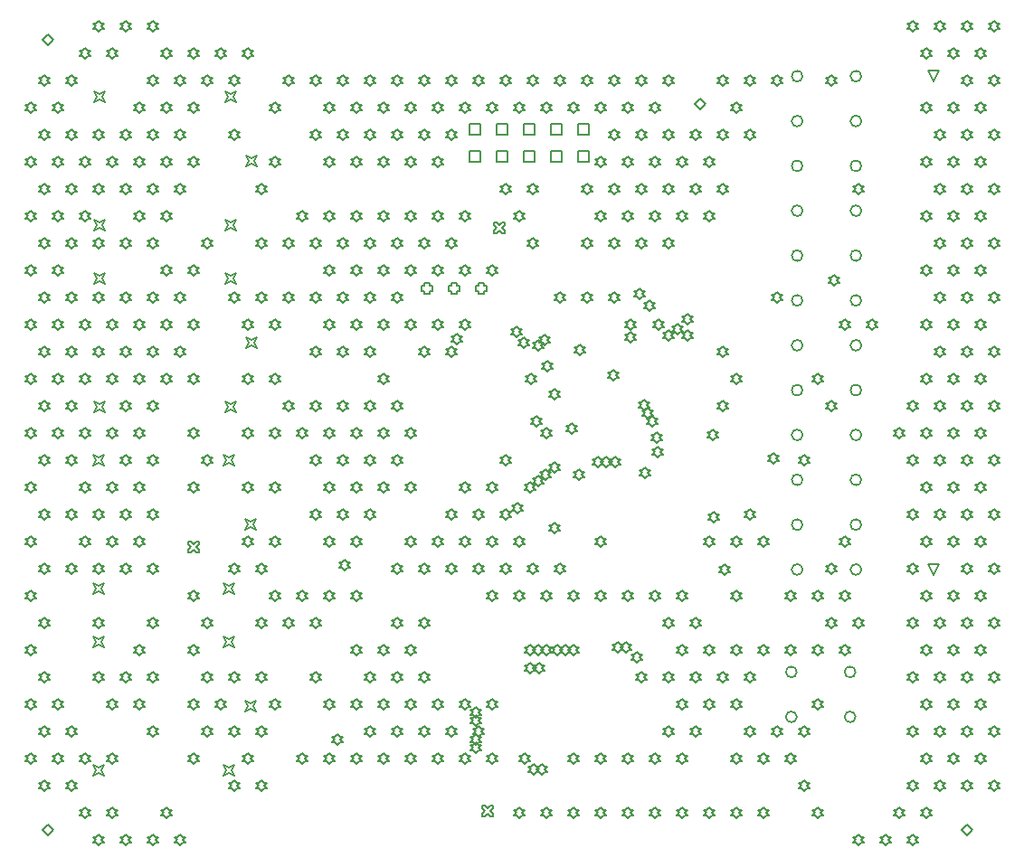
<source format=gbr>
%TF.GenerationSoftware,Altium Limited,Altium Designer,24.9.1 (31)*%
G04 Layer_Color=2752767*
%FSLAX45Y45*%
%MOMM*%
%TF.SameCoordinates,83ADD26A-4C95-4E02-96E4-27C39B5E4718*%
%TF.FilePolarity,Positive*%
%TF.FileFunction,Drawing*%
%TF.Part,Single*%
G01*
G75*
%TA.AperFunction,NonConductor*%
%ADD78C,0.12700*%
%ADD79C,0.16933*%
D78*
X13757201Y9909200D02*
Y10010800D01*
X13858800D01*
Y9909200D01*
X13757201D01*
X13503200D02*
Y10010800D01*
X13604800D01*
Y9909200D01*
X13503200D01*
X13249200D02*
Y10010800D01*
X13350800D01*
Y9909200D01*
X13249200D01*
X12995200D02*
Y10010800D01*
X13096800D01*
Y9909200D01*
X12995200D01*
X12741200D02*
Y10010800D01*
X12842799D01*
Y9909200D01*
X12741200D01*
X13757201Y10163200D02*
Y10264800D01*
X13858800D01*
Y10163200D01*
X13757201D01*
X13503200D02*
Y10264800D01*
X13604800D01*
Y10163200D01*
X13503200D01*
X13249200D02*
Y10264800D01*
X13350800D01*
Y10163200D01*
X13249200D01*
X12995200D02*
Y10264800D01*
X13096800D01*
Y10163200D01*
X12995200D01*
X12741200D02*
Y10264800D01*
X12842799D01*
Y10163200D01*
X12741200D01*
X10642498Y6464300D02*
X10667898Y6515100D01*
X10642498Y6565900D01*
X10693298Y6540500D01*
X10744098Y6565900D01*
X10718698Y6515100D01*
X10744098Y6464300D01*
X10693298Y6489700D01*
X10642498Y6464300D01*
X10442499Y7064299D02*
X10467899Y7115099D01*
X10442499Y7165899D01*
X10493299Y7140499D01*
X10544099Y7165899D01*
X10518699Y7115099D01*
X10544099Y7064299D01*
X10493299Y7089699D01*
X10442499Y7064299D01*
Y5864301D02*
X10467899Y5915101D01*
X10442499Y5965901D01*
X10493299Y5940501D01*
X10544099Y5965901D01*
X10518699Y5915101D01*
X10544099Y5864301D01*
X10493299Y5889701D01*
X10442499Y5864301D01*
X9222501D02*
X9247901Y5915101D01*
X9222501Y5965901D01*
X9273301Y5940501D01*
X9324101Y5965901D01*
X9298701Y5915101D01*
X9324101Y5864301D01*
X9273301Y5889701D01*
X9222501Y5864301D01*
Y7064299D02*
X9247901Y7115099D01*
X9222501Y7165899D01*
X9273301Y7140499D01*
X9324101Y7165899D01*
X9298701Y7115099D01*
X9324101Y7064299D01*
X9273301Y7089699D01*
X9222501Y7064299D01*
X17091502Y10660700D02*
X17040703Y10762300D01*
X17142303D01*
X17091502Y10660700D01*
Y6040699D02*
X17040703Y6142299D01*
X17142303D01*
X17091502Y6040699D01*
X10455199Y10467899D02*
X10480599Y10518699D01*
X10455199Y10569499D01*
X10505999Y10544099D01*
X10556799Y10569499D01*
X10531399Y10518699D01*
X10556799Y10467899D01*
X10505999Y10493299D01*
X10455199Y10467899D01*
Y9267901D02*
X10480599Y9318701D01*
X10455199Y9369501D01*
X10505999Y9344101D01*
X10556799Y9369501D01*
X10531399Y9318701D01*
X10556799Y9267901D01*
X10505999Y9293301D01*
X10455199Y9267901D01*
X9235201D02*
X9260601Y9318701D01*
X9235201Y9369501D01*
X9286001Y9344101D01*
X9336801Y9369501D01*
X9311401Y9318701D01*
X9336801Y9267901D01*
X9286001Y9293301D01*
X9235201Y9267901D01*
X10655198Y9867900D02*
X10680598Y9918700D01*
X10655198Y9969500D01*
X10705998Y9944100D01*
X10756798Y9969500D01*
X10731398Y9918700D01*
X10756798Y9867900D01*
X10705998Y9893300D01*
X10655198Y9867900D01*
X9235201Y10467899D02*
X9260601Y10518699D01*
X9235201Y10569499D01*
X9286001Y10544099D01*
X9336801Y10569499D01*
X9311401Y10518699D01*
X9336801Y10467899D01*
X9286001Y10493299D01*
X9235201Y10467899D01*
X9222501Y5362499D02*
X9247901Y5413299D01*
X9222501Y5464099D01*
X9273301Y5438699D01*
X9324101Y5464099D01*
X9298701Y5413299D01*
X9324101Y5362499D01*
X9273301Y5387899D01*
X9222501Y5362499D01*
Y4162501D02*
X9247901Y4213301D01*
X9222501Y4264101D01*
X9273301Y4238701D01*
X9324101Y4264101D01*
X9298701Y4213301D01*
X9324101Y4162501D01*
X9273301Y4187901D01*
X9222501Y4162501D01*
X10442499D02*
X10467899Y4213301D01*
X10442499Y4264101D01*
X10493299Y4238701D01*
X10544099Y4264101D01*
X10518699Y4213301D01*
X10544099Y4162501D01*
X10493299Y4187901D01*
X10442499Y4162501D01*
Y5362499D02*
X10467899Y5413299D01*
X10442499Y5464099D01*
X10493299Y5438699D01*
X10544099Y5464099D01*
X10518699Y5413299D01*
X10544099Y5362499D01*
X10493299Y5387899D01*
X10442499Y5362499D01*
X10642498Y4762500D02*
X10667898Y4813300D01*
X10642498Y4864100D01*
X10693298Y4838700D01*
X10744098Y4864100D01*
X10718698Y4813300D01*
X10744098Y4762500D01*
X10693298Y4787900D01*
X10642498Y4762500D01*
X9235201Y8766099D02*
X9260601Y8816899D01*
X9235201Y8867699D01*
X9286001Y8842299D01*
X9336801Y8867699D01*
X9311401Y8816899D01*
X9336801Y8766099D01*
X9286001Y8791499D01*
X9235201Y8766099D01*
Y7566101D02*
X9260601Y7616901D01*
X9235201Y7667701D01*
X9286001Y7642301D01*
X9336801Y7667701D01*
X9311401Y7616901D01*
X9336801Y7566101D01*
X9286001Y7591501D01*
X9235201Y7566101D01*
X10455199D02*
X10480599Y7616901D01*
X10455199Y7667701D01*
X10505999Y7642301D01*
X10556799Y7667701D01*
X10531399Y7616901D01*
X10556799Y7566101D01*
X10505999Y7591501D01*
X10455199Y7566101D01*
Y8766099D02*
X10480599Y8816899D01*
X10455199Y8867699D01*
X10505999Y8842299D01*
X10556799Y8867699D01*
X10531399Y8816899D01*
X10556799Y8766099D01*
X10505999Y8791499D01*
X10455199Y8766099D01*
X10655198Y8166100D02*
X10680598Y8216900D01*
X10655198Y8267700D01*
X10705998Y8242300D01*
X10756798Y8267700D01*
X10731398Y8216900D01*
X10756798Y8166100D01*
X10705998Y8191500D01*
X10655198Y8166100D01*
X12319000Y8699500D02*
Y8674100D01*
X12369800D01*
Y8699500D01*
X12395200D01*
Y8750300D01*
X12369800D01*
Y8775700D01*
X12319000D01*
Y8750300D01*
X12293600D01*
Y8699500D01*
X12319000D01*
X12573000D02*
Y8674100D01*
X12623800D01*
Y8699500D01*
X12649200D01*
Y8750300D01*
X12623800D01*
Y8775700D01*
X12573000D01*
Y8750300D01*
X12547600D01*
Y8699500D01*
X12573000D01*
X12827000D02*
Y8674100D01*
X12877800D01*
Y8699500D01*
X12903200D01*
Y8750300D01*
X12877800D01*
Y8775700D01*
X12827000D01*
Y8750300D01*
X12801601D01*
Y8699500D01*
X12827000D01*
X17653000Y11125200D02*
X17678400Y11150600D01*
X17703799D01*
X17678400Y11176000D01*
X17703799Y11201400D01*
X17678400D01*
X17653000Y11226800D01*
X17627600Y11201400D01*
X17602200D01*
X17627600Y11176000D01*
X17602200Y11150600D01*
X17627600D01*
X17653000Y11125200D01*
X17525999Y10871200D02*
X17551401Y10896600D01*
X17576801D01*
X17551401Y10922000D01*
X17576801Y10947400D01*
X17551401D01*
X17525999Y10972800D01*
X17500600Y10947400D01*
X17475200D01*
X17500600Y10922000D01*
X17475200Y10896600D01*
X17500600D01*
X17525999Y10871200D01*
X17653000Y10617200D02*
X17678400Y10642600D01*
X17703799D01*
X17678400Y10668000D01*
X17703799Y10693400D01*
X17678400D01*
X17653000Y10718800D01*
X17627600Y10693400D01*
X17602200D01*
X17627600Y10668000D01*
X17602200Y10642600D01*
X17627600D01*
X17653000Y10617200D01*
X17525999Y10363200D02*
X17551401Y10388600D01*
X17576801D01*
X17551401Y10414000D01*
X17576801Y10439400D01*
X17551401D01*
X17525999Y10464800D01*
X17500600Y10439400D01*
X17475200D01*
X17500600Y10414000D01*
X17475200Y10388600D01*
X17500600D01*
X17525999Y10363200D01*
X17653000Y10109200D02*
X17678400Y10134600D01*
X17703799D01*
X17678400Y10160000D01*
X17703799Y10185400D01*
X17678400D01*
X17653000Y10210800D01*
X17627600Y10185400D01*
X17602200D01*
X17627600Y10160000D01*
X17602200Y10134600D01*
X17627600D01*
X17653000Y10109200D01*
X17525999Y9855200D02*
X17551401Y9880600D01*
X17576801D01*
X17551401Y9906000D01*
X17576801Y9931400D01*
X17551401D01*
X17525999Y9956800D01*
X17500600Y9931400D01*
X17475200D01*
X17500600Y9906000D01*
X17475200Y9880600D01*
X17500600D01*
X17525999Y9855200D01*
X17653000Y9601200D02*
X17678400Y9626600D01*
X17703799D01*
X17678400Y9652000D01*
X17703799Y9677400D01*
X17678400D01*
X17653000Y9702800D01*
X17627600Y9677400D01*
X17602200D01*
X17627600Y9652000D01*
X17602200Y9626600D01*
X17627600D01*
X17653000Y9601200D01*
X17525999Y9347200D02*
X17551401Y9372600D01*
X17576801D01*
X17551401Y9398000D01*
X17576801Y9423400D01*
X17551401D01*
X17525999Y9448800D01*
X17500600Y9423400D01*
X17475200D01*
X17500600Y9398000D01*
X17475200Y9372600D01*
X17500600D01*
X17525999Y9347200D01*
X17653000Y9093200D02*
X17678400Y9118600D01*
X17703799D01*
X17678400Y9144000D01*
X17703799Y9169400D01*
X17678400D01*
X17653000Y9194800D01*
X17627600Y9169400D01*
X17602200D01*
X17627600Y9144000D01*
X17602200Y9118600D01*
X17627600D01*
X17653000Y9093200D01*
X17525999Y8839200D02*
X17551401Y8864600D01*
X17576801D01*
X17551401Y8890000D01*
X17576801Y8915400D01*
X17551401D01*
X17525999Y8940800D01*
X17500600Y8915400D01*
X17475200D01*
X17500600Y8890000D01*
X17475200Y8864600D01*
X17500600D01*
X17525999Y8839200D01*
X17653000Y8585200D02*
X17678400Y8610600D01*
X17703799D01*
X17678400Y8636000D01*
X17703799Y8661400D01*
X17678400D01*
X17653000Y8686800D01*
X17627600Y8661400D01*
X17602200D01*
X17627600Y8636000D01*
X17602200Y8610600D01*
X17627600D01*
X17653000Y8585200D01*
X17525999Y8331200D02*
X17551401Y8356600D01*
X17576801D01*
X17551401Y8382000D01*
X17576801Y8407400D01*
X17551401D01*
X17525999Y8432800D01*
X17500600Y8407400D01*
X17475200D01*
X17500600Y8382000D01*
X17475200Y8356600D01*
X17500600D01*
X17525999Y8331200D01*
X17653000Y8077200D02*
X17678400Y8102600D01*
X17703799D01*
X17678400Y8128000D01*
X17703799Y8153400D01*
X17678400D01*
X17653000Y8178800D01*
X17627600Y8153400D01*
X17602200D01*
X17627600Y8128000D01*
X17602200Y8102600D01*
X17627600D01*
X17653000Y8077200D01*
X17525999Y7823200D02*
X17551401Y7848600D01*
X17576801D01*
X17551401Y7874000D01*
X17576801Y7899400D01*
X17551401D01*
X17525999Y7924800D01*
X17500600Y7899400D01*
X17475200D01*
X17500600Y7874000D01*
X17475200Y7848600D01*
X17500600D01*
X17525999Y7823200D01*
X17653000Y7569200D02*
X17678400Y7594600D01*
X17703799D01*
X17678400Y7620000D01*
X17703799Y7645400D01*
X17678400D01*
X17653000Y7670800D01*
X17627600Y7645400D01*
X17602200D01*
X17627600Y7620000D01*
X17602200Y7594600D01*
X17627600D01*
X17653000Y7569200D01*
X17525999Y7315200D02*
X17551401Y7340600D01*
X17576801D01*
X17551401Y7366000D01*
X17576801Y7391400D01*
X17551401D01*
X17525999Y7416800D01*
X17500600Y7391400D01*
X17475200D01*
X17500600Y7366000D01*
X17475200Y7340600D01*
X17500600D01*
X17525999Y7315200D01*
X17653000Y7061200D02*
X17678400Y7086600D01*
X17703799D01*
X17678400Y7112000D01*
X17703799Y7137400D01*
X17678400D01*
X17653000Y7162800D01*
X17627600Y7137400D01*
X17602200D01*
X17627600Y7112000D01*
X17602200Y7086600D01*
X17627600D01*
X17653000Y7061200D01*
X17525999Y6807200D02*
X17551401Y6832600D01*
X17576801D01*
X17551401Y6858000D01*
X17576801Y6883400D01*
X17551401D01*
X17525999Y6908800D01*
X17500600Y6883400D01*
X17475200D01*
X17500600Y6858000D01*
X17475200Y6832600D01*
X17500600D01*
X17525999Y6807200D01*
X17653000Y6553200D02*
X17678400Y6578600D01*
X17703799D01*
X17678400Y6604000D01*
X17703799Y6629400D01*
X17678400D01*
X17653000Y6654800D01*
X17627600Y6629400D01*
X17602200D01*
X17627600Y6604000D01*
X17602200Y6578600D01*
X17627600D01*
X17653000Y6553200D01*
X17525999Y6299200D02*
X17551401Y6324600D01*
X17576801D01*
X17551401Y6350000D01*
X17576801Y6375400D01*
X17551401D01*
X17525999Y6400800D01*
X17500600Y6375400D01*
X17475200D01*
X17500600Y6350000D01*
X17475200Y6324600D01*
X17500600D01*
X17525999Y6299200D01*
X17653000Y6045200D02*
X17678400Y6070600D01*
X17703799D01*
X17678400Y6096000D01*
X17703799Y6121400D01*
X17678400D01*
X17653000Y6146800D01*
X17627600Y6121400D01*
X17602200D01*
X17627600Y6096000D01*
X17602200Y6070600D01*
X17627600D01*
X17653000Y6045200D01*
X17525999Y5791200D02*
X17551401Y5816600D01*
X17576801D01*
X17551401Y5842000D01*
X17576801Y5867400D01*
X17551401D01*
X17525999Y5892800D01*
X17500600Y5867400D01*
X17475200D01*
X17500600Y5842000D01*
X17475200Y5816600D01*
X17500600D01*
X17525999Y5791200D01*
X17653000Y5537200D02*
X17678400Y5562600D01*
X17703799D01*
X17678400Y5588000D01*
X17703799Y5613400D01*
X17678400D01*
X17653000Y5638800D01*
X17627600Y5613400D01*
X17602200D01*
X17627600Y5588000D01*
X17602200Y5562600D01*
X17627600D01*
X17653000Y5537200D01*
X17525999Y5283200D02*
X17551401Y5308600D01*
X17576801D01*
X17551401Y5334000D01*
X17576801Y5359400D01*
X17551401D01*
X17525999Y5384800D01*
X17500600Y5359400D01*
X17475200D01*
X17500600Y5334000D01*
X17475200Y5308600D01*
X17500600D01*
X17525999Y5283200D01*
X17653000Y5029200D02*
X17678400Y5054600D01*
X17703799D01*
X17678400Y5080000D01*
X17703799Y5105400D01*
X17678400D01*
X17653000Y5130800D01*
X17627600Y5105400D01*
X17602200D01*
X17627600Y5080000D01*
X17602200Y5054600D01*
X17627600D01*
X17653000Y5029200D01*
X17525999Y4775200D02*
X17551401Y4800600D01*
X17576801D01*
X17551401Y4826000D01*
X17576801Y4851400D01*
X17551401D01*
X17525999Y4876800D01*
X17500600Y4851400D01*
X17475200D01*
X17500600Y4826000D01*
X17475200Y4800600D01*
X17500600D01*
X17525999Y4775200D01*
X17653000Y4521200D02*
X17678400Y4546600D01*
X17703799D01*
X17678400Y4572000D01*
X17703799Y4597400D01*
X17678400D01*
X17653000Y4622800D01*
X17627600Y4597400D01*
X17602200D01*
X17627600Y4572000D01*
X17602200Y4546600D01*
X17627600D01*
X17653000Y4521200D01*
X17525999Y4267200D02*
X17551401Y4292600D01*
X17576801D01*
X17551401Y4318000D01*
X17576801Y4343400D01*
X17551401D01*
X17525999Y4368800D01*
X17500600Y4343400D01*
X17475200D01*
X17500600Y4318000D01*
X17475200Y4292600D01*
X17500600D01*
X17525999Y4267200D01*
X17653000Y4013200D02*
X17678400Y4038600D01*
X17703799D01*
X17678400Y4064000D01*
X17703799Y4089400D01*
X17678400D01*
X17653000Y4114800D01*
X17627600Y4089400D01*
X17602200D01*
X17627600Y4064000D01*
X17602200Y4038600D01*
X17627600D01*
X17653000Y4013200D01*
X17399001Y11125200D02*
X17424400Y11150600D01*
X17449800D01*
X17424400Y11176000D01*
X17449800Y11201400D01*
X17424400D01*
X17399001Y11226800D01*
X17373599Y11201400D01*
X17348199D01*
X17373599Y11176000D01*
X17348199Y11150600D01*
X17373599D01*
X17399001Y11125200D01*
X17272000Y10871200D02*
X17297400Y10896600D01*
X17322800D01*
X17297400Y10922000D01*
X17322800Y10947400D01*
X17297400D01*
X17272000Y10972800D01*
X17246600Y10947400D01*
X17221201D01*
X17246600Y10922000D01*
X17221201Y10896600D01*
X17246600D01*
X17272000Y10871200D01*
X17399001Y10617200D02*
X17424400Y10642600D01*
X17449800D01*
X17424400Y10668000D01*
X17449800Y10693400D01*
X17424400D01*
X17399001Y10718800D01*
X17373599Y10693400D01*
X17348199D01*
X17373599Y10668000D01*
X17348199Y10642600D01*
X17373599D01*
X17399001Y10617200D01*
X17272000Y10363200D02*
X17297400Y10388600D01*
X17322800D01*
X17297400Y10414000D01*
X17322800Y10439400D01*
X17297400D01*
X17272000Y10464800D01*
X17246600Y10439400D01*
X17221201D01*
X17246600Y10414000D01*
X17221201Y10388600D01*
X17246600D01*
X17272000Y10363200D01*
X17399001Y10109200D02*
X17424400Y10134600D01*
X17449800D01*
X17424400Y10160000D01*
X17449800Y10185400D01*
X17424400D01*
X17399001Y10210800D01*
X17373599Y10185400D01*
X17348199D01*
X17373599Y10160000D01*
X17348199Y10134600D01*
X17373599D01*
X17399001Y10109200D01*
X17272000Y9855200D02*
X17297400Y9880600D01*
X17322800D01*
X17297400Y9906000D01*
X17322800Y9931400D01*
X17297400D01*
X17272000Y9956800D01*
X17246600Y9931400D01*
X17221201D01*
X17246600Y9906000D01*
X17221201Y9880600D01*
X17246600D01*
X17272000Y9855200D01*
X17399001Y9601200D02*
X17424400Y9626600D01*
X17449800D01*
X17424400Y9652000D01*
X17449800Y9677400D01*
X17424400D01*
X17399001Y9702800D01*
X17373599Y9677400D01*
X17348199D01*
X17373599Y9652000D01*
X17348199Y9626600D01*
X17373599D01*
X17399001Y9601200D01*
X17272000Y9347200D02*
X17297400Y9372600D01*
X17322800D01*
X17297400Y9398000D01*
X17322800Y9423400D01*
X17297400D01*
X17272000Y9448800D01*
X17246600Y9423400D01*
X17221201D01*
X17246600Y9398000D01*
X17221201Y9372600D01*
X17246600D01*
X17272000Y9347200D01*
X17399001Y9093200D02*
X17424400Y9118600D01*
X17449800D01*
X17424400Y9144000D01*
X17449800Y9169400D01*
X17424400D01*
X17399001Y9194800D01*
X17373599Y9169400D01*
X17348199D01*
X17373599Y9144000D01*
X17348199Y9118600D01*
X17373599D01*
X17399001Y9093200D01*
X17272000Y8839200D02*
X17297400Y8864600D01*
X17322800D01*
X17297400Y8890000D01*
X17322800Y8915400D01*
X17297400D01*
X17272000Y8940800D01*
X17246600Y8915400D01*
X17221201D01*
X17246600Y8890000D01*
X17221201Y8864600D01*
X17246600D01*
X17272000Y8839200D01*
X17399001Y8585200D02*
X17424400Y8610600D01*
X17449800D01*
X17424400Y8636000D01*
X17449800Y8661400D01*
X17424400D01*
X17399001Y8686800D01*
X17373599Y8661400D01*
X17348199D01*
X17373599Y8636000D01*
X17348199Y8610600D01*
X17373599D01*
X17399001Y8585200D01*
X17272000Y8331200D02*
X17297400Y8356600D01*
X17322800D01*
X17297400Y8382000D01*
X17322800Y8407400D01*
X17297400D01*
X17272000Y8432800D01*
X17246600Y8407400D01*
X17221201D01*
X17246600Y8382000D01*
X17221201Y8356600D01*
X17246600D01*
X17272000Y8331200D01*
X17399001Y8077200D02*
X17424400Y8102600D01*
X17449800D01*
X17424400Y8128000D01*
X17449800Y8153400D01*
X17424400D01*
X17399001Y8178800D01*
X17373599Y8153400D01*
X17348199D01*
X17373599Y8128000D01*
X17348199Y8102600D01*
X17373599D01*
X17399001Y8077200D01*
X17272000Y7823200D02*
X17297400Y7848600D01*
X17322800D01*
X17297400Y7874000D01*
X17322800Y7899400D01*
X17297400D01*
X17272000Y7924800D01*
X17246600Y7899400D01*
X17221201D01*
X17246600Y7874000D01*
X17221201Y7848600D01*
X17246600D01*
X17272000Y7823200D01*
X17399001Y7569200D02*
X17424400Y7594600D01*
X17449800D01*
X17424400Y7620000D01*
X17449800Y7645400D01*
X17424400D01*
X17399001Y7670800D01*
X17373599Y7645400D01*
X17348199D01*
X17373599Y7620000D01*
X17348199Y7594600D01*
X17373599D01*
X17399001Y7569200D01*
X17272000Y7315200D02*
X17297400Y7340600D01*
X17322800D01*
X17297400Y7366000D01*
X17322800Y7391400D01*
X17297400D01*
X17272000Y7416800D01*
X17246600Y7391400D01*
X17221201D01*
X17246600Y7366000D01*
X17221201Y7340600D01*
X17246600D01*
X17272000Y7315200D01*
X17399001Y7061200D02*
X17424400Y7086600D01*
X17449800D01*
X17424400Y7112000D01*
X17449800Y7137400D01*
X17424400D01*
X17399001Y7162800D01*
X17373599Y7137400D01*
X17348199D01*
X17373599Y7112000D01*
X17348199Y7086600D01*
X17373599D01*
X17399001Y7061200D01*
X17272000Y6807200D02*
X17297400Y6832600D01*
X17322800D01*
X17297400Y6858000D01*
X17322800Y6883400D01*
X17297400D01*
X17272000Y6908800D01*
X17246600Y6883400D01*
X17221201D01*
X17246600Y6858000D01*
X17221201Y6832600D01*
X17246600D01*
X17272000Y6807200D01*
X17399001Y6553200D02*
X17424400Y6578600D01*
X17449800D01*
X17424400Y6604000D01*
X17449800Y6629400D01*
X17424400D01*
X17399001Y6654800D01*
X17373599Y6629400D01*
X17348199D01*
X17373599Y6604000D01*
X17348199Y6578600D01*
X17373599D01*
X17399001Y6553200D01*
X17272000Y6299200D02*
X17297400Y6324600D01*
X17322800D01*
X17297400Y6350000D01*
X17322800Y6375400D01*
X17297400D01*
X17272000Y6400800D01*
X17246600Y6375400D01*
X17221201D01*
X17246600Y6350000D01*
X17221201Y6324600D01*
X17246600D01*
X17272000Y6299200D01*
X17399001Y6045200D02*
X17424400Y6070600D01*
X17449800D01*
X17424400Y6096000D01*
X17449800Y6121400D01*
X17424400D01*
X17399001Y6146800D01*
X17373599Y6121400D01*
X17348199D01*
X17373599Y6096000D01*
X17348199Y6070600D01*
X17373599D01*
X17399001Y6045200D01*
X17272000Y5791200D02*
X17297400Y5816600D01*
X17322800D01*
X17297400Y5842000D01*
X17322800Y5867400D01*
X17297400D01*
X17272000Y5892800D01*
X17246600Y5867400D01*
X17221201D01*
X17246600Y5842000D01*
X17221201Y5816600D01*
X17246600D01*
X17272000Y5791200D01*
X17399001Y5537200D02*
X17424400Y5562600D01*
X17449800D01*
X17424400Y5588000D01*
X17449800Y5613400D01*
X17424400D01*
X17399001Y5638800D01*
X17373599Y5613400D01*
X17348199D01*
X17373599Y5588000D01*
X17348199Y5562600D01*
X17373599D01*
X17399001Y5537200D01*
X17272000Y5283200D02*
X17297400Y5308600D01*
X17322800D01*
X17297400Y5334000D01*
X17322800Y5359400D01*
X17297400D01*
X17272000Y5384800D01*
X17246600Y5359400D01*
X17221201D01*
X17246600Y5334000D01*
X17221201Y5308600D01*
X17246600D01*
X17272000Y5283200D01*
X17399001Y5029200D02*
X17424400Y5054600D01*
X17449800D01*
X17424400Y5080000D01*
X17449800Y5105400D01*
X17424400D01*
X17399001Y5130800D01*
X17373599Y5105400D01*
X17348199D01*
X17373599Y5080000D01*
X17348199Y5054600D01*
X17373599D01*
X17399001Y5029200D01*
X17272000Y4775200D02*
X17297400Y4800600D01*
X17322800D01*
X17297400Y4826000D01*
X17322800Y4851400D01*
X17297400D01*
X17272000Y4876800D01*
X17246600Y4851400D01*
X17221201D01*
X17246600Y4826000D01*
X17221201Y4800600D01*
X17246600D01*
X17272000Y4775200D01*
X17399001Y4521200D02*
X17424400Y4546600D01*
X17449800D01*
X17424400Y4572000D01*
X17449800Y4597400D01*
X17424400D01*
X17399001Y4622800D01*
X17373599Y4597400D01*
X17348199D01*
X17373599Y4572000D01*
X17348199Y4546600D01*
X17373599D01*
X17399001Y4521200D01*
X17272000Y4267200D02*
X17297400Y4292600D01*
X17322800D01*
X17297400Y4318000D01*
X17322800Y4343400D01*
X17297400D01*
X17272000Y4368800D01*
X17246600Y4343400D01*
X17221201D01*
X17246600Y4318000D01*
X17221201Y4292600D01*
X17246600D01*
X17272000Y4267200D01*
X17399001Y4013200D02*
X17424400Y4038600D01*
X17449800D01*
X17424400Y4064000D01*
X17449800Y4089400D01*
X17424400D01*
X17399001Y4114800D01*
X17373599Y4089400D01*
X17348199D01*
X17373599Y4064000D01*
X17348199Y4038600D01*
X17373599D01*
X17399001Y4013200D01*
X17145000Y11125200D02*
X17170399Y11150600D01*
X17195799D01*
X17170399Y11176000D01*
X17195799Y11201400D01*
X17170399D01*
X17145000Y11226800D01*
X17119600Y11201400D01*
X17094200D01*
X17119600Y11176000D01*
X17094200Y11150600D01*
X17119600D01*
X17145000Y11125200D01*
X17017999Y10871200D02*
X17043401Y10896600D01*
X17068800D01*
X17043401Y10922000D01*
X17068800Y10947400D01*
X17043401D01*
X17017999Y10972800D01*
X16992599Y10947400D01*
X16967200D01*
X16992599Y10922000D01*
X16967200Y10896600D01*
X16992599D01*
X17017999Y10871200D01*
Y10363200D02*
X17043401Y10388600D01*
X17068800D01*
X17043401Y10414000D01*
X17068800Y10439400D01*
X17043401D01*
X17017999Y10464800D01*
X16992599Y10439400D01*
X16967200D01*
X16992599Y10414000D01*
X16967200Y10388600D01*
X16992599D01*
X17017999Y10363200D01*
X17145000Y10109200D02*
X17170399Y10134600D01*
X17195799D01*
X17170399Y10160000D01*
X17195799Y10185400D01*
X17170399D01*
X17145000Y10210800D01*
X17119600Y10185400D01*
X17094200D01*
X17119600Y10160000D01*
X17094200Y10134600D01*
X17119600D01*
X17145000Y10109200D01*
X17017999Y9855200D02*
X17043401Y9880600D01*
X17068800D01*
X17043401Y9906000D01*
X17068800Y9931400D01*
X17043401D01*
X17017999Y9956800D01*
X16992599Y9931400D01*
X16967200D01*
X16992599Y9906000D01*
X16967200Y9880600D01*
X16992599D01*
X17017999Y9855200D01*
X17145000Y9601200D02*
X17170399Y9626600D01*
X17195799D01*
X17170399Y9652000D01*
X17195799Y9677400D01*
X17170399D01*
X17145000Y9702800D01*
X17119600Y9677400D01*
X17094200D01*
X17119600Y9652000D01*
X17094200Y9626600D01*
X17119600D01*
X17145000Y9601200D01*
X17017999Y9347200D02*
X17043401Y9372600D01*
X17068800D01*
X17043401Y9398000D01*
X17068800Y9423400D01*
X17043401D01*
X17017999Y9448800D01*
X16992599Y9423400D01*
X16967200D01*
X16992599Y9398000D01*
X16967200Y9372600D01*
X16992599D01*
X17017999Y9347200D01*
X17145000Y9093200D02*
X17170399Y9118600D01*
X17195799D01*
X17170399Y9144000D01*
X17195799Y9169400D01*
X17170399D01*
X17145000Y9194800D01*
X17119600Y9169400D01*
X17094200D01*
X17119600Y9144000D01*
X17094200Y9118600D01*
X17119600D01*
X17145000Y9093200D01*
X17017999Y8839200D02*
X17043401Y8864600D01*
X17068800D01*
X17043401Y8890000D01*
X17068800Y8915400D01*
X17043401D01*
X17017999Y8940800D01*
X16992599Y8915400D01*
X16967200D01*
X16992599Y8890000D01*
X16967200Y8864600D01*
X16992599D01*
X17017999Y8839200D01*
X17145000Y8585200D02*
X17170399Y8610600D01*
X17195799D01*
X17170399Y8636000D01*
X17195799Y8661400D01*
X17170399D01*
X17145000Y8686800D01*
X17119600Y8661400D01*
X17094200D01*
X17119600Y8636000D01*
X17094200Y8610600D01*
X17119600D01*
X17145000Y8585200D01*
X17017999Y8331200D02*
X17043401Y8356600D01*
X17068800D01*
X17043401Y8382000D01*
X17068800Y8407400D01*
X17043401D01*
X17017999Y8432800D01*
X16992599Y8407400D01*
X16967200D01*
X16992599Y8382000D01*
X16967200Y8356600D01*
X16992599D01*
X17017999Y8331200D01*
X17145000Y8077200D02*
X17170399Y8102600D01*
X17195799D01*
X17170399Y8128000D01*
X17195799Y8153400D01*
X17170399D01*
X17145000Y8178800D01*
X17119600Y8153400D01*
X17094200D01*
X17119600Y8128000D01*
X17094200Y8102600D01*
X17119600D01*
X17145000Y8077200D01*
X17017999Y7823200D02*
X17043401Y7848600D01*
X17068800D01*
X17043401Y7874000D01*
X17068800Y7899400D01*
X17043401D01*
X17017999Y7924800D01*
X16992599Y7899400D01*
X16967200D01*
X16992599Y7874000D01*
X16967200Y7848600D01*
X16992599D01*
X17017999Y7823200D01*
X17145000Y7569200D02*
X17170399Y7594600D01*
X17195799D01*
X17170399Y7620000D01*
X17195799Y7645400D01*
X17170399D01*
X17145000Y7670800D01*
X17119600Y7645400D01*
X17094200D01*
X17119600Y7620000D01*
X17094200Y7594600D01*
X17119600D01*
X17145000Y7569200D01*
X17017999Y7315200D02*
X17043401Y7340600D01*
X17068800D01*
X17043401Y7366000D01*
X17068800Y7391400D01*
X17043401D01*
X17017999Y7416800D01*
X16992599Y7391400D01*
X16967200D01*
X16992599Y7366000D01*
X16967200Y7340600D01*
X16992599D01*
X17017999Y7315200D01*
X17145000Y7061200D02*
X17170399Y7086600D01*
X17195799D01*
X17170399Y7112000D01*
X17195799Y7137400D01*
X17170399D01*
X17145000Y7162800D01*
X17119600Y7137400D01*
X17094200D01*
X17119600Y7112000D01*
X17094200Y7086600D01*
X17119600D01*
X17145000Y7061200D01*
X17017999Y6807200D02*
X17043401Y6832600D01*
X17068800D01*
X17043401Y6858000D01*
X17068800Y6883400D01*
X17043401D01*
X17017999Y6908800D01*
X16992599Y6883400D01*
X16967200D01*
X16992599Y6858000D01*
X16967200Y6832600D01*
X16992599D01*
X17017999Y6807200D01*
X17145000Y6553200D02*
X17170399Y6578600D01*
X17195799D01*
X17170399Y6604000D01*
X17195799Y6629400D01*
X17170399D01*
X17145000Y6654800D01*
X17119600Y6629400D01*
X17094200D01*
X17119600Y6604000D01*
X17094200Y6578600D01*
X17119600D01*
X17145000Y6553200D01*
X17017999Y6299200D02*
X17043401Y6324600D01*
X17068800D01*
X17043401Y6350000D01*
X17068800Y6375400D01*
X17043401D01*
X17017999Y6400800D01*
X16992599Y6375400D01*
X16967200D01*
X16992599Y6350000D01*
X16967200Y6324600D01*
X16992599D01*
X17017999Y6299200D01*
Y5791200D02*
X17043401Y5816600D01*
X17068800D01*
X17043401Y5842000D01*
X17068800Y5867400D01*
X17043401D01*
X17017999Y5892800D01*
X16992599Y5867400D01*
X16967200D01*
X16992599Y5842000D01*
X16967200Y5816600D01*
X16992599D01*
X17017999Y5791200D01*
X17145000Y5537200D02*
X17170399Y5562600D01*
X17195799D01*
X17170399Y5588000D01*
X17195799Y5613400D01*
X17170399D01*
X17145000Y5638800D01*
X17119600Y5613400D01*
X17094200D01*
X17119600Y5588000D01*
X17094200Y5562600D01*
X17119600D01*
X17145000Y5537200D01*
X17017999Y5283200D02*
X17043401Y5308600D01*
X17068800D01*
X17043401Y5334000D01*
X17068800Y5359400D01*
X17043401D01*
X17017999Y5384800D01*
X16992599Y5359400D01*
X16967200D01*
X16992599Y5334000D01*
X16967200Y5308600D01*
X16992599D01*
X17017999Y5283200D01*
X17145000Y5029200D02*
X17170399Y5054600D01*
X17195799D01*
X17170399Y5080000D01*
X17195799Y5105400D01*
X17170399D01*
X17145000Y5130800D01*
X17119600Y5105400D01*
X17094200D01*
X17119600Y5080000D01*
X17094200Y5054600D01*
X17119600D01*
X17145000Y5029200D01*
X17017999Y4775200D02*
X17043401Y4800600D01*
X17068800D01*
X17043401Y4826000D01*
X17068800Y4851400D01*
X17043401D01*
X17017999Y4876800D01*
X16992599Y4851400D01*
X16967200D01*
X16992599Y4826000D01*
X16967200Y4800600D01*
X16992599D01*
X17017999Y4775200D01*
X17145000Y4521200D02*
X17170399Y4546600D01*
X17195799D01*
X17170399Y4572000D01*
X17195799Y4597400D01*
X17170399D01*
X17145000Y4622800D01*
X17119600Y4597400D01*
X17094200D01*
X17119600Y4572000D01*
X17094200Y4546600D01*
X17119600D01*
X17145000Y4521200D01*
X17017999Y4267200D02*
X17043401Y4292600D01*
X17068800D01*
X17043401Y4318000D01*
X17068800Y4343400D01*
X17043401D01*
X17017999Y4368800D01*
X16992599Y4343400D01*
X16967200D01*
X16992599Y4318000D01*
X16967200Y4292600D01*
X16992599D01*
X17017999Y4267200D01*
X17145000Y4013200D02*
X17170399Y4038600D01*
X17195799D01*
X17170399Y4064000D01*
X17195799Y4089400D01*
X17170399D01*
X17145000Y4114800D01*
X17119600Y4089400D01*
X17094200D01*
X17119600Y4064000D01*
X17094200Y4038600D01*
X17119600D01*
X17145000Y4013200D01*
X17017999Y3759200D02*
X17043401Y3784600D01*
X17068800D01*
X17043401Y3810000D01*
X17068800Y3835400D01*
X17043401D01*
X17017999Y3860800D01*
X16992599Y3835400D01*
X16967200D01*
X16992599Y3810000D01*
X16967200Y3784600D01*
X16992599D01*
X17017999Y3759200D01*
X16891000Y11125200D02*
X16916400Y11150600D01*
X16941800D01*
X16916400Y11176000D01*
X16941800Y11201400D01*
X16916400D01*
X16891000Y11226800D01*
X16865601Y11201400D01*
X16840199D01*
X16865601Y11176000D01*
X16840199Y11150600D01*
X16865601D01*
X16891000Y11125200D01*
Y7569200D02*
X16916400Y7594600D01*
X16941800D01*
X16916400Y7620000D01*
X16941800Y7645400D01*
X16916400D01*
X16891000Y7670800D01*
X16865601Y7645400D01*
X16840199D01*
X16865601Y7620000D01*
X16840199Y7594600D01*
X16865601D01*
X16891000Y7569200D01*
X16764000Y7315200D02*
X16789400Y7340600D01*
X16814799D01*
X16789400Y7366000D01*
X16814799Y7391400D01*
X16789400D01*
X16764000Y7416800D01*
X16738600Y7391400D01*
X16713200D01*
X16738600Y7366000D01*
X16713200Y7340600D01*
X16738600D01*
X16764000Y7315200D01*
X16891000Y7061200D02*
X16916400Y7086600D01*
X16941800D01*
X16916400Y7112000D01*
X16941800Y7137400D01*
X16916400D01*
X16891000Y7162800D01*
X16865601Y7137400D01*
X16840199D01*
X16865601Y7112000D01*
X16840199Y7086600D01*
X16865601D01*
X16891000Y7061200D01*
Y6553200D02*
X16916400Y6578600D01*
X16941800D01*
X16916400Y6604000D01*
X16941800Y6629400D01*
X16916400D01*
X16891000Y6654800D01*
X16865601Y6629400D01*
X16840199D01*
X16865601Y6604000D01*
X16840199Y6578600D01*
X16865601D01*
X16891000Y6553200D01*
Y6045200D02*
X16916400Y6070600D01*
X16941800D01*
X16916400Y6096000D01*
X16941800Y6121400D01*
X16916400D01*
X16891000Y6146800D01*
X16865601Y6121400D01*
X16840199D01*
X16865601Y6096000D01*
X16840199Y6070600D01*
X16865601D01*
X16891000Y6045200D01*
Y5537200D02*
X16916400Y5562600D01*
X16941800D01*
X16916400Y5588000D01*
X16941800Y5613400D01*
X16916400D01*
X16891000Y5638800D01*
X16865601Y5613400D01*
X16840199D01*
X16865601Y5588000D01*
X16840199Y5562600D01*
X16865601D01*
X16891000Y5537200D01*
Y5029200D02*
X16916400Y5054600D01*
X16941800D01*
X16916400Y5080000D01*
X16941800Y5105400D01*
X16916400D01*
X16891000Y5130800D01*
X16865601Y5105400D01*
X16840199D01*
X16865601Y5080000D01*
X16840199Y5054600D01*
X16865601D01*
X16891000Y5029200D01*
Y4521200D02*
X16916400Y4546600D01*
X16941800D01*
X16916400Y4572000D01*
X16941800Y4597400D01*
X16916400D01*
X16891000Y4622800D01*
X16865601Y4597400D01*
X16840199D01*
X16865601Y4572000D01*
X16840199Y4546600D01*
X16865601D01*
X16891000Y4521200D01*
Y4013200D02*
X16916400Y4038600D01*
X16941800D01*
X16916400Y4064000D01*
X16941800Y4089400D01*
X16916400D01*
X16891000Y4114800D01*
X16865601Y4089400D01*
X16840199D01*
X16865601Y4064000D01*
X16840199Y4038600D01*
X16865601D01*
X16891000Y4013200D01*
X16764000Y3759200D02*
X16789400Y3784600D01*
X16814799D01*
X16789400Y3810000D01*
X16814799Y3835400D01*
X16789400D01*
X16764000Y3860800D01*
X16738600Y3835400D01*
X16713200D01*
X16738600Y3810000D01*
X16713200Y3784600D01*
X16738600D01*
X16764000Y3759200D01*
X16891000Y3505200D02*
X16916400Y3530600D01*
X16941800D01*
X16916400Y3556000D01*
X16941800Y3581400D01*
X16916400D01*
X16891000Y3606800D01*
X16865601Y3581400D01*
X16840199D01*
X16865601Y3556000D01*
X16840199Y3530600D01*
X16865601D01*
X16891000Y3505200D01*
X16510001Y8331200D02*
X16535400Y8356600D01*
X16560800D01*
X16535400Y8382000D01*
X16560800Y8407400D01*
X16535400D01*
X16510001Y8432800D01*
X16484599Y8407400D01*
X16459200D01*
X16484599Y8382000D01*
X16459200Y8356600D01*
X16484599D01*
X16510001Y8331200D01*
X16637000Y3505200D02*
X16662399Y3530600D01*
X16687801D01*
X16662399Y3556000D01*
X16687801Y3581400D01*
X16662399D01*
X16637000Y3606800D01*
X16611600Y3581400D01*
X16586200D01*
X16611600Y3556000D01*
X16586200Y3530600D01*
X16611600D01*
X16637000Y3505200D01*
X16383000Y9601200D02*
X16408400Y9626600D01*
X16433800D01*
X16408400Y9652000D01*
X16433800Y9677400D01*
X16408400D01*
X16383000Y9702800D01*
X16357600Y9677400D01*
X16332201D01*
X16357600Y9652000D01*
X16332201Y9626600D01*
X16357600D01*
X16383000Y9601200D01*
X16256000Y8331200D02*
X16281400Y8356600D01*
X16306799D01*
X16281400Y8382000D01*
X16306799Y8407400D01*
X16281400D01*
X16256000Y8432800D01*
X16230600Y8407400D01*
X16205200D01*
X16230600Y8382000D01*
X16205200Y8356600D01*
X16230600D01*
X16256000Y8331200D01*
Y6299200D02*
X16281400Y6324600D01*
X16306799D01*
X16281400Y6350000D01*
X16306799Y6375400D01*
X16281400D01*
X16256000Y6400800D01*
X16230600Y6375400D01*
X16205200D01*
X16230600Y6350000D01*
X16205200Y6324600D01*
X16230600D01*
X16256000Y6299200D01*
Y5791200D02*
X16281400Y5816600D01*
X16306799D01*
X16281400Y5842000D01*
X16306799Y5867400D01*
X16281400D01*
X16256000Y5892800D01*
X16230600Y5867400D01*
X16205200D01*
X16230600Y5842000D01*
X16205200Y5816600D01*
X16230600D01*
X16256000Y5791200D01*
X16383000Y5537200D02*
X16408400Y5562600D01*
X16433800D01*
X16408400Y5588000D01*
X16433800Y5613400D01*
X16408400D01*
X16383000Y5638800D01*
X16357600Y5613400D01*
X16332201D01*
X16357600Y5588000D01*
X16332201Y5562600D01*
X16357600D01*
X16383000Y5537200D01*
X16256000Y5283200D02*
X16281400Y5308600D01*
X16306799D01*
X16281400Y5334000D01*
X16306799Y5359400D01*
X16281400D01*
X16256000Y5384800D01*
X16230600Y5359400D01*
X16205200D01*
X16230600Y5334000D01*
X16205200Y5308600D01*
X16230600D01*
X16256000Y5283200D01*
X16383000Y3505200D02*
X16408400Y3530600D01*
X16433800D01*
X16408400Y3556000D01*
X16433800Y3581400D01*
X16408400D01*
X16383000Y3606800D01*
X16357600Y3581400D01*
X16332201D01*
X16357600Y3556000D01*
X16332201Y3530600D01*
X16357600D01*
X16383000Y3505200D01*
X16128999Y10617200D02*
X16154401Y10642600D01*
X16179800D01*
X16154401Y10668000D01*
X16179800Y10693400D01*
X16154401D01*
X16128999Y10718800D01*
X16103600Y10693400D01*
X16078200D01*
X16103600Y10668000D01*
X16078200Y10642600D01*
X16103600D01*
X16128999Y10617200D01*
X16002000Y7823200D02*
X16027400Y7848600D01*
X16052800D01*
X16027400Y7874000D01*
X16052800Y7899400D01*
X16027400D01*
X16002000Y7924800D01*
X15976601Y7899400D01*
X15951199D01*
X15976601Y7874000D01*
X15951199Y7848600D01*
X15976601D01*
X16002000Y7823200D01*
X16128999Y7569200D02*
X16154401Y7594600D01*
X16179800D01*
X16154401Y7620000D01*
X16179800Y7645400D01*
X16154401D01*
X16128999Y7670800D01*
X16103600Y7645400D01*
X16078200D01*
X16103600Y7620000D01*
X16078200Y7594600D01*
X16103600D01*
X16128999Y7569200D01*
Y6045200D02*
X16154401Y6070600D01*
X16179800D01*
X16154401Y6096000D01*
X16179800Y6121400D01*
X16154401D01*
X16128999Y6146800D01*
X16103600Y6121400D01*
X16078200D01*
X16103600Y6096000D01*
X16078200Y6070600D01*
X16103600D01*
X16128999Y6045200D01*
X16002000Y5791200D02*
X16027400Y5816600D01*
X16052800D01*
X16027400Y5842000D01*
X16052800Y5867400D01*
X16027400D01*
X16002000Y5892800D01*
X15976601Y5867400D01*
X15951199D01*
X15976601Y5842000D01*
X15951199Y5816600D01*
X15976601D01*
X16002000Y5791200D01*
X16128999Y5537200D02*
X16154401Y5562600D01*
X16179800D01*
X16154401Y5588000D01*
X16179800Y5613400D01*
X16154401D01*
X16128999Y5638800D01*
X16103600Y5613400D01*
X16078200D01*
X16103600Y5588000D01*
X16078200Y5562600D01*
X16103600D01*
X16128999Y5537200D01*
X16002000Y5283200D02*
X16027400Y5308600D01*
X16052800D01*
X16027400Y5334000D01*
X16052800Y5359400D01*
X16027400D01*
X16002000Y5384800D01*
X15976601Y5359400D01*
X15951199D01*
X15976601Y5334000D01*
X15951199Y5308600D01*
X15976601D01*
X16002000Y5283200D01*
Y4775200D02*
X16027400Y4800600D01*
X16052800D01*
X16027400Y4826000D01*
X16052800Y4851400D01*
X16027400D01*
X16002000Y4876800D01*
X15976601Y4851400D01*
X15951199D01*
X15976601Y4826000D01*
X15951199Y4800600D01*
X15976601D01*
X16002000Y4775200D01*
Y3759200D02*
X16027400Y3784600D01*
X16052800D01*
X16027400Y3810000D01*
X16052800Y3835400D01*
X16027400D01*
X16002000Y3860800D01*
X15976601Y3835400D01*
X15951199D01*
X15976601Y3810000D01*
X15951199Y3784600D01*
X15976601D01*
X16002000Y3759200D01*
X15875000Y7061200D02*
X15900400Y7086600D01*
X15925800D01*
X15900400Y7112000D01*
X15925800Y7137400D01*
X15900400D01*
X15875000Y7162800D01*
X15849600Y7137400D01*
X15824200D01*
X15849600Y7112000D01*
X15824200Y7086600D01*
X15849600D01*
X15875000Y7061200D01*
X15748000Y5791200D02*
X15773399Y5816600D01*
X15798801D01*
X15773399Y5842000D01*
X15798801Y5867400D01*
X15773399D01*
X15748000Y5892800D01*
X15722600Y5867400D01*
X15697200D01*
X15722600Y5842000D01*
X15697200Y5816600D01*
X15722600D01*
X15748000Y5791200D01*
Y5283200D02*
X15773399Y5308600D01*
X15798801D01*
X15773399Y5334000D01*
X15798801Y5359400D01*
X15773399D01*
X15748000Y5384800D01*
X15722600Y5359400D01*
X15697200D01*
X15722600Y5334000D01*
X15697200Y5308600D01*
X15722600D01*
X15748000Y5283200D01*
X15875000Y4521200D02*
X15900400Y4546600D01*
X15925800D01*
X15900400Y4572000D01*
X15925800Y4597400D01*
X15900400D01*
X15875000Y4622800D01*
X15849600Y4597400D01*
X15824200D01*
X15849600Y4572000D01*
X15824200Y4546600D01*
X15849600D01*
X15875000Y4521200D01*
X15748000Y4267200D02*
X15773399Y4292600D01*
X15798801D01*
X15773399Y4318000D01*
X15798801Y4343400D01*
X15773399D01*
X15748000Y4368800D01*
X15722600Y4343400D01*
X15697200D01*
X15722600Y4318000D01*
X15697200Y4292600D01*
X15722600D01*
X15748000Y4267200D01*
X15875000Y4013200D02*
X15900400Y4038600D01*
X15925800D01*
X15900400Y4064000D01*
X15925800Y4089400D01*
X15900400D01*
X15875000Y4114800D01*
X15849600Y4089400D01*
X15824200D01*
X15849600Y4064000D01*
X15824200Y4038600D01*
X15849600D01*
X15875000Y4013200D01*
X15621001Y10617200D02*
X15646400Y10642600D01*
X15671800D01*
X15646400Y10668000D01*
X15671800Y10693400D01*
X15646400D01*
X15621001Y10718800D01*
X15595599Y10693400D01*
X15570200D01*
X15595599Y10668000D01*
X15570200Y10642600D01*
X15595599D01*
X15621001Y10617200D01*
Y8585200D02*
X15646400Y8610600D01*
X15671800D01*
X15646400Y8636000D01*
X15671800Y8661400D01*
X15646400D01*
X15621001Y8686800D01*
X15595599Y8661400D01*
X15570200D01*
X15595599Y8636000D01*
X15570200Y8610600D01*
X15595599D01*
X15621001Y8585200D01*
X15494000Y6299200D02*
X15519400Y6324600D01*
X15544800D01*
X15519400Y6350000D01*
X15544800Y6375400D01*
X15519400D01*
X15494000Y6400800D01*
X15468600Y6375400D01*
X15443201D01*
X15468600Y6350000D01*
X15443201Y6324600D01*
X15468600D01*
X15494000Y6299200D01*
Y5283200D02*
X15519400Y5308600D01*
X15544800D01*
X15519400Y5334000D01*
X15544800Y5359400D01*
X15519400D01*
X15494000Y5384800D01*
X15468600Y5359400D01*
X15443201D01*
X15468600Y5334000D01*
X15443201Y5308600D01*
X15468600D01*
X15494000Y5283200D01*
X15621001Y4521200D02*
X15646400Y4546600D01*
X15671800D01*
X15646400Y4572000D01*
X15671800Y4597400D01*
X15646400D01*
X15621001Y4622800D01*
X15595599Y4597400D01*
X15570200D01*
X15595599Y4572000D01*
X15570200Y4546600D01*
X15595599D01*
X15621001Y4521200D01*
X15494000Y4267200D02*
X15519400Y4292600D01*
X15544800D01*
X15519400Y4318000D01*
X15544800Y4343400D01*
X15519400D01*
X15494000Y4368800D01*
X15468600Y4343400D01*
X15443201D01*
X15468600Y4318000D01*
X15443201Y4292600D01*
X15468600D01*
X15494000Y4267200D01*
Y3759200D02*
X15519400Y3784600D01*
X15544800D01*
X15519400Y3810000D01*
X15544800Y3835400D01*
X15519400D01*
X15494000Y3860800D01*
X15468600Y3835400D01*
X15443201D01*
X15468600Y3810000D01*
X15443201Y3784600D01*
X15468600D01*
X15494000Y3759200D01*
X15367000Y10617200D02*
X15392400Y10642600D01*
X15417799D01*
X15392400Y10668000D01*
X15417799Y10693400D01*
X15392400D01*
X15367000Y10718800D01*
X15341600Y10693400D01*
X15316200D01*
X15341600Y10668000D01*
X15316200Y10642600D01*
X15341600D01*
X15367000Y10617200D01*
X15239999Y10363200D02*
X15265401Y10388600D01*
X15290800D01*
X15265401Y10414000D01*
X15290800Y10439400D01*
X15265401D01*
X15239999Y10464800D01*
X15214600Y10439400D01*
X15189200D01*
X15214600Y10414000D01*
X15189200Y10388600D01*
X15214600D01*
X15239999Y10363200D01*
X15367000Y10109200D02*
X15392400Y10134600D01*
X15417799D01*
X15392400Y10160000D01*
X15417799Y10185400D01*
X15392400D01*
X15367000Y10210800D01*
X15341600Y10185400D01*
X15316200D01*
X15341600Y10160000D01*
X15316200Y10134600D01*
X15341600D01*
X15367000Y10109200D01*
X15239999Y7823200D02*
X15265401Y7848600D01*
X15290800D01*
X15265401Y7874000D01*
X15290800Y7899400D01*
X15265401D01*
X15239999Y7924800D01*
X15214600Y7899400D01*
X15189200D01*
X15214600Y7874000D01*
X15189200Y7848600D01*
X15214600D01*
X15239999Y7823200D01*
X15367000Y6553200D02*
X15392400Y6578600D01*
X15417799D01*
X15392400Y6604000D01*
X15417799Y6629400D01*
X15392400D01*
X15367000Y6654800D01*
X15341600Y6629400D01*
X15316200D01*
X15341600Y6604000D01*
X15316200Y6578600D01*
X15341600D01*
X15367000Y6553200D01*
X15239999Y6299200D02*
X15265401Y6324600D01*
X15290800D01*
X15265401Y6350000D01*
X15290800Y6375400D01*
X15265401D01*
X15239999Y6400800D01*
X15214600Y6375400D01*
X15189200D01*
X15214600Y6350000D01*
X15189200Y6324600D01*
X15214600D01*
X15239999Y6299200D01*
Y5791200D02*
X15265401Y5816600D01*
X15290800D01*
X15265401Y5842000D01*
X15290800Y5867400D01*
X15265401D01*
X15239999Y5892800D01*
X15214600Y5867400D01*
X15189200D01*
X15214600Y5842000D01*
X15189200Y5816600D01*
X15214600D01*
X15239999Y5791200D01*
Y5283200D02*
X15265401Y5308600D01*
X15290800D01*
X15265401Y5334000D01*
X15290800Y5359400D01*
X15265401D01*
X15239999Y5384800D01*
X15214600Y5359400D01*
X15189200D01*
X15214600Y5334000D01*
X15189200Y5308600D01*
X15214600D01*
X15239999Y5283200D01*
X15367000Y5029200D02*
X15392400Y5054600D01*
X15417799D01*
X15392400Y5080000D01*
X15417799Y5105400D01*
X15392400D01*
X15367000Y5130800D01*
X15341600Y5105400D01*
X15316200D01*
X15341600Y5080000D01*
X15316200Y5054600D01*
X15341600D01*
X15367000Y5029200D01*
X15239999Y4775200D02*
X15265401Y4800600D01*
X15290800D01*
X15265401Y4826000D01*
X15290800Y4851400D01*
X15265401D01*
X15239999Y4876800D01*
X15214600Y4851400D01*
X15189200D01*
X15214600Y4826000D01*
X15189200Y4800600D01*
X15214600D01*
X15239999Y4775200D01*
X15367000Y4521200D02*
X15392400Y4546600D01*
X15417799D01*
X15392400Y4572000D01*
X15417799Y4597400D01*
X15392400D01*
X15367000Y4622800D01*
X15341600Y4597400D01*
X15316200D01*
X15341600Y4572000D01*
X15316200Y4546600D01*
X15341600D01*
X15367000Y4521200D01*
X15239999Y4267200D02*
X15265401Y4292600D01*
X15290800D01*
X15265401Y4318000D01*
X15290800Y4343400D01*
X15265401D01*
X15239999Y4368800D01*
X15214600Y4343400D01*
X15189200D01*
X15214600Y4318000D01*
X15189200Y4292600D01*
X15214600D01*
X15239999Y4267200D01*
Y3759200D02*
X15265401Y3784600D01*
X15290800D01*
X15265401Y3810000D01*
X15290800Y3835400D01*
X15265401D01*
X15239999Y3860800D01*
X15214600Y3835400D01*
X15189200D01*
X15214600Y3810000D01*
X15189200Y3784600D01*
X15214600D01*
X15239999Y3759200D01*
X15113000Y10617200D02*
X15138400Y10642600D01*
X15163800D01*
X15138400Y10668000D01*
X15163800Y10693400D01*
X15138400D01*
X15113000Y10718800D01*
X15087601Y10693400D01*
X15062199D01*
X15087601Y10668000D01*
X15062199Y10642600D01*
X15087601D01*
X15113000Y10617200D01*
Y10109200D02*
X15138400Y10134600D01*
X15163800D01*
X15138400Y10160000D01*
X15163800Y10185400D01*
X15138400D01*
X15113000Y10210800D01*
X15087601Y10185400D01*
X15062199D01*
X15087601Y10160000D01*
X15062199Y10134600D01*
X15087601D01*
X15113000Y10109200D01*
X14986000Y9855200D02*
X15011400Y9880600D01*
X15036800D01*
X15011400Y9906000D01*
X15036800Y9931400D01*
X15011400D01*
X14986000Y9956800D01*
X14960600Y9931400D01*
X14935201D01*
X14960600Y9906000D01*
X14935201Y9880600D01*
X14960600D01*
X14986000Y9855200D01*
X15113000Y9601200D02*
X15138400Y9626600D01*
X15163800D01*
X15138400Y9652000D01*
X15163800Y9677400D01*
X15138400D01*
X15113000Y9702800D01*
X15087601Y9677400D01*
X15062199D01*
X15087601Y9652000D01*
X15062199Y9626600D01*
X15087601D01*
X15113000Y9601200D01*
X14986000Y9347200D02*
X15011400Y9372600D01*
X15036800D01*
X15011400Y9398000D01*
X15036800Y9423400D01*
X15011400D01*
X14986000Y9448800D01*
X14960600Y9423400D01*
X14935201D01*
X14960600Y9398000D01*
X14935201Y9372600D01*
X14960600D01*
X14986000Y9347200D01*
X15113000Y8077200D02*
X15138400Y8102600D01*
X15163800D01*
X15138400Y8128000D01*
X15163800Y8153400D01*
X15138400D01*
X15113000Y8178800D01*
X15087601Y8153400D01*
X15062199D01*
X15087601Y8128000D01*
X15062199Y8102600D01*
X15087601D01*
X15113000Y8077200D01*
Y7569200D02*
X15138400Y7594600D01*
X15163800D01*
X15138400Y7620000D01*
X15163800Y7645400D01*
X15138400D01*
X15113000Y7670800D01*
X15087601Y7645400D01*
X15062199D01*
X15087601Y7620000D01*
X15062199Y7594600D01*
X15087601D01*
X15113000Y7569200D01*
X14986000Y6299200D02*
X15011400Y6324600D01*
X15036800D01*
X15011400Y6350000D01*
X15036800Y6375400D01*
X15011400D01*
X14986000Y6400800D01*
X14960600Y6375400D01*
X14935201D01*
X14960600Y6350000D01*
X14935201Y6324600D01*
X14960600D01*
X14986000Y6299200D01*
Y5283200D02*
X15011400Y5308600D01*
X15036800D01*
X15011400Y5334000D01*
X15036800Y5359400D01*
X15011400D01*
X14986000Y5384800D01*
X14960600Y5359400D01*
X14935201D01*
X14960600Y5334000D01*
X14935201Y5308600D01*
X14960600D01*
X14986000Y5283200D01*
X15113000Y5029200D02*
X15138400Y5054600D01*
X15163800D01*
X15138400Y5080000D01*
X15163800Y5105400D01*
X15138400D01*
X15113000Y5130800D01*
X15087601Y5105400D01*
X15062199D01*
X15087601Y5080000D01*
X15062199Y5054600D01*
X15087601D01*
X15113000Y5029200D01*
X14986000Y4775200D02*
X15011400Y4800600D01*
X15036800D01*
X15011400Y4826000D01*
X15036800Y4851400D01*
X15011400D01*
X14986000Y4876800D01*
X14960600Y4851400D01*
X14935201D01*
X14960600Y4826000D01*
X14935201Y4800600D01*
X14960600D01*
X14986000Y4775200D01*
Y3759200D02*
X15011400Y3784600D01*
X15036800D01*
X15011400Y3810000D01*
X15036800Y3835400D01*
X15011400D01*
X14986000Y3860800D01*
X14960600Y3835400D01*
X14935201D01*
X14960600Y3810000D01*
X14935201Y3784600D01*
X14960600D01*
X14986000Y3759200D01*
X14859000Y10109200D02*
X14884399Y10134600D01*
X14909801D01*
X14884399Y10160000D01*
X14909801Y10185400D01*
X14884399D01*
X14859000Y10210800D01*
X14833600Y10185400D01*
X14808200D01*
X14833600Y10160000D01*
X14808200Y10134600D01*
X14833600D01*
X14859000Y10109200D01*
X14732001Y9855200D02*
X14757401Y9880600D01*
X14782800D01*
X14757401Y9906000D01*
X14782800Y9931400D01*
X14757401D01*
X14732001Y9956800D01*
X14706599Y9931400D01*
X14681200D01*
X14706599Y9906000D01*
X14681200Y9880600D01*
X14706599D01*
X14732001Y9855200D01*
X14859000Y9601200D02*
X14884399Y9626600D01*
X14909801D01*
X14884399Y9652000D01*
X14909801Y9677400D01*
X14884399D01*
X14859000Y9702800D01*
X14833600Y9677400D01*
X14808200D01*
X14833600Y9652000D01*
X14808200Y9626600D01*
X14833600D01*
X14859000Y9601200D01*
X14732001Y9347200D02*
X14757401Y9372600D01*
X14782800D01*
X14757401Y9398000D01*
X14782800Y9423400D01*
X14757401D01*
X14732001Y9448800D01*
X14706599Y9423400D01*
X14681200D01*
X14706599Y9398000D01*
X14681200Y9372600D01*
X14706599D01*
X14732001Y9347200D01*
Y5791200D02*
X14757401Y5816600D01*
X14782800D01*
X14757401Y5842000D01*
X14782800Y5867400D01*
X14757401D01*
X14732001Y5892800D01*
X14706599Y5867400D01*
X14681200D01*
X14706599Y5842000D01*
X14681200Y5816600D01*
X14706599D01*
X14732001Y5791200D01*
X14859000Y5537200D02*
X14884399Y5562600D01*
X14909801D01*
X14884399Y5588000D01*
X14909801Y5613400D01*
X14884399D01*
X14859000Y5638800D01*
X14833600Y5613400D01*
X14808200D01*
X14833600Y5588000D01*
X14808200Y5562600D01*
X14833600D01*
X14859000Y5537200D01*
X14732001Y5283200D02*
X14757401Y5308600D01*
X14782800D01*
X14757401Y5334000D01*
X14782800Y5359400D01*
X14757401D01*
X14732001Y5384800D01*
X14706599Y5359400D01*
X14681200D01*
X14706599Y5334000D01*
X14681200Y5308600D01*
X14706599D01*
X14732001Y5283200D01*
X14859000Y5029200D02*
X14884399Y5054600D01*
X14909801D01*
X14884399Y5080000D01*
X14909801Y5105400D01*
X14884399D01*
X14859000Y5130800D01*
X14833600Y5105400D01*
X14808200D01*
X14833600Y5080000D01*
X14808200Y5054600D01*
X14833600D01*
X14859000Y5029200D01*
X14732001Y4775200D02*
X14757401Y4800600D01*
X14782800D01*
X14757401Y4826000D01*
X14782800Y4851400D01*
X14757401D01*
X14732001Y4876800D01*
X14706599Y4851400D01*
X14681200D01*
X14706599Y4826000D01*
X14681200Y4800600D01*
X14706599D01*
X14732001Y4775200D01*
X14859000Y4521200D02*
X14884399Y4546600D01*
X14909801D01*
X14884399Y4572000D01*
X14909801Y4597400D01*
X14884399D01*
X14859000Y4622800D01*
X14833600Y4597400D01*
X14808200D01*
X14833600Y4572000D01*
X14808200Y4546600D01*
X14833600D01*
X14859000Y4521200D01*
X14732001Y4267200D02*
X14757401Y4292600D01*
X14782800D01*
X14757401Y4318000D01*
X14782800Y4343400D01*
X14757401D01*
X14732001Y4368800D01*
X14706599Y4343400D01*
X14681200D01*
X14706599Y4318000D01*
X14681200Y4292600D01*
X14706599D01*
X14732001Y4267200D01*
Y3759200D02*
X14757401Y3784600D01*
X14782800D01*
X14757401Y3810000D01*
X14782800Y3835400D01*
X14757401D01*
X14732001Y3860800D01*
X14706599Y3835400D01*
X14681200D01*
X14706599Y3810000D01*
X14681200Y3784600D01*
X14706599D01*
X14732001Y3759200D01*
X14605000Y10617200D02*
X14630400Y10642600D01*
X14655800D01*
X14630400Y10668000D01*
X14655800Y10693400D01*
X14630400D01*
X14605000Y10718800D01*
X14579601Y10693400D01*
X14554201D01*
X14579601Y10668000D01*
X14554201Y10642600D01*
X14579601D01*
X14605000Y10617200D01*
X14478000Y10363200D02*
X14503400Y10388600D01*
X14528799D01*
X14503400Y10414000D01*
X14528799Y10439400D01*
X14503400D01*
X14478000Y10464800D01*
X14452600Y10439400D01*
X14427200D01*
X14452600Y10414000D01*
X14427200Y10388600D01*
X14452600D01*
X14478000Y10363200D01*
X14605000Y10109200D02*
X14630400Y10134600D01*
X14655800D01*
X14630400Y10160000D01*
X14655800Y10185400D01*
X14630400D01*
X14605000Y10210800D01*
X14579601Y10185400D01*
X14554201D01*
X14579601Y10160000D01*
X14554201Y10134600D01*
X14579601D01*
X14605000Y10109200D01*
X14478000Y9855200D02*
X14503400Y9880600D01*
X14528799D01*
X14503400Y9906000D01*
X14528799Y9931400D01*
X14503400D01*
X14478000Y9956800D01*
X14452600Y9931400D01*
X14427200D01*
X14452600Y9906000D01*
X14427200Y9880600D01*
X14452600D01*
X14478000Y9855200D01*
X14605000Y9601200D02*
X14630400Y9626600D01*
X14655800D01*
X14630400Y9652000D01*
X14655800Y9677400D01*
X14630400D01*
X14605000Y9702800D01*
X14579601Y9677400D01*
X14554201D01*
X14579601Y9652000D01*
X14554201Y9626600D01*
X14579601D01*
X14605000Y9601200D01*
X14478000Y9347200D02*
X14503400Y9372600D01*
X14528799D01*
X14503400Y9398000D01*
X14528799Y9423400D01*
X14503400D01*
X14478000Y9448800D01*
X14452600Y9423400D01*
X14427200D01*
X14452600Y9398000D01*
X14427200Y9372600D01*
X14452600D01*
X14478000Y9347200D01*
X14605000Y9093200D02*
X14630400Y9118600D01*
X14655800D01*
X14630400Y9144000D01*
X14655800Y9169400D01*
X14630400D01*
X14605000Y9194800D01*
X14579601Y9169400D01*
X14554201D01*
X14579601Y9144000D01*
X14554201Y9118600D01*
X14579601D01*
X14605000Y9093200D01*
X14478000Y5791200D02*
X14503400Y5816600D01*
X14528799D01*
X14503400Y5842000D01*
X14528799Y5867400D01*
X14503400D01*
X14478000Y5892800D01*
X14452600Y5867400D01*
X14427200D01*
X14452600Y5842000D01*
X14427200Y5816600D01*
X14452600D01*
X14478000Y5791200D01*
X14605000Y5537200D02*
X14630400Y5562600D01*
X14655800D01*
X14630400Y5588000D01*
X14655800Y5613400D01*
X14630400D01*
X14605000Y5638800D01*
X14579601Y5613400D01*
X14554201D01*
X14579601Y5588000D01*
X14554201Y5562600D01*
X14579601D01*
X14605000Y5537200D01*
Y5029200D02*
X14630400Y5054600D01*
X14655800D01*
X14630400Y5080000D01*
X14655800Y5105400D01*
X14630400D01*
X14605000Y5130800D01*
X14579601Y5105400D01*
X14554201D01*
X14579601Y5080000D01*
X14554201Y5054600D01*
X14579601D01*
X14605000Y5029200D01*
Y4521200D02*
X14630400Y4546600D01*
X14655800D01*
X14630400Y4572000D01*
X14655800Y4597400D01*
X14630400D01*
X14605000Y4622800D01*
X14579601Y4597400D01*
X14554201D01*
X14579601Y4572000D01*
X14554201Y4546600D01*
X14579601D01*
X14605000Y4521200D01*
X14478000Y4267200D02*
X14503400Y4292600D01*
X14528799D01*
X14503400Y4318000D01*
X14528799Y4343400D01*
X14503400D01*
X14478000Y4368800D01*
X14452600Y4343400D01*
X14427200D01*
X14452600Y4318000D01*
X14427200Y4292600D01*
X14452600D01*
X14478000Y4267200D01*
Y3759200D02*
X14503400Y3784600D01*
X14528799D01*
X14503400Y3810000D01*
X14528799Y3835400D01*
X14503400D01*
X14478000Y3860800D01*
X14452600Y3835400D01*
X14427200D01*
X14452600Y3810000D01*
X14427200Y3784600D01*
X14452600D01*
X14478000Y3759200D01*
X14350999Y10617200D02*
X14376401Y10642600D01*
X14401801D01*
X14376401Y10668000D01*
X14401801Y10693400D01*
X14376401D01*
X14350999Y10718800D01*
X14325600Y10693400D01*
X14300200D01*
X14325600Y10668000D01*
X14300200Y10642600D01*
X14325600D01*
X14350999Y10617200D01*
X14224001Y10363200D02*
X14249400Y10388600D01*
X14274800D01*
X14249400Y10414000D01*
X14274800Y10439400D01*
X14249400D01*
X14224001Y10464800D01*
X14198599Y10439400D01*
X14173199D01*
X14198599Y10414000D01*
X14173199Y10388600D01*
X14198599D01*
X14224001Y10363200D01*
X14350999Y10109200D02*
X14376401Y10134600D01*
X14401801D01*
X14376401Y10160000D01*
X14401801Y10185400D01*
X14376401D01*
X14350999Y10210800D01*
X14325600Y10185400D01*
X14300200D01*
X14325600Y10160000D01*
X14300200Y10134600D01*
X14325600D01*
X14350999Y10109200D01*
X14224001Y9855200D02*
X14249400Y9880600D01*
X14274800D01*
X14249400Y9906000D01*
X14274800Y9931400D01*
X14249400D01*
X14224001Y9956800D01*
X14198599Y9931400D01*
X14173199D01*
X14198599Y9906000D01*
X14173199Y9880600D01*
X14198599D01*
X14224001Y9855200D01*
X14350999Y9601200D02*
X14376401Y9626600D01*
X14401801D01*
X14376401Y9652000D01*
X14401801Y9677400D01*
X14376401D01*
X14350999Y9702800D01*
X14325600Y9677400D01*
X14300200D01*
X14325600Y9652000D01*
X14300200Y9626600D01*
X14325600D01*
X14350999Y9601200D01*
X14224001Y9347200D02*
X14249400Y9372600D01*
X14274800D01*
X14249400Y9398000D01*
X14274800Y9423400D01*
X14249400D01*
X14224001Y9448800D01*
X14198599Y9423400D01*
X14173199D01*
X14198599Y9398000D01*
X14173199Y9372600D01*
X14198599D01*
X14224001Y9347200D01*
X14350999Y9093200D02*
X14376401Y9118600D01*
X14401801D01*
X14376401Y9144000D01*
X14401801Y9169400D01*
X14376401D01*
X14350999Y9194800D01*
X14325600Y9169400D01*
X14300200D01*
X14325600Y9144000D01*
X14300200Y9118600D01*
X14325600D01*
X14350999Y9093200D01*
X14224001Y5791200D02*
X14249400Y5816600D01*
X14274800D01*
X14249400Y5842000D01*
X14274800Y5867400D01*
X14249400D01*
X14224001Y5892800D01*
X14198599Y5867400D01*
X14173199D01*
X14198599Y5842000D01*
X14173199Y5816600D01*
X14198599D01*
X14224001Y5791200D01*
X14350999Y5029200D02*
X14376401Y5054600D01*
X14401801D01*
X14376401Y5080000D01*
X14401801Y5105400D01*
X14376401D01*
X14350999Y5130800D01*
X14325600Y5105400D01*
X14300200D01*
X14325600Y5080000D01*
X14300200Y5054600D01*
X14325600D01*
X14350999Y5029200D01*
X14224001Y4267200D02*
X14249400Y4292600D01*
X14274800D01*
X14249400Y4318000D01*
X14274800Y4343400D01*
X14249400D01*
X14224001Y4368800D01*
X14198599Y4343400D01*
X14173199D01*
X14198599Y4318000D01*
X14173199Y4292600D01*
X14198599D01*
X14224001Y4267200D01*
Y3759200D02*
X14249400Y3784600D01*
X14274800D01*
X14249400Y3810000D01*
X14274800Y3835400D01*
X14249400D01*
X14224001Y3860800D01*
X14198599Y3835400D01*
X14173199D01*
X14198599Y3810000D01*
X14173199Y3784600D01*
X14198599D01*
X14224001Y3759200D01*
X14097000Y10617200D02*
X14122400Y10642600D01*
X14147800D01*
X14122400Y10668000D01*
X14147800Y10693400D01*
X14122400D01*
X14097000Y10718800D01*
X14071600Y10693400D01*
X14046201D01*
X14071600Y10668000D01*
X14046201Y10642600D01*
X14071600D01*
X14097000Y10617200D01*
X13970000Y10363200D02*
X13995399Y10388600D01*
X14020799D01*
X13995399Y10414000D01*
X14020799Y10439400D01*
X13995399D01*
X13970000Y10464800D01*
X13944600Y10439400D01*
X13919200D01*
X13944600Y10414000D01*
X13919200Y10388600D01*
X13944600D01*
X13970000Y10363200D01*
X14097000Y10109200D02*
X14122400Y10134600D01*
X14147800D01*
X14122400Y10160000D01*
X14147800Y10185400D01*
X14122400D01*
X14097000Y10210800D01*
X14071600Y10185400D01*
X14046201D01*
X14071600Y10160000D01*
X14046201Y10134600D01*
X14071600D01*
X14097000Y10109200D01*
X13970000Y9855200D02*
X13995399Y9880600D01*
X14020799D01*
X13995399Y9906000D01*
X14020799Y9931400D01*
X13995399D01*
X13970000Y9956800D01*
X13944600Y9931400D01*
X13919200D01*
X13944600Y9906000D01*
X13919200Y9880600D01*
X13944600D01*
X13970000Y9855200D01*
X14097000Y9601200D02*
X14122400Y9626600D01*
X14147800D01*
X14122400Y9652000D01*
X14147800Y9677400D01*
X14122400D01*
X14097000Y9702800D01*
X14071600Y9677400D01*
X14046201D01*
X14071600Y9652000D01*
X14046201Y9626600D01*
X14071600D01*
X14097000Y9601200D01*
X13970000Y9347200D02*
X13995399Y9372600D01*
X14020799D01*
X13995399Y9398000D01*
X14020799Y9423400D01*
X13995399D01*
X13970000Y9448800D01*
X13944600Y9423400D01*
X13919200D01*
X13944600Y9398000D01*
X13919200Y9372600D01*
X13944600D01*
X13970000Y9347200D01*
X14097000Y9093200D02*
X14122400Y9118600D01*
X14147800D01*
X14122400Y9144000D01*
X14147800Y9169400D01*
X14122400D01*
X14097000Y9194800D01*
X14071600Y9169400D01*
X14046201D01*
X14071600Y9144000D01*
X14046201Y9118600D01*
X14071600D01*
X14097000Y9093200D01*
Y8585200D02*
X14122400Y8610600D01*
X14147800D01*
X14122400Y8636000D01*
X14147800Y8661400D01*
X14122400D01*
X14097000Y8686800D01*
X14071600Y8661400D01*
X14046201D01*
X14071600Y8636000D01*
X14046201Y8610600D01*
X14071600D01*
X14097000Y8585200D01*
X13970000Y6299200D02*
X13995399Y6324600D01*
X14020799D01*
X13995399Y6350000D01*
X14020799Y6375400D01*
X13995399D01*
X13970000Y6400800D01*
X13944600Y6375400D01*
X13919200D01*
X13944600Y6350000D01*
X13919200Y6324600D01*
X13944600D01*
X13970000Y6299200D01*
Y5791200D02*
X13995399Y5816600D01*
X14020799D01*
X13995399Y5842000D01*
X14020799Y5867400D01*
X13995399D01*
X13970000Y5892800D01*
X13944600Y5867400D01*
X13919200D01*
X13944600Y5842000D01*
X13919200Y5816600D01*
X13944600D01*
X13970000Y5791200D01*
Y4267200D02*
X13995399Y4292600D01*
X14020799D01*
X13995399Y4318000D01*
X14020799Y4343400D01*
X13995399D01*
X13970000Y4368800D01*
X13944600Y4343400D01*
X13919200D01*
X13944600Y4318000D01*
X13919200Y4292600D01*
X13944600D01*
X13970000Y4267200D01*
Y3759200D02*
X13995399Y3784600D01*
X14020799D01*
X13995399Y3810000D01*
X14020799Y3835400D01*
X13995399D01*
X13970000Y3860800D01*
X13944600Y3835400D01*
X13919200D01*
X13944600Y3810000D01*
X13919200Y3784600D01*
X13944600D01*
X13970000Y3759200D01*
X13842999Y10617200D02*
X13868401Y10642600D01*
X13893800D01*
X13868401Y10668000D01*
X13893800Y10693400D01*
X13868401D01*
X13842999Y10718800D01*
X13817599Y10693400D01*
X13792200D01*
X13817599Y10668000D01*
X13792200Y10642600D01*
X13817599D01*
X13842999Y10617200D01*
X13716000Y10363200D02*
X13741400Y10388600D01*
X13766800D01*
X13741400Y10414000D01*
X13766800Y10439400D01*
X13741400D01*
X13716000Y10464800D01*
X13690601Y10439400D01*
X13665199D01*
X13690601Y10414000D01*
X13665199Y10388600D01*
X13690601D01*
X13716000Y10363200D01*
X13842999Y9601200D02*
X13868401Y9626600D01*
X13893800D01*
X13868401Y9652000D01*
X13893800Y9677400D01*
X13868401D01*
X13842999Y9702800D01*
X13817599Y9677400D01*
X13792200D01*
X13817599Y9652000D01*
X13792200Y9626600D01*
X13817599D01*
X13842999Y9601200D01*
Y9093200D02*
X13868401Y9118600D01*
X13893800D01*
X13868401Y9144000D01*
X13893800Y9169400D01*
X13868401D01*
X13842999Y9194800D01*
X13817599Y9169400D01*
X13792200D01*
X13817599Y9144000D01*
X13792200Y9118600D01*
X13817599D01*
X13842999Y9093200D01*
Y8585200D02*
X13868401Y8610600D01*
X13893800D01*
X13868401Y8636000D01*
X13893800Y8661400D01*
X13868401D01*
X13842999Y8686800D01*
X13817599Y8661400D01*
X13792200D01*
X13817599Y8636000D01*
X13792200Y8610600D01*
X13817599D01*
X13842999Y8585200D01*
X13716000Y5791200D02*
X13741400Y5816600D01*
X13766800D01*
X13741400Y5842000D01*
X13766800Y5867400D01*
X13741400D01*
X13716000Y5892800D01*
X13690601Y5867400D01*
X13665199D01*
X13690601Y5842000D01*
X13665199Y5816600D01*
X13690601D01*
X13716000Y5791200D01*
Y5283200D02*
X13741400Y5308600D01*
X13766800D01*
X13741400Y5334000D01*
X13766800Y5359400D01*
X13741400D01*
X13716000Y5384800D01*
X13690601Y5359400D01*
X13665199D01*
X13690601Y5334000D01*
X13665199Y5308600D01*
X13690601D01*
X13716000Y5283200D01*
Y4267200D02*
X13741400Y4292600D01*
X13766800D01*
X13741400Y4318000D01*
X13766800Y4343400D01*
X13741400D01*
X13716000Y4368800D01*
X13690601Y4343400D01*
X13665199D01*
X13690601Y4318000D01*
X13665199Y4292600D01*
X13690601D01*
X13716000Y4267200D01*
Y3759200D02*
X13741400Y3784600D01*
X13766800D01*
X13741400Y3810000D01*
X13766800Y3835400D01*
X13741400D01*
X13716000Y3860800D01*
X13690601Y3835400D01*
X13665199D01*
X13690601Y3810000D01*
X13665199Y3784600D01*
X13690601D01*
X13716000Y3759200D01*
X13589000Y10617200D02*
X13614400Y10642600D01*
X13639799D01*
X13614400Y10668000D01*
X13639799Y10693400D01*
X13614400D01*
X13589000Y10718800D01*
X13563600Y10693400D01*
X13538200D01*
X13563600Y10668000D01*
X13538200Y10642600D01*
X13563600D01*
X13589000Y10617200D01*
X13462000Y10363200D02*
X13487399Y10388600D01*
X13512801D01*
X13487399Y10414000D01*
X13512801Y10439400D01*
X13487399D01*
X13462000Y10464800D01*
X13436600Y10439400D01*
X13411200D01*
X13436600Y10414000D01*
X13411200Y10388600D01*
X13436600D01*
X13462000Y10363200D01*
X13589000Y8585200D02*
X13614400Y8610600D01*
X13639799D01*
X13614400Y8636000D01*
X13639799Y8661400D01*
X13614400D01*
X13589000Y8686800D01*
X13563600Y8661400D01*
X13538200D01*
X13563600Y8636000D01*
X13538200Y8610600D01*
X13563600D01*
X13589000Y8585200D01*
X13462000Y7315200D02*
X13487399Y7340600D01*
X13512801D01*
X13487399Y7366000D01*
X13512801Y7391400D01*
X13487399D01*
X13462000Y7416800D01*
X13436600Y7391400D01*
X13411200D01*
X13436600Y7366000D01*
X13411200Y7340600D01*
X13436600D01*
X13462000Y7315200D01*
X13589000Y6045200D02*
X13614400Y6070600D01*
X13639799D01*
X13614400Y6096000D01*
X13639799Y6121400D01*
X13614400D01*
X13589000Y6146800D01*
X13563600Y6121400D01*
X13538200D01*
X13563600Y6096000D01*
X13538200Y6070600D01*
X13563600D01*
X13589000Y6045200D01*
X13462000Y5791200D02*
X13487399Y5816600D01*
X13512801D01*
X13487399Y5842000D01*
X13512801Y5867400D01*
X13487399D01*
X13462000Y5892800D01*
X13436600Y5867400D01*
X13411200D01*
X13436600Y5842000D01*
X13411200Y5816600D01*
X13436600D01*
X13462000Y5791200D01*
Y5283200D02*
X13487399Y5308600D01*
X13512801D01*
X13487399Y5334000D01*
X13512801Y5359400D01*
X13487399D01*
X13462000Y5384800D01*
X13436600Y5359400D01*
X13411200D01*
X13436600Y5334000D01*
X13411200Y5308600D01*
X13436600D01*
X13462000Y5283200D01*
Y3759200D02*
X13487399Y3784600D01*
X13512801D01*
X13487399Y3810000D01*
X13512801Y3835400D01*
X13487399D01*
X13462000Y3860800D01*
X13436600Y3835400D01*
X13411200D01*
X13436600Y3810000D01*
X13411200Y3784600D01*
X13436600D01*
X13462000Y3759200D01*
X13335001Y10617200D02*
X13360400Y10642600D01*
X13385800D01*
X13360400Y10668000D01*
X13385800Y10693400D01*
X13360400D01*
X13335001Y10718800D01*
X13309599Y10693400D01*
X13284200D01*
X13309599Y10668000D01*
X13284200Y10642600D01*
X13309599D01*
X13335001Y10617200D01*
X13208000Y10363200D02*
X13233400Y10388600D01*
X13258800D01*
X13233400Y10414000D01*
X13258800Y10439400D01*
X13233400D01*
X13208000Y10464800D01*
X13182600Y10439400D01*
X13157201D01*
X13182600Y10414000D01*
X13157201Y10388600D01*
X13182600D01*
X13208000Y10363200D01*
X13335001Y9601200D02*
X13360400Y9626600D01*
X13385800D01*
X13360400Y9652000D01*
X13385800Y9677400D01*
X13360400D01*
X13335001Y9702800D01*
X13309599Y9677400D01*
X13284200D01*
X13309599Y9652000D01*
X13284200Y9626600D01*
X13309599D01*
X13335001Y9601200D01*
X13208000Y9347200D02*
X13233400Y9372600D01*
X13258800D01*
X13233400Y9398000D01*
X13258800Y9423400D01*
X13233400D01*
X13208000Y9448800D01*
X13182600Y9423400D01*
X13157201D01*
X13182600Y9398000D01*
X13157201Y9372600D01*
X13182600D01*
X13208000Y9347200D01*
X13335001Y9093200D02*
X13360400Y9118600D01*
X13385800D01*
X13360400Y9144000D01*
X13385800Y9169400D01*
X13360400D01*
X13335001Y9194800D01*
X13309599Y9169400D01*
X13284200D01*
X13309599Y9144000D01*
X13284200Y9118600D01*
X13309599D01*
X13335001Y9093200D01*
X13208000Y6299200D02*
X13233400Y6324600D01*
X13258800D01*
X13233400Y6350000D01*
X13258800Y6375400D01*
X13233400D01*
X13208000Y6400800D01*
X13182600Y6375400D01*
X13157201D01*
X13182600Y6350000D01*
X13157201Y6324600D01*
X13182600D01*
X13208000Y6299200D01*
X13335001Y6045200D02*
X13360400Y6070600D01*
X13385800D01*
X13360400Y6096000D01*
X13385800Y6121400D01*
X13360400D01*
X13335001Y6146800D01*
X13309599Y6121400D01*
X13284200D01*
X13309599Y6096000D01*
X13284200Y6070600D01*
X13309599D01*
X13335001Y6045200D01*
X13208000Y5791200D02*
X13233400Y5816600D01*
X13258800D01*
X13233400Y5842000D01*
X13258800Y5867400D01*
X13233400D01*
X13208000Y5892800D01*
X13182600Y5867400D01*
X13157201D01*
X13182600Y5842000D01*
X13157201Y5816600D01*
X13182600D01*
X13208000Y5791200D01*
Y3759200D02*
X13233400Y3784600D01*
X13258800D01*
X13233400Y3810000D01*
X13258800Y3835400D01*
X13233400D01*
X13208000Y3860800D01*
X13182600Y3835400D01*
X13157201D01*
X13182600Y3810000D01*
X13157201Y3784600D01*
X13182600D01*
X13208000Y3759200D01*
X13081000Y10617200D02*
X13106400Y10642600D01*
X13131799D01*
X13106400Y10668000D01*
X13131799Y10693400D01*
X13106400D01*
X13081000Y10718800D01*
X13055600Y10693400D01*
X13030200D01*
X13055600Y10668000D01*
X13030200Y10642600D01*
X13055600D01*
X13081000Y10617200D01*
X12953999Y10363200D02*
X12979401Y10388600D01*
X13004800D01*
X12979401Y10414000D01*
X13004800Y10439400D01*
X12979401D01*
X12953999Y10464800D01*
X12928600Y10439400D01*
X12903200D01*
X12928600Y10414000D01*
X12903200Y10388600D01*
X12928600D01*
X12953999Y10363200D01*
X13081000Y9601200D02*
X13106400Y9626600D01*
X13131799D01*
X13106400Y9652000D01*
X13131799Y9677400D01*
X13106400D01*
X13081000Y9702800D01*
X13055600Y9677400D01*
X13030200D01*
X13055600Y9652000D01*
X13030200Y9626600D01*
X13055600D01*
X13081000Y9601200D01*
X12953999Y8839200D02*
X12979401Y8864600D01*
X13004800D01*
X12979401Y8890000D01*
X13004800Y8915400D01*
X12979401D01*
X12953999Y8940800D01*
X12928600Y8915400D01*
X12903200D01*
X12928600Y8890000D01*
X12903200Y8864600D01*
X12928600D01*
X12953999Y8839200D01*
X13081000Y7061200D02*
X13106400Y7086600D01*
X13131799D01*
X13106400Y7112000D01*
X13131799Y7137400D01*
X13106400D01*
X13081000Y7162800D01*
X13055600Y7137400D01*
X13030200D01*
X13055600Y7112000D01*
X13030200Y7086600D01*
X13055600D01*
X13081000Y7061200D01*
X12953999Y6807200D02*
X12979401Y6832600D01*
X13004800D01*
X12979401Y6858000D01*
X13004800Y6883400D01*
X12979401D01*
X12953999Y6908800D01*
X12928600Y6883400D01*
X12903200D01*
X12928600Y6858000D01*
X12903200Y6832600D01*
X12928600D01*
X12953999Y6807200D01*
X13081000Y6553200D02*
X13106400Y6578600D01*
X13131799D01*
X13106400Y6604000D01*
X13131799Y6629400D01*
X13106400D01*
X13081000Y6654800D01*
X13055600Y6629400D01*
X13030200D01*
X13055600Y6604000D01*
X13030200Y6578600D01*
X13055600D01*
X13081000Y6553200D01*
X12953999Y6299200D02*
X12979401Y6324600D01*
X13004800D01*
X12979401Y6350000D01*
X13004800Y6375400D01*
X12979401D01*
X12953999Y6400800D01*
X12928600Y6375400D01*
X12903200D01*
X12928600Y6350000D01*
X12903200Y6324600D01*
X12928600D01*
X12953999Y6299200D01*
X13081000Y6045200D02*
X13106400Y6070600D01*
X13131799D01*
X13106400Y6096000D01*
X13131799Y6121400D01*
X13106400D01*
X13081000Y6146800D01*
X13055600Y6121400D01*
X13030200D01*
X13055600Y6096000D01*
X13030200Y6070600D01*
X13055600D01*
X13081000Y6045200D01*
X12953999Y5791200D02*
X12979401Y5816600D01*
X13004800D01*
X12979401Y5842000D01*
X13004800Y5867400D01*
X12979401D01*
X12953999Y5892800D01*
X12928600Y5867400D01*
X12903200D01*
X12928600Y5842000D01*
X12903200Y5816600D01*
X12928600D01*
X12953999Y5791200D01*
Y4775200D02*
X12979401Y4800600D01*
X13004800D01*
X12979401Y4826000D01*
X13004800Y4851400D01*
X12979401D01*
X12953999Y4876800D01*
X12928600Y4851400D01*
X12903200D01*
X12928600Y4826000D01*
X12903200Y4800600D01*
X12928600D01*
X12953999Y4775200D01*
Y4267200D02*
X12979401Y4292600D01*
X13004800D01*
X12979401Y4318000D01*
X13004800Y4343400D01*
X12979401D01*
X12953999Y4368800D01*
X12928600Y4343400D01*
X12903200D01*
X12928600Y4318000D01*
X12903200Y4292600D01*
X12928600D01*
X12953999Y4267200D01*
X12827000Y10617200D02*
X12852400Y10642600D01*
X12877800D01*
X12852400Y10668000D01*
X12877800Y10693400D01*
X12852400D01*
X12827000Y10718800D01*
X12801601Y10693400D01*
X12776200D01*
X12801601Y10668000D01*
X12776200Y10642600D01*
X12801601D01*
X12827000Y10617200D01*
X12700000Y10363200D02*
X12725400Y10388600D01*
X12750800D01*
X12725400Y10414000D01*
X12750800Y10439400D01*
X12725400D01*
X12700000Y10464800D01*
X12674600Y10439400D01*
X12649200D01*
X12674600Y10414000D01*
X12649200Y10388600D01*
X12674600D01*
X12700000Y10363200D01*
Y9347200D02*
X12725400Y9372600D01*
X12750800D01*
X12725400Y9398000D01*
X12750800Y9423400D01*
X12725400D01*
X12700000Y9448800D01*
X12674600Y9423400D01*
X12649200D01*
X12674600Y9398000D01*
X12649200Y9372600D01*
X12674600D01*
X12700000Y9347200D01*
Y8839200D02*
X12725400Y8864600D01*
X12750800D01*
X12725400Y8890000D01*
X12750800Y8915400D01*
X12725400D01*
X12700000Y8940800D01*
X12674600Y8915400D01*
X12649200D01*
X12674600Y8890000D01*
X12649200Y8864600D01*
X12674600D01*
X12700000Y8839200D01*
Y8331200D02*
X12725400Y8356600D01*
X12750800D01*
X12725400Y8382000D01*
X12750800Y8407400D01*
X12725400D01*
X12700000Y8432800D01*
X12674600Y8407400D01*
X12649200D01*
X12674600Y8382000D01*
X12649200Y8356600D01*
X12674600D01*
X12700000Y8331200D01*
Y6807200D02*
X12725400Y6832600D01*
X12750800D01*
X12725400Y6858000D01*
X12750800Y6883400D01*
X12725400D01*
X12700000Y6908800D01*
X12674600Y6883400D01*
X12649200D01*
X12674600Y6858000D01*
X12649200Y6832600D01*
X12674600D01*
X12700000Y6807200D01*
X12827000Y6553200D02*
X12852400Y6578600D01*
X12877800D01*
X12852400Y6604000D01*
X12877800Y6629400D01*
X12852400D01*
X12827000Y6654800D01*
X12801601Y6629400D01*
X12776200D01*
X12801601Y6604000D01*
X12776200Y6578600D01*
X12801601D01*
X12827000Y6553200D01*
X12700000Y6299200D02*
X12725400Y6324600D01*
X12750800D01*
X12725400Y6350000D01*
X12750800Y6375400D01*
X12725400D01*
X12700000Y6400800D01*
X12674600Y6375400D01*
X12649200D01*
X12674600Y6350000D01*
X12649200Y6324600D01*
X12674600D01*
X12700000Y6299200D01*
X12827000Y6045200D02*
X12852400Y6070600D01*
X12877800D01*
X12852400Y6096000D01*
X12877800Y6121400D01*
X12852400D01*
X12827000Y6146800D01*
X12801601Y6121400D01*
X12776200D01*
X12801601Y6096000D01*
X12776200Y6070600D01*
X12801601D01*
X12827000Y6045200D01*
X12700000Y4775200D02*
X12725400Y4800600D01*
X12750800D01*
X12725400Y4826000D01*
X12750800Y4851400D01*
X12725400D01*
X12700000Y4876800D01*
X12674600Y4851400D01*
X12649200D01*
X12674600Y4826000D01*
X12649200Y4800600D01*
X12674600D01*
X12700000Y4775200D01*
X12827000Y4521200D02*
X12852400Y4546600D01*
X12877800D01*
X12852400Y4572000D01*
X12877800Y4597400D01*
X12852400D01*
X12827000Y4622800D01*
X12801601Y4597400D01*
X12776200D01*
X12801601Y4572000D01*
X12776200Y4546600D01*
X12801601D01*
X12827000Y4521200D01*
X12700000Y4267200D02*
X12725400Y4292600D01*
X12750800D01*
X12725400Y4318000D01*
X12750800Y4343400D01*
X12725400D01*
X12700000Y4368800D01*
X12674600Y4343400D01*
X12649200D01*
X12674600Y4318000D01*
X12649200Y4292600D01*
X12674600D01*
X12700000Y4267200D01*
X12573000Y10617200D02*
X12598400Y10642600D01*
X12623800D01*
X12598400Y10668000D01*
X12623800Y10693400D01*
X12598400D01*
X12573000Y10718800D01*
X12547600Y10693400D01*
X12522200D01*
X12547600Y10668000D01*
X12522200Y10642600D01*
X12547600D01*
X12573000Y10617200D01*
X12446000Y10363200D02*
X12471400Y10388600D01*
X12496800D01*
X12471400Y10414000D01*
X12496800Y10439400D01*
X12471400D01*
X12446000Y10464800D01*
X12420600Y10439400D01*
X12395200D01*
X12420600Y10414000D01*
X12395200Y10388600D01*
X12420600D01*
X12446000Y10363200D01*
X12573000Y10109200D02*
X12598400Y10134600D01*
X12623800D01*
X12598400Y10160000D01*
X12623800Y10185400D01*
X12598400D01*
X12573000Y10210800D01*
X12547600Y10185400D01*
X12522200D01*
X12547600Y10160000D01*
X12522200Y10134600D01*
X12547600D01*
X12573000Y10109200D01*
X12446000Y9855200D02*
X12471400Y9880600D01*
X12496800D01*
X12471400Y9906000D01*
X12496800Y9931400D01*
X12471400D01*
X12446000Y9956800D01*
X12420600Y9931400D01*
X12395200D01*
X12420600Y9906000D01*
X12395200Y9880600D01*
X12420600D01*
X12446000Y9855200D01*
Y9347200D02*
X12471400Y9372600D01*
X12496800D01*
X12471400Y9398000D01*
X12496800Y9423400D01*
X12471400D01*
X12446000Y9448800D01*
X12420600Y9423400D01*
X12395200D01*
X12420600Y9398000D01*
X12395200Y9372600D01*
X12420600D01*
X12446000Y9347200D01*
X12573000Y9093200D02*
X12598400Y9118600D01*
X12623800D01*
X12598400Y9144000D01*
X12623800Y9169400D01*
X12598400D01*
X12573000Y9194800D01*
X12547600Y9169400D01*
X12522200D01*
X12547600Y9144000D01*
X12522200Y9118600D01*
X12547600D01*
X12573000Y9093200D01*
X12446000Y8839200D02*
X12471400Y8864600D01*
X12496800D01*
X12471400Y8890000D01*
X12496800Y8915400D01*
X12471400D01*
X12446000Y8940800D01*
X12420600Y8915400D01*
X12395200D01*
X12420600Y8890000D01*
X12395200Y8864600D01*
X12420600D01*
X12446000Y8839200D01*
Y8331200D02*
X12471400Y8356600D01*
X12496800D01*
X12471400Y8382000D01*
X12496800Y8407400D01*
X12471400D01*
X12446000Y8432800D01*
X12420600Y8407400D01*
X12395200D01*
X12420600Y8382000D01*
X12395200Y8356600D01*
X12420600D01*
X12446000Y8331200D01*
X12573000Y8077200D02*
X12598400Y8102600D01*
X12623800D01*
X12598400Y8128000D01*
X12623800Y8153400D01*
X12598400D01*
X12573000Y8178800D01*
X12547600Y8153400D01*
X12522200D01*
X12547600Y8128000D01*
X12522200Y8102600D01*
X12547600D01*
X12573000Y8077200D01*
Y6553200D02*
X12598400Y6578600D01*
X12623800D01*
X12598400Y6604000D01*
X12623800Y6629400D01*
X12598400D01*
X12573000Y6654800D01*
X12547600Y6629400D01*
X12522200D01*
X12547600Y6604000D01*
X12522200Y6578600D01*
X12547600D01*
X12573000Y6553200D01*
X12446000Y6299200D02*
X12471400Y6324600D01*
X12496800D01*
X12471400Y6350000D01*
X12496800Y6375400D01*
X12471400D01*
X12446000Y6400800D01*
X12420600Y6375400D01*
X12395200D01*
X12420600Y6350000D01*
X12395200Y6324600D01*
X12420600D01*
X12446000Y6299200D01*
X12573000Y6045200D02*
X12598400Y6070600D01*
X12623800D01*
X12598400Y6096000D01*
X12623800Y6121400D01*
X12598400D01*
X12573000Y6146800D01*
X12547600Y6121400D01*
X12522200D01*
X12547600Y6096000D01*
X12522200Y6070600D01*
X12547600D01*
X12573000Y6045200D01*
X12446000Y4775200D02*
X12471400Y4800600D01*
X12496800D01*
X12471400Y4826000D01*
X12496800Y4851400D01*
X12471400D01*
X12446000Y4876800D01*
X12420600Y4851400D01*
X12395200D01*
X12420600Y4826000D01*
X12395200Y4800600D01*
X12420600D01*
X12446000Y4775200D01*
X12573000Y4521200D02*
X12598400Y4546600D01*
X12623800D01*
X12598400Y4572000D01*
X12623800Y4597400D01*
X12598400D01*
X12573000Y4622800D01*
X12547600Y4597400D01*
X12522200D01*
X12547600Y4572000D01*
X12522200Y4546600D01*
X12547600D01*
X12573000Y4521200D01*
X12446000Y4267200D02*
X12471400Y4292600D01*
X12496800D01*
X12471400Y4318000D01*
X12496800Y4343400D01*
X12471400D01*
X12446000Y4368800D01*
X12420600Y4343400D01*
X12395200D01*
X12420600Y4318000D01*
X12395200Y4292600D01*
X12420600D01*
X12446000Y4267200D01*
X12319000Y10617200D02*
X12344400Y10642600D01*
X12369800D01*
X12344400Y10668000D01*
X12369800Y10693400D01*
X12344400D01*
X12319000Y10718800D01*
X12293600Y10693400D01*
X12268200D01*
X12293600Y10668000D01*
X12268200Y10642600D01*
X12293600D01*
X12319000Y10617200D01*
X12192000Y10363200D02*
X12217400Y10388600D01*
X12242800D01*
X12217400Y10414000D01*
X12242800Y10439400D01*
X12217400D01*
X12192000Y10464800D01*
X12166600Y10439400D01*
X12141200D01*
X12166600Y10414000D01*
X12141200Y10388600D01*
X12166600D01*
X12192000Y10363200D01*
X12319000Y10109200D02*
X12344400Y10134600D01*
X12369800D01*
X12344400Y10160000D01*
X12369800Y10185400D01*
X12344400D01*
X12319000Y10210800D01*
X12293600Y10185400D01*
X12268200D01*
X12293600Y10160000D01*
X12268200Y10134600D01*
X12293600D01*
X12319000Y10109200D01*
X12192000Y9855200D02*
X12217400Y9880600D01*
X12242800D01*
X12217400Y9906000D01*
X12242800Y9931400D01*
X12217400D01*
X12192000Y9956800D01*
X12166600Y9931400D01*
X12141200D01*
X12166600Y9906000D01*
X12141200Y9880600D01*
X12166600D01*
X12192000Y9855200D01*
Y9347200D02*
X12217400Y9372600D01*
X12242800D01*
X12217400Y9398000D01*
X12242800Y9423400D01*
X12217400D01*
X12192000Y9448800D01*
X12166600Y9423400D01*
X12141200D01*
X12166600Y9398000D01*
X12141200Y9372600D01*
X12166600D01*
X12192000Y9347200D01*
X12319000Y9093200D02*
X12344400Y9118600D01*
X12369800D01*
X12344400Y9144000D01*
X12369800Y9169400D01*
X12344400D01*
X12319000Y9194800D01*
X12293600Y9169400D01*
X12268200D01*
X12293600Y9144000D01*
X12268200Y9118600D01*
X12293600D01*
X12319000Y9093200D01*
X12192000Y8839200D02*
X12217400Y8864600D01*
X12242800D01*
X12217400Y8890000D01*
X12242800Y8915400D01*
X12217400D01*
X12192000Y8940800D01*
X12166600Y8915400D01*
X12141200D01*
X12166600Y8890000D01*
X12141200Y8864600D01*
X12166600D01*
X12192000Y8839200D01*
Y8331200D02*
X12217400Y8356600D01*
X12242800D01*
X12217400Y8382000D01*
X12242800Y8407400D01*
X12217400D01*
X12192000Y8432800D01*
X12166600Y8407400D01*
X12141200D01*
X12166600Y8382000D01*
X12141200Y8356600D01*
X12166600D01*
X12192000Y8331200D01*
X12319000Y8077200D02*
X12344400Y8102600D01*
X12369800D01*
X12344400Y8128000D01*
X12369800Y8153400D01*
X12344400D01*
X12319000Y8178800D01*
X12293600Y8153400D01*
X12268200D01*
X12293600Y8128000D01*
X12268200Y8102600D01*
X12293600D01*
X12319000Y8077200D01*
X12192000Y7315200D02*
X12217400Y7340600D01*
X12242800D01*
X12217400Y7366000D01*
X12242800Y7391400D01*
X12217400D01*
X12192000Y7416800D01*
X12166600Y7391400D01*
X12141200D01*
X12166600Y7366000D01*
X12141200Y7340600D01*
X12166600D01*
X12192000Y7315200D01*
Y6807200D02*
X12217400Y6832600D01*
X12242800D01*
X12217400Y6858000D01*
X12242800Y6883400D01*
X12217400D01*
X12192000Y6908800D01*
X12166600Y6883400D01*
X12141200D01*
X12166600Y6858000D01*
X12141200Y6832600D01*
X12166600D01*
X12192000Y6807200D01*
Y6299200D02*
X12217400Y6324600D01*
X12242800D01*
X12217400Y6350000D01*
X12242800Y6375400D01*
X12217400D01*
X12192000Y6400800D01*
X12166600Y6375400D01*
X12141200D01*
X12166600Y6350000D01*
X12141200Y6324600D01*
X12166600D01*
X12192000Y6299200D01*
X12319000Y6045200D02*
X12344400Y6070600D01*
X12369800D01*
X12344400Y6096000D01*
X12369800Y6121400D01*
X12344400D01*
X12319000Y6146800D01*
X12293600Y6121400D01*
X12268200D01*
X12293600Y6096000D01*
X12268200Y6070600D01*
X12293600D01*
X12319000Y6045200D01*
Y5537200D02*
X12344400Y5562600D01*
X12369800D01*
X12344400Y5588000D01*
X12369800Y5613400D01*
X12344400D01*
X12319000Y5638800D01*
X12293600Y5613400D01*
X12268200D01*
X12293600Y5588000D01*
X12268200Y5562600D01*
X12293600D01*
X12319000Y5537200D01*
X12192000Y5283200D02*
X12217400Y5308600D01*
X12242800D01*
X12217400Y5334000D01*
X12242800Y5359400D01*
X12217400D01*
X12192000Y5384800D01*
X12166600Y5359400D01*
X12141200D01*
X12166600Y5334000D01*
X12141200Y5308600D01*
X12166600D01*
X12192000Y5283200D01*
X12319000Y5029200D02*
X12344400Y5054600D01*
X12369800D01*
X12344400Y5080000D01*
X12369800Y5105400D01*
X12344400D01*
X12319000Y5130800D01*
X12293600Y5105400D01*
X12268200D01*
X12293600Y5080000D01*
X12268200Y5054600D01*
X12293600D01*
X12319000Y5029200D01*
X12192000Y4775200D02*
X12217400Y4800600D01*
X12242800D01*
X12217400Y4826000D01*
X12242800Y4851400D01*
X12217400D01*
X12192000Y4876800D01*
X12166600Y4851400D01*
X12141200D01*
X12166600Y4826000D01*
X12141200Y4800600D01*
X12166600D01*
X12192000Y4775200D01*
X12319000Y4521200D02*
X12344400Y4546600D01*
X12369800D01*
X12344400Y4572000D01*
X12369800Y4597400D01*
X12344400D01*
X12319000Y4622800D01*
X12293600Y4597400D01*
X12268200D01*
X12293600Y4572000D01*
X12268200Y4546600D01*
X12293600D01*
X12319000Y4521200D01*
X12192000Y4267200D02*
X12217400Y4292600D01*
X12242800D01*
X12217400Y4318000D01*
X12242800Y4343400D01*
X12217400D01*
X12192000Y4368800D01*
X12166600Y4343400D01*
X12141200D01*
X12166600Y4318000D01*
X12141200Y4292600D01*
X12166600D01*
X12192000Y4267200D01*
X12065000Y10617200D02*
X12090400Y10642600D01*
X12115800D01*
X12090400Y10668000D01*
X12115800Y10693400D01*
X12090400D01*
X12065000Y10718800D01*
X12039600Y10693400D01*
X12014200D01*
X12039600Y10668000D01*
X12014200Y10642600D01*
X12039600D01*
X12065000Y10617200D01*
X11938000Y10363200D02*
X11963400Y10388600D01*
X11988800D01*
X11963400Y10414000D01*
X11988800Y10439400D01*
X11963400D01*
X11938000Y10464800D01*
X11912600Y10439400D01*
X11887200D01*
X11912600Y10414000D01*
X11887200Y10388600D01*
X11912600D01*
X11938000Y10363200D01*
X12065000Y10109200D02*
X12090400Y10134600D01*
X12115800D01*
X12090400Y10160000D01*
X12115800Y10185400D01*
X12090400D01*
X12065000Y10210800D01*
X12039600Y10185400D01*
X12014200D01*
X12039600Y10160000D01*
X12014200Y10134600D01*
X12039600D01*
X12065000Y10109200D01*
X11938000Y9855200D02*
X11963400Y9880600D01*
X11988800D01*
X11963400Y9906000D01*
X11988800Y9931400D01*
X11963400D01*
X11938000Y9956800D01*
X11912600Y9931400D01*
X11887200D01*
X11912600Y9906000D01*
X11887200Y9880600D01*
X11912600D01*
X11938000Y9855200D01*
Y9347200D02*
X11963400Y9372600D01*
X11988800D01*
X11963400Y9398000D01*
X11988800Y9423400D01*
X11963400D01*
X11938000Y9448800D01*
X11912600Y9423400D01*
X11887200D01*
X11912600Y9398000D01*
X11887200Y9372600D01*
X11912600D01*
X11938000Y9347200D01*
X12065000Y9093200D02*
X12090400Y9118600D01*
X12115800D01*
X12090400Y9144000D01*
X12115800Y9169400D01*
X12090400D01*
X12065000Y9194800D01*
X12039600Y9169400D01*
X12014200D01*
X12039600Y9144000D01*
X12014200Y9118600D01*
X12039600D01*
X12065000Y9093200D01*
X11938000Y8839200D02*
X11963400Y8864600D01*
X11988800D01*
X11963400Y8890000D01*
X11988800Y8915400D01*
X11963400D01*
X11938000Y8940800D01*
X11912600Y8915400D01*
X11887200D01*
X11912600Y8890000D01*
X11887200Y8864600D01*
X11912600D01*
X11938000Y8839200D01*
X12065000Y8585200D02*
X12090400Y8610600D01*
X12115800D01*
X12090400Y8636000D01*
X12115800Y8661400D01*
X12090400D01*
X12065000Y8686800D01*
X12039600Y8661400D01*
X12014200D01*
X12039600Y8636000D01*
X12014200Y8610600D01*
X12039600D01*
X12065000Y8585200D01*
X11938000Y8331200D02*
X11963400Y8356600D01*
X11988800D01*
X11963400Y8382000D01*
X11988800Y8407400D01*
X11963400D01*
X11938000Y8432800D01*
X11912600Y8407400D01*
X11887200D01*
X11912600Y8382000D01*
X11887200Y8356600D01*
X11912600D01*
X11938000Y8331200D01*
Y7823200D02*
X11963400Y7848600D01*
X11988800D01*
X11963400Y7874000D01*
X11988800Y7899400D01*
X11963400D01*
X11938000Y7924800D01*
X11912600Y7899400D01*
X11887200D01*
X11912600Y7874000D01*
X11887200Y7848600D01*
X11912600D01*
X11938000Y7823200D01*
X12065000Y7569200D02*
X12090400Y7594600D01*
X12115800D01*
X12090400Y7620000D01*
X12115800Y7645400D01*
X12090400D01*
X12065000Y7670800D01*
X12039600Y7645400D01*
X12014200D01*
X12039600Y7620000D01*
X12014200Y7594600D01*
X12039600D01*
X12065000Y7569200D01*
X11938000Y7315200D02*
X11963400Y7340600D01*
X11988800D01*
X11963400Y7366000D01*
X11988800Y7391400D01*
X11963400D01*
X11938000Y7416800D01*
X11912600Y7391400D01*
X11887200D01*
X11912600Y7366000D01*
X11887200Y7340600D01*
X11912600D01*
X11938000Y7315200D01*
X12065000Y7061200D02*
X12090400Y7086600D01*
X12115800D01*
X12090400Y7112000D01*
X12115800Y7137400D01*
X12090400D01*
X12065000Y7162800D01*
X12039600Y7137400D01*
X12014200D01*
X12039600Y7112000D01*
X12014200Y7086600D01*
X12039600D01*
X12065000Y7061200D01*
X11938000Y6807200D02*
X11963400Y6832600D01*
X11988800D01*
X11963400Y6858000D01*
X11988800Y6883400D01*
X11963400D01*
X11938000Y6908800D01*
X11912600Y6883400D01*
X11887200D01*
X11912600Y6858000D01*
X11887200Y6832600D01*
X11912600D01*
X11938000Y6807200D01*
X12065000Y6045200D02*
X12090400Y6070600D01*
X12115800D01*
X12090400Y6096000D01*
X12115800Y6121400D01*
X12090400D01*
X12065000Y6146800D01*
X12039600Y6121400D01*
X12014200D01*
X12039600Y6096000D01*
X12014200Y6070600D01*
X12039600D01*
X12065000Y6045200D01*
Y5537200D02*
X12090400Y5562600D01*
X12115800D01*
X12090400Y5588000D01*
X12115800Y5613400D01*
X12090400D01*
X12065000Y5638800D01*
X12039600Y5613400D01*
X12014200D01*
X12039600Y5588000D01*
X12014200Y5562600D01*
X12039600D01*
X12065000Y5537200D01*
X11938000Y5283200D02*
X11963400Y5308600D01*
X11988800D01*
X11963400Y5334000D01*
X11988800Y5359400D01*
X11963400D01*
X11938000Y5384800D01*
X11912600Y5359400D01*
X11887200D01*
X11912600Y5334000D01*
X11887200Y5308600D01*
X11912600D01*
X11938000Y5283200D01*
X12065000Y5029200D02*
X12090400Y5054600D01*
X12115800D01*
X12090400Y5080000D01*
X12115800Y5105400D01*
X12090400D01*
X12065000Y5130800D01*
X12039600Y5105400D01*
X12014200D01*
X12039600Y5080000D01*
X12014200Y5054600D01*
X12039600D01*
X12065000Y5029200D01*
X11938000Y4775200D02*
X11963400Y4800600D01*
X11988800D01*
X11963400Y4826000D01*
X11988800Y4851400D01*
X11963400D01*
X11938000Y4876800D01*
X11912600Y4851400D01*
X11887200D01*
X11912600Y4826000D01*
X11887200Y4800600D01*
X11912600D01*
X11938000Y4775200D01*
X12065000Y4521200D02*
X12090400Y4546600D01*
X12115800D01*
X12090400Y4572000D01*
X12115800Y4597400D01*
X12090400D01*
X12065000Y4622800D01*
X12039600Y4597400D01*
X12014200D01*
X12039600Y4572000D01*
X12014200Y4546600D01*
X12039600D01*
X12065000Y4521200D01*
X11938000Y4267200D02*
X11963400Y4292600D01*
X11988800D01*
X11963400Y4318000D01*
X11988800Y4343400D01*
X11963400D01*
X11938000Y4368800D01*
X11912600Y4343400D01*
X11887200D01*
X11912600Y4318000D01*
X11887200Y4292600D01*
X11912600D01*
X11938000Y4267200D01*
X11811000Y10617200D02*
X11836400Y10642600D01*
X11861800D01*
X11836400Y10668000D01*
X11861800Y10693400D01*
X11836400D01*
X11811000Y10718800D01*
X11785600Y10693400D01*
X11760200D01*
X11785600Y10668000D01*
X11760200Y10642600D01*
X11785600D01*
X11811000Y10617200D01*
X11684000Y10363200D02*
X11709400Y10388600D01*
X11734800D01*
X11709400Y10414000D01*
X11734800Y10439400D01*
X11709400D01*
X11684000Y10464800D01*
X11658600Y10439400D01*
X11633200D01*
X11658600Y10414000D01*
X11633200Y10388600D01*
X11658600D01*
X11684000Y10363200D01*
X11811000Y10109200D02*
X11836400Y10134600D01*
X11861800D01*
X11836400Y10160000D01*
X11861800Y10185400D01*
X11836400D01*
X11811000Y10210800D01*
X11785600Y10185400D01*
X11760200D01*
X11785600Y10160000D01*
X11760200Y10134600D01*
X11785600D01*
X11811000Y10109200D01*
X11684000Y9855200D02*
X11709400Y9880600D01*
X11734800D01*
X11709400Y9906000D01*
X11734800Y9931400D01*
X11709400D01*
X11684000Y9956800D01*
X11658600Y9931400D01*
X11633200D01*
X11658600Y9906000D01*
X11633200Y9880600D01*
X11658600D01*
X11684000Y9855200D01*
Y9347200D02*
X11709400Y9372600D01*
X11734800D01*
X11709400Y9398000D01*
X11734800Y9423400D01*
X11709400D01*
X11684000Y9448800D01*
X11658600Y9423400D01*
X11633200D01*
X11658600Y9398000D01*
X11633200Y9372600D01*
X11658600D01*
X11684000Y9347200D01*
X11811000Y9093200D02*
X11836400Y9118600D01*
X11861800D01*
X11836400Y9144000D01*
X11861800Y9169400D01*
X11836400D01*
X11811000Y9194800D01*
X11785600Y9169400D01*
X11760200D01*
X11785600Y9144000D01*
X11760200Y9118600D01*
X11785600D01*
X11811000Y9093200D01*
X11684000Y8839200D02*
X11709400Y8864600D01*
X11734800D01*
X11709400Y8890000D01*
X11734800Y8915400D01*
X11709400D01*
X11684000Y8940800D01*
X11658600Y8915400D01*
X11633200D01*
X11658600Y8890000D01*
X11633200Y8864600D01*
X11658600D01*
X11684000Y8839200D01*
X11811000Y8585200D02*
X11836400Y8610600D01*
X11861800D01*
X11836400Y8636000D01*
X11861800Y8661400D01*
X11836400D01*
X11811000Y8686800D01*
X11785600Y8661400D01*
X11760200D01*
X11785600Y8636000D01*
X11760200Y8610600D01*
X11785600D01*
X11811000Y8585200D01*
X11684000Y8331200D02*
X11709400Y8356600D01*
X11734800D01*
X11709400Y8382000D01*
X11734800Y8407400D01*
X11709400D01*
X11684000Y8432800D01*
X11658600Y8407400D01*
X11633200D01*
X11658600Y8382000D01*
X11633200Y8356600D01*
X11658600D01*
X11684000Y8331200D01*
X11811000Y8077200D02*
X11836400Y8102600D01*
X11861800D01*
X11836400Y8128000D01*
X11861800Y8153400D01*
X11836400D01*
X11811000Y8178800D01*
X11785600Y8153400D01*
X11760200D01*
X11785600Y8128000D01*
X11760200Y8102600D01*
X11785600D01*
X11811000Y8077200D01*
Y7569200D02*
X11836400Y7594600D01*
X11861800D01*
X11836400Y7620000D01*
X11861800Y7645400D01*
X11836400D01*
X11811000Y7670800D01*
X11785600Y7645400D01*
X11760200D01*
X11785600Y7620000D01*
X11760200Y7594600D01*
X11785600D01*
X11811000Y7569200D01*
X11684000Y7315200D02*
X11709400Y7340600D01*
X11734800D01*
X11709400Y7366000D01*
X11734800Y7391400D01*
X11709400D01*
X11684000Y7416800D01*
X11658600Y7391400D01*
X11633200D01*
X11658600Y7366000D01*
X11633200Y7340600D01*
X11658600D01*
X11684000Y7315200D01*
X11811000Y7061200D02*
X11836400Y7086600D01*
X11861800D01*
X11836400Y7112000D01*
X11861800Y7137400D01*
X11836400D01*
X11811000Y7162800D01*
X11785600Y7137400D01*
X11760200D01*
X11785600Y7112000D01*
X11760200Y7086600D01*
X11785600D01*
X11811000Y7061200D01*
X11684000Y6807200D02*
X11709400Y6832600D01*
X11734800D01*
X11709400Y6858000D01*
X11734800Y6883400D01*
X11709400D01*
X11684000Y6908800D01*
X11658600Y6883400D01*
X11633200D01*
X11658600Y6858000D01*
X11633200Y6832600D01*
X11658600D01*
X11684000Y6807200D01*
X11811000Y6553200D02*
X11836400Y6578600D01*
X11861800D01*
X11836400Y6604000D01*
X11861800Y6629400D01*
X11836400D01*
X11811000Y6654800D01*
X11785600Y6629400D01*
X11760200D01*
X11785600Y6604000D01*
X11760200Y6578600D01*
X11785600D01*
X11811000Y6553200D01*
X11684000Y6299200D02*
X11709400Y6324600D01*
X11734800D01*
X11709400Y6350000D01*
X11734800Y6375400D01*
X11709400D01*
X11684000Y6400800D01*
X11658600Y6375400D01*
X11633200D01*
X11658600Y6350000D01*
X11633200Y6324600D01*
X11658600D01*
X11684000Y6299200D01*
Y5791200D02*
X11709400Y5816600D01*
X11734800D01*
X11709400Y5842000D01*
X11734800Y5867400D01*
X11709400D01*
X11684000Y5892800D01*
X11658600Y5867400D01*
X11633200D01*
X11658600Y5842000D01*
X11633200Y5816600D01*
X11658600D01*
X11684000Y5791200D01*
Y5283200D02*
X11709400Y5308600D01*
X11734800D01*
X11709400Y5334000D01*
X11734800Y5359400D01*
X11709400D01*
X11684000Y5384800D01*
X11658600Y5359400D01*
X11633200D01*
X11658600Y5334000D01*
X11633200Y5308600D01*
X11658600D01*
X11684000Y5283200D01*
X11811000Y5029200D02*
X11836400Y5054600D01*
X11861800D01*
X11836400Y5080000D01*
X11861800Y5105400D01*
X11836400D01*
X11811000Y5130800D01*
X11785600Y5105400D01*
X11760200D01*
X11785600Y5080000D01*
X11760200Y5054600D01*
X11785600D01*
X11811000Y5029200D01*
X11684000Y4775200D02*
X11709400Y4800600D01*
X11734800D01*
X11709400Y4826000D01*
X11734800Y4851400D01*
X11709400D01*
X11684000Y4876800D01*
X11658600Y4851400D01*
X11633200D01*
X11658600Y4826000D01*
X11633200Y4800600D01*
X11658600D01*
X11684000Y4775200D01*
X11811000Y4521200D02*
X11836400Y4546600D01*
X11861800D01*
X11836400Y4572000D01*
X11861800Y4597400D01*
X11836400D01*
X11811000Y4622800D01*
X11785600Y4597400D01*
X11760200D01*
X11785600Y4572000D01*
X11760200Y4546600D01*
X11785600D01*
X11811000Y4521200D01*
X11684000Y4267200D02*
X11709400Y4292600D01*
X11734800D01*
X11709400Y4318000D01*
X11734800Y4343400D01*
X11709400D01*
X11684000Y4368800D01*
X11658600Y4343400D01*
X11633200D01*
X11658600Y4318000D01*
X11633200Y4292600D01*
X11658600D01*
X11684000Y4267200D01*
X11557000Y10617200D02*
X11582400Y10642600D01*
X11607800D01*
X11582400Y10668000D01*
X11607800Y10693400D01*
X11582400D01*
X11557000Y10718800D01*
X11531600Y10693400D01*
X11506200D01*
X11531600Y10668000D01*
X11506200Y10642600D01*
X11531600D01*
X11557000Y10617200D01*
X11430000Y10363200D02*
X11455400Y10388600D01*
X11480800D01*
X11455400Y10414000D01*
X11480800Y10439400D01*
X11455400D01*
X11430000Y10464800D01*
X11404600Y10439400D01*
X11379200D01*
X11404600Y10414000D01*
X11379200Y10388600D01*
X11404600D01*
X11430000Y10363200D01*
X11557000Y10109200D02*
X11582400Y10134600D01*
X11607800D01*
X11582400Y10160000D01*
X11607800Y10185400D01*
X11582400D01*
X11557000Y10210800D01*
X11531600Y10185400D01*
X11506200D01*
X11531600Y10160000D01*
X11506200Y10134600D01*
X11531600D01*
X11557000Y10109200D01*
X11430000Y9855200D02*
X11455400Y9880600D01*
X11480800D01*
X11455400Y9906000D01*
X11480800Y9931400D01*
X11455400D01*
X11430000Y9956800D01*
X11404600Y9931400D01*
X11379200D01*
X11404600Y9906000D01*
X11379200Y9880600D01*
X11404600D01*
X11430000Y9855200D01*
Y9347200D02*
X11455400Y9372600D01*
X11480800D01*
X11455400Y9398000D01*
X11480800Y9423400D01*
X11455400D01*
X11430000Y9448800D01*
X11404600Y9423400D01*
X11379200D01*
X11404600Y9398000D01*
X11379200Y9372600D01*
X11404600D01*
X11430000Y9347200D01*
X11557000Y9093200D02*
X11582400Y9118600D01*
X11607800D01*
X11582400Y9144000D01*
X11607800Y9169400D01*
X11582400D01*
X11557000Y9194800D01*
X11531600Y9169400D01*
X11506200D01*
X11531600Y9144000D01*
X11506200Y9118600D01*
X11531600D01*
X11557000Y9093200D01*
X11430000Y8839200D02*
X11455400Y8864600D01*
X11480800D01*
X11455400Y8890000D01*
X11480800Y8915400D01*
X11455400D01*
X11430000Y8940800D01*
X11404600Y8915400D01*
X11379200D01*
X11404600Y8890000D01*
X11379200Y8864600D01*
X11404600D01*
X11430000Y8839200D01*
X11557000Y8585200D02*
X11582400Y8610600D01*
X11607800D01*
X11582400Y8636000D01*
X11607800Y8661400D01*
X11582400D01*
X11557000Y8686800D01*
X11531600Y8661400D01*
X11506200D01*
X11531600Y8636000D01*
X11506200Y8610600D01*
X11531600D01*
X11557000Y8585200D01*
X11430000Y8331200D02*
X11455400Y8356600D01*
X11480800D01*
X11455400Y8382000D01*
X11480800Y8407400D01*
X11455400D01*
X11430000Y8432800D01*
X11404600Y8407400D01*
X11379200D01*
X11404600Y8382000D01*
X11379200Y8356600D01*
X11404600D01*
X11430000Y8331200D01*
X11557000Y8077200D02*
X11582400Y8102600D01*
X11607800D01*
X11582400Y8128000D01*
X11607800Y8153400D01*
X11582400D01*
X11557000Y8178800D01*
X11531600Y8153400D01*
X11506200D01*
X11531600Y8128000D01*
X11506200Y8102600D01*
X11531600D01*
X11557000Y8077200D01*
Y7569200D02*
X11582400Y7594600D01*
X11607800D01*
X11582400Y7620000D01*
X11607800Y7645400D01*
X11582400D01*
X11557000Y7670800D01*
X11531600Y7645400D01*
X11506200D01*
X11531600Y7620000D01*
X11506200Y7594600D01*
X11531600D01*
X11557000Y7569200D01*
X11430000Y7315200D02*
X11455400Y7340600D01*
X11480800D01*
X11455400Y7366000D01*
X11480800Y7391400D01*
X11455400D01*
X11430000Y7416800D01*
X11404600Y7391400D01*
X11379200D01*
X11404600Y7366000D01*
X11379200Y7340600D01*
X11404600D01*
X11430000Y7315200D01*
X11557000Y7061200D02*
X11582400Y7086600D01*
X11607800D01*
X11582400Y7112000D01*
X11607800Y7137400D01*
X11582400D01*
X11557000Y7162800D01*
X11531600Y7137400D01*
X11506200D01*
X11531600Y7112000D01*
X11506200Y7086600D01*
X11531600D01*
X11557000Y7061200D01*
X11430000Y6807200D02*
X11455400Y6832600D01*
X11480800D01*
X11455400Y6858000D01*
X11480800Y6883400D01*
X11455400D01*
X11430000Y6908800D01*
X11404600Y6883400D01*
X11379200D01*
X11404600Y6858000D01*
X11379200Y6832600D01*
X11404600D01*
X11430000Y6807200D01*
X11557000Y6553200D02*
X11582400Y6578600D01*
X11607800D01*
X11582400Y6604000D01*
X11607800Y6629400D01*
X11582400D01*
X11557000Y6654800D01*
X11531600Y6629400D01*
X11506200D01*
X11531600Y6604000D01*
X11506200Y6578600D01*
X11531600D01*
X11557000Y6553200D01*
X11430000Y6299200D02*
X11455400Y6324600D01*
X11480800D01*
X11455400Y6350000D01*
X11480800Y6375400D01*
X11455400D01*
X11430000Y6400800D01*
X11404600Y6375400D01*
X11379200D01*
X11404600Y6350000D01*
X11379200Y6324600D01*
X11404600D01*
X11430000Y6299200D01*
Y5791200D02*
X11455400Y5816600D01*
X11480800D01*
X11455400Y5842000D01*
X11480800Y5867400D01*
X11455400D01*
X11430000Y5892800D01*
X11404600Y5867400D01*
X11379200D01*
X11404600Y5842000D01*
X11379200Y5816600D01*
X11404600D01*
X11430000Y5791200D01*
Y4775200D02*
X11455400Y4800600D01*
X11480800D01*
X11455400Y4826000D01*
X11480800Y4851400D01*
X11455400D01*
X11430000Y4876800D01*
X11404600Y4851400D01*
X11379200D01*
X11404600Y4826000D01*
X11379200Y4800600D01*
X11404600D01*
X11430000Y4775200D01*
Y4267200D02*
X11455400Y4292600D01*
X11480800D01*
X11455400Y4318000D01*
X11480800Y4343400D01*
X11455400D01*
X11430000Y4368800D01*
X11404600Y4343400D01*
X11379200D01*
X11404600Y4318000D01*
X11379200Y4292600D01*
X11404600D01*
X11430000Y4267200D01*
X11303000Y10617200D02*
X11328400Y10642600D01*
X11353800D01*
X11328400Y10668000D01*
X11353800Y10693400D01*
X11328400D01*
X11303000Y10718800D01*
X11277600Y10693400D01*
X11252200D01*
X11277600Y10668000D01*
X11252200Y10642600D01*
X11277600D01*
X11303000Y10617200D01*
Y10109200D02*
X11328400Y10134600D01*
X11353800D01*
X11328400Y10160000D01*
X11353800Y10185400D01*
X11328400D01*
X11303000Y10210800D01*
X11277600Y10185400D01*
X11252200D01*
X11277600Y10160000D01*
X11252200Y10134600D01*
X11277600D01*
X11303000Y10109200D01*
X11176000Y9347200D02*
X11201400Y9372600D01*
X11226800D01*
X11201400Y9398000D01*
X11226800Y9423400D01*
X11201400D01*
X11176000Y9448800D01*
X11150600Y9423400D01*
X11125200D01*
X11150600Y9398000D01*
X11125200Y9372600D01*
X11150600D01*
X11176000Y9347200D01*
X11303000Y9093200D02*
X11328400Y9118600D01*
X11353800D01*
X11328400Y9144000D01*
X11353800Y9169400D01*
X11328400D01*
X11303000Y9194800D01*
X11277600Y9169400D01*
X11252200D01*
X11277600Y9144000D01*
X11252200Y9118600D01*
X11277600D01*
X11303000Y9093200D01*
Y8585200D02*
X11328400Y8610600D01*
X11353800D01*
X11328400Y8636000D01*
X11353800Y8661400D01*
X11328400D01*
X11303000Y8686800D01*
X11277600Y8661400D01*
X11252200D01*
X11277600Y8636000D01*
X11252200Y8610600D01*
X11277600D01*
X11303000Y8585200D01*
Y8077200D02*
X11328400Y8102600D01*
X11353800D01*
X11328400Y8128000D01*
X11353800Y8153400D01*
X11328400D01*
X11303000Y8178800D01*
X11277600Y8153400D01*
X11252200D01*
X11277600Y8128000D01*
X11252200Y8102600D01*
X11277600D01*
X11303000Y8077200D01*
Y7569200D02*
X11328400Y7594600D01*
X11353800D01*
X11328400Y7620000D01*
X11353800Y7645400D01*
X11328400D01*
X11303000Y7670800D01*
X11277600Y7645400D01*
X11252200D01*
X11277600Y7620000D01*
X11252200Y7594600D01*
X11277600D01*
X11303000Y7569200D01*
X11176000Y7315200D02*
X11201400Y7340600D01*
X11226800D01*
X11201400Y7366000D01*
X11226800Y7391400D01*
X11201400D01*
X11176000Y7416800D01*
X11150600Y7391400D01*
X11125200D01*
X11150600Y7366000D01*
X11125200Y7340600D01*
X11150600D01*
X11176000Y7315200D01*
X11303000Y7061200D02*
X11328400Y7086600D01*
X11353800D01*
X11328400Y7112000D01*
X11353800Y7137400D01*
X11328400D01*
X11303000Y7162800D01*
X11277600Y7137400D01*
X11252200D01*
X11277600Y7112000D01*
X11252200Y7086600D01*
X11277600D01*
X11303000Y7061200D01*
Y6553200D02*
X11328400Y6578600D01*
X11353800D01*
X11328400Y6604000D01*
X11353800Y6629400D01*
X11328400D01*
X11303000Y6654800D01*
X11277600Y6629400D01*
X11252200D01*
X11277600Y6604000D01*
X11252200Y6578600D01*
X11277600D01*
X11303000Y6553200D01*
X11176000Y5791200D02*
X11201400Y5816600D01*
X11226800D01*
X11201400Y5842000D01*
X11226800Y5867400D01*
X11201400D01*
X11176000Y5892800D01*
X11150600Y5867400D01*
X11125200D01*
X11150600Y5842000D01*
X11125200Y5816600D01*
X11150600D01*
X11176000Y5791200D01*
X11303000Y5537200D02*
X11328400Y5562600D01*
X11353800D01*
X11328400Y5588000D01*
X11353800Y5613400D01*
X11328400D01*
X11303000Y5638800D01*
X11277600Y5613400D01*
X11252200D01*
X11277600Y5588000D01*
X11252200Y5562600D01*
X11277600D01*
X11303000Y5537200D01*
Y5029200D02*
X11328400Y5054600D01*
X11353800D01*
X11328400Y5080000D01*
X11353800Y5105400D01*
X11328400D01*
X11303000Y5130800D01*
X11277600Y5105400D01*
X11252200D01*
X11277600Y5080000D01*
X11252200Y5054600D01*
X11277600D01*
X11303000Y5029200D01*
X11176000Y4267200D02*
X11201400Y4292600D01*
X11226800D01*
X11201400Y4318000D01*
X11226800Y4343400D01*
X11201400D01*
X11176000Y4368800D01*
X11150600Y4343400D01*
X11125200D01*
X11150600Y4318000D01*
X11125200Y4292600D01*
X11150600D01*
X11176000Y4267200D01*
X11049000Y10617200D02*
X11074400Y10642600D01*
X11099800D01*
X11074400Y10668000D01*
X11099800Y10693400D01*
X11074400D01*
X11049000Y10718800D01*
X11023600Y10693400D01*
X10998200D01*
X11023600Y10668000D01*
X10998200Y10642600D01*
X11023600D01*
X11049000Y10617200D01*
X10922000Y10363200D02*
X10947400Y10388600D01*
X10972800D01*
X10947400Y10414000D01*
X10972800Y10439400D01*
X10947400D01*
X10922000Y10464800D01*
X10896600Y10439400D01*
X10871200D01*
X10896600Y10414000D01*
X10871200Y10388600D01*
X10896600D01*
X10922000Y10363200D01*
Y9855200D02*
X10947400Y9880600D01*
X10972800D01*
X10947400Y9906000D01*
X10972800Y9931400D01*
X10947400D01*
X10922000Y9956800D01*
X10896600Y9931400D01*
X10871200D01*
X10896600Y9906000D01*
X10871200Y9880600D01*
X10896600D01*
X10922000Y9855200D01*
X11049000Y9093200D02*
X11074400Y9118600D01*
X11099800D01*
X11074400Y9144000D01*
X11099800Y9169400D01*
X11074400D01*
X11049000Y9194800D01*
X11023600Y9169400D01*
X10998200D01*
X11023600Y9144000D01*
X10998200Y9118600D01*
X11023600D01*
X11049000Y9093200D01*
Y8585200D02*
X11074400Y8610600D01*
X11099800D01*
X11074400Y8636000D01*
X11099800Y8661400D01*
X11074400D01*
X11049000Y8686800D01*
X11023600Y8661400D01*
X10998200D01*
X11023600Y8636000D01*
X10998200Y8610600D01*
X11023600D01*
X11049000Y8585200D01*
X10922000Y8331200D02*
X10947400Y8356600D01*
X10972800D01*
X10947400Y8382000D01*
X10972800Y8407400D01*
X10947400D01*
X10922000Y8432800D01*
X10896600Y8407400D01*
X10871200D01*
X10896600Y8382000D01*
X10871200Y8356600D01*
X10896600D01*
X10922000Y8331200D01*
Y7823200D02*
X10947400Y7848600D01*
X10972800D01*
X10947400Y7874000D01*
X10972800Y7899400D01*
X10947400D01*
X10922000Y7924800D01*
X10896600Y7899400D01*
X10871200D01*
X10896600Y7874000D01*
X10871200Y7848600D01*
X10896600D01*
X10922000Y7823200D01*
X11049000Y7569200D02*
X11074400Y7594600D01*
X11099800D01*
X11074400Y7620000D01*
X11099800Y7645400D01*
X11074400D01*
X11049000Y7670800D01*
X11023600Y7645400D01*
X10998200D01*
X11023600Y7620000D01*
X10998200Y7594600D01*
X11023600D01*
X11049000Y7569200D01*
X10922000Y7315200D02*
X10947400Y7340600D01*
X10972800D01*
X10947400Y7366000D01*
X10972800Y7391400D01*
X10947400D01*
X10922000Y7416800D01*
X10896600Y7391400D01*
X10871200D01*
X10896600Y7366000D01*
X10871200Y7340600D01*
X10896600D01*
X10922000Y7315200D01*
Y6807200D02*
X10947400Y6832600D01*
X10972800D01*
X10947400Y6858000D01*
X10972800Y6883400D01*
X10947400D01*
X10922000Y6908800D01*
X10896600Y6883400D01*
X10871200D01*
X10896600Y6858000D01*
X10871200Y6832600D01*
X10896600D01*
X10922000Y6807200D01*
Y6299200D02*
X10947400Y6324600D01*
X10972800D01*
X10947400Y6350000D01*
X10972800Y6375400D01*
X10947400D01*
X10922000Y6400800D01*
X10896600Y6375400D01*
X10871200D01*
X10896600Y6350000D01*
X10871200Y6324600D01*
X10896600D01*
X10922000Y6299200D01*
Y5791200D02*
X10947400Y5816600D01*
X10972800D01*
X10947400Y5842000D01*
X10972800Y5867400D01*
X10947400D01*
X10922000Y5892800D01*
X10896600Y5867400D01*
X10871200D01*
X10896600Y5842000D01*
X10871200Y5816600D01*
X10896600D01*
X10922000Y5791200D01*
X11049000Y5537200D02*
X11074400Y5562600D01*
X11099800D01*
X11074400Y5588000D01*
X11099800Y5613400D01*
X11074400D01*
X11049000Y5638800D01*
X11023600Y5613400D01*
X10998200D01*
X11023600Y5588000D01*
X10998200Y5562600D01*
X11023600D01*
X11049000Y5537200D01*
X10922000Y4775200D02*
X10947400Y4800600D01*
X10972800D01*
X10947400Y4826000D01*
X10972800Y4851400D01*
X10947400D01*
X10922000Y4876800D01*
X10896600Y4851400D01*
X10871200D01*
X10896600Y4826000D01*
X10871200Y4800600D01*
X10896600D01*
X10922000Y4775200D01*
X10668000Y10871200D02*
X10693400Y10896600D01*
X10718800D01*
X10693400Y10922000D01*
X10718800Y10947400D01*
X10693400D01*
X10668000Y10972800D01*
X10642600Y10947400D01*
X10617200D01*
X10642600Y10922000D01*
X10617200Y10896600D01*
X10642600D01*
X10668000Y10871200D01*
X10795000Y9601200D02*
X10820400Y9626600D01*
X10845800D01*
X10820400Y9652000D01*
X10845800Y9677400D01*
X10820400D01*
X10795000Y9702800D01*
X10769600Y9677400D01*
X10744200D01*
X10769600Y9652000D01*
X10744200Y9626600D01*
X10769600D01*
X10795000Y9601200D01*
Y9093200D02*
X10820400Y9118600D01*
X10845800D01*
X10820400Y9144000D01*
X10845800Y9169400D01*
X10820400D01*
X10795000Y9194800D01*
X10769600Y9169400D01*
X10744200D01*
X10769600Y9144000D01*
X10744200Y9118600D01*
X10769600D01*
X10795000Y9093200D01*
Y8585200D02*
X10820400Y8610600D01*
X10845800D01*
X10820400Y8636000D01*
X10845800Y8661400D01*
X10820400D01*
X10795000Y8686800D01*
X10769600Y8661400D01*
X10744200D01*
X10769600Y8636000D01*
X10744200Y8610600D01*
X10769600D01*
X10795000Y8585200D01*
X10668000Y8331200D02*
X10693400Y8356600D01*
X10718800D01*
X10693400Y8382000D01*
X10718800Y8407400D01*
X10693400D01*
X10668000Y8432800D01*
X10642600Y8407400D01*
X10617200D01*
X10642600Y8382000D01*
X10617200Y8356600D01*
X10642600D01*
X10668000Y8331200D01*
Y7823200D02*
X10693400Y7848600D01*
X10718800D01*
X10693400Y7874000D01*
X10718800Y7899400D01*
X10693400D01*
X10668000Y7924800D01*
X10642600Y7899400D01*
X10617200D01*
X10642600Y7874000D01*
X10617200Y7848600D01*
X10642600D01*
X10668000Y7823200D01*
Y7315200D02*
X10693400Y7340600D01*
X10718800D01*
X10693400Y7366000D01*
X10718800Y7391400D01*
X10693400D01*
X10668000Y7416800D01*
X10642600Y7391400D01*
X10617200D01*
X10642600Y7366000D01*
X10617200Y7340600D01*
X10642600D01*
X10668000Y7315200D01*
Y6807200D02*
X10693400Y6832600D01*
X10718800D01*
X10693400Y6858000D01*
X10718800Y6883400D01*
X10693400D01*
X10668000Y6908800D01*
X10642600Y6883400D01*
X10617200D01*
X10642600Y6858000D01*
X10617200Y6832600D01*
X10642600D01*
X10668000Y6807200D01*
Y6299200D02*
X10693400Y6324600D01*
X10718800D01*
X10693400Y6350000D01*
X10718800Y6375400D01*
X10693400D01*
X10668000Y6400800D01*
X10642600Y6375400D01*
X10617200D01*
X10642600Y6350000D01*
X10617200Y6324600D01*
X10642600D01*
X10668000Y6299200D01*
X10795000Y6045200D02*
X10820400Y6070600D01*
X10845800D01*
X10820400Y6096000D01*
X10845800Y6121400D01*
X10820400D01*
X10795000Y6146800D01*
X10769600Y6121400D01*
X10744200D01*
X10769600Y6096000D01*
X10744200Y6070600D01*
X10769600D01*
X10795000Y6045200D01*
Y5537200D02*
X10820400Y5562600D01*
X10845800D01*
X10820400Y5588000D01*
X10845800Y5613400D01*
X10820400D01*
X10795000Y5638800D01*
X10769600Y5613400D01*
X10744200D01*
X10769600Y5588000D01*
X10744200Y5562600D01*
X10769600D01*
X10795000Y5537200D01*
Y5029200D02*
X10820400Y5054600D01*
X10845800D01*
X10820400Y5080000D01*
X10845800Y5105400D01*
X10820400D01*
X10795000Y5130800D01*
X10769600Y5105400D01*
X10744200D01*
X10769600Y5080000D01*
X10744200Y5054600D01*
X10769600D01*
X10795000Y5029200D01*
Y4521200D02*
X10820400Y4546600D01*
X10845800D01*
X10820400Y4572000D01*
X10845800Y4597400D01*
X10820400D01*
X10795000Y4622800D01*
X10769600Y4597400D01*
X10744200D01*
X10769600Y4572000D01*
X10744200Y4546600D01*
X10769600D01*
X10795000Y4521200D01*
X10668000Y4267200D02*
X10693400Y4292600D01*
X10718800D01*
X10693400Y4318000D01*
X10718800Y4343400D01*
X10693400D01*
X10668000Y4368800D01*
X10642600Y4343400D01*
X10617200D01*
X10642600Y4318000D01*
X10617200Y4292600D01*
X10642600D01*
X10668000Y4267200D01*
X10795000Y4013200D02*
X10820400Y4038600D01*
X10845800D01*
X10820400Y4064000D01*
X10845800Y4089400D01*
X10820400D01*
X10795000Y4114800D01*
X10769600Y4089400D01*
X10744200D01*
X10769600Y4064000D01*
X10744200Y4038600D01*
X10769600D01*
X10795000Y4013200D01*
X10414000Y10871200D02*
X10439400Y10896600D01*
X10464800D01*
X10439400Y10922000D01*
X10464800Y10947400D01*
X10439400D01*
X10414000Y10972800D01*
X10388600Y10947400D01*
X10363200D01*
X10388600Y10922000D01*
X10363200Y10896600D01*
X10388600D01*
X10414000Y10871200D01*
X10541000Y10617200D02*
X10566400Y10642600D01*
X10591800D01*
X10566400Y10668000D01*
X10591800Y10693400D01*
X10566400D01*
X10541000Y10718800D01*
X10515600Y10693400D01*
X10490200D01*
X10515600Y10668000D01*
X10490200Y10642600D01*
X10515600D01*
X10541000Y10617200D01*
Y10109200D02*
X10566400Y10134600D01*
X10591800D01*
X10566400Y10160000D01*
X10591800Y10185400D01*
X10566400D01*
X10541000Y10210800D01*
X10515600Y10185400D01*
X10490200D01*
X10515600Y10160000D01*
X10490200Y10134600D01*
X10515600D01*
X10541000Y10109200D01*
Y8585200D02*
X10566400Y8610600D01*
X10591800D01*
X10566400Y8636000D01*
X10591800Y8661400D01*
X10566400D01*
X10541000Y8686800D01*
X10515600Y8661400D01*
X10490200D01*
X10515600Y8636000D01*
X10490200Y8610600D01*
X10515600D01*
X10541000Y8585200D01*
Y6045200D02*
X10566400Y6070600D01*
X10591800D01*
X10566400Y6096000D01*
X10591800Y6121400D01*
X10566400D01*
X10541000Y6146800D01*
X10515600Y6121400D01*
X10490200D01*
X10515600Y6096000D01*
X10490200Y6070600D01*
X10515600D01*
X10541000Y6045200D01*
Y5029200D02*
X10566400Y5054600D01*
X10591800D01*
X10566400Y5080000D01*
X10591800Y5105400D01*
X10566400D01*
X10541000Y5130800D01*
X10515600Y5105400D01*
X10490200D01*
X10515600Y5080000D01*
X10490200Y5054600D01*
X10515600D01*
X10541000Y5029200D01*
X10414000Y4775200D02*
X10439400Y4800600D01*
X10464800D01*
X10439400Y4826000D01*
X10464800Y4851400D01*
X10439400D01*
X10414000Y4876800D01*
X10388600Y4851400D01*
X10363200D01*
X10388600Y4826000D01*
X10363200Y4800600D01*
X10388600D01*
X10414000Y4775200D01*
X10541000Y4521200D02*
X10566400Y4546600D01*
X10591800D01*
X10566400Y4572000D01*
X10591800Y4597400D01*
X10566400D01*
X10541000Y4622800D01*
X10515600Y4597400D01*
X10490200D01*
X10515600Y4572000D01*
X10490200Y4546600D01*
X10515600D01*
X10541000Y4521200D01*
Y4013200D02*
X10566400Y4038600D01*
X10591800D01*
X10566400Y4064000D01*
X10591800Y4089400D01*
X10566400D01*
X10541000Y4114800D01*
X10515600Y4089400D01*
X10490200D01*
X10515600Y4064000D01*
X10490200Y4038600D01*
X10515600D01*
X10541000Y4013200D01*
X10160000Y10871200D02*
X10185400Y10896600D01*
X10210800D01*
X10185400Y10922000D01*
X10210800Y10947400D01*
X10185400D01*
X10160000Y10972800D01*
X10134600Y10947400D01*
X10109200D01*
X10134600Y10922000D01*
X10109200Y10896600D01*
X10134600D01*
X10160000Y10871200D01*
X10287000Y10617200D02*
X10312400Y10642600D01*
X10337800D01*
X10312400Y10668000D01*
X10337800Y10693400D01*
X10312400D01*
X10287000Y10718800D01*
X10261600Y10693400D01*
X10236200D01*
X10261600Y10668000D01*
X10236200Y10642600D01*
X10261600D01*
X10287000Y10617200D01*
X10160000Y10363200D02*
X10185400Y10388600D01*
X10210800D01*
X10185400Y10414000D01*
X10210800Y10439400D01*
X10185400D01*
X10160000Y10464800D01*
X10134600Y10439400D01*
X10109200D01*
X10134600Y10414000D01*
X10109200Y10388600D01*
X10134600D01*
X10160000Y10363200D01*
Y9855200D02*
X10185400Y9880600D01*
X10210800D01*
X10185400Y9906000D01*
X10210800Y9931400D01*
X10185400D01*
X10160000Y9956800D01*
X10134600Y9931400D01*
X10109200D01*
X10134600Y9906000D01*
X10109200Y9880600D01*
X10134600D01*
X10160000Y9855200D01*
X10287000Y9093200D02*
X10312400Y9118600D01*
X10337800D01*
X10312400Y9144000D01*
X10337800Y9169400D01*
X10312400D01*
X10287000Y9194800D01*
X10261600Y9169400D01*
X10236200D01*
X10261600Y9144000D01*
X10236200Y9118600D01*
X10261600D01*
X10287000Y9093200D01*
X10160000Y8839200D02*
X10185400Y8864600D01*
X10210800D01*
X10185400Y8890000D01*
X10210800Y8915400D01*
X10185400D01*
X10160000Y8940800D01*
X10134600Y8915400D01*
X10109200D01*
X10134600Y8890000D01*
X10109200Y8864600D01*
X10134600D01*
X10160000Y8839200D01*
Y8331200D02*
X10185400Y8356600D01*
X10210800D01*
X10185400Y8382000D01*
X10210800Y8407400D01*
X10185400D01*
X10160000Y8432800D01*
X10134600Y8407400D01*
X10109200D01*
X10134600Y8382000D01*
X10109200Y8356600D01*
X10134600D01*
X10160000Y8331200D01*
Y7823200D02*
X10185400Y7848600D01*
X10210800D01*
X10185400Y7874000D01*
X10210800Y7899400D01*
X10185400D01*
X10160000Y7924800D01*
X10134600Y7899400D01*
X10109200D01*
X10134600Y7874000D01*
X10109200Y7848600D01*
X10134600D01*
X10160000Y7823200D01*
Y7315200D02*
X10185400Y7340600D01*
X10210800D01*
X10185400Y7366000D01*
X10210800Y7391400D01*
X10185400D01*
X10160000Y7416800D01*
X10134600Y7391400D01*
X10109200D01*
X10134600Y7366000D01*
X10109200Y7340600D01*
X10134600D01*
X10160000Y7315200D01*
X10287000Y7061200D02*
X10312400Y7086600D01*
X10337800D01*
X10312400Y7112000D01*
X10337800Y7137400D01*
X10312400D01*
X10287000Y7162800D01*
X10261600Y7137400D01*
X10236200D01*
X10261600Y7112000D01*
X10236200Y7086600D01*
X10261600D01*
X10287000Y7061200D01*
X10160000Y6807200D02*
X10185400Y6832600D01*
X10210800D01*
X10185400Y6858000D01*
X10210800Y6883400D01*
X10185400D01*
X10160000Y6908800D01*
X10134600Y6883400D01*
X10109200D01*
X10134600Y6858000D01*
X10109200Y6832600D01*
X10134600D01*
X10160000Y6807200D01*
Y5791200D02*
X10185400Y5816600D01*
X10210800D01*
X10185400Y5842000D01*
X10210800Y5867400D01*
X10185400D01*
X10160000Y5892800D01*
X10134600Y5867400D01*
X10109200D01*
X10134600Y5842000D01*
X10109200Y5816600D01*
X10134600D01*
X10160000Y5791200D01*
X10287000Y5537200D02*
X10312400Y5562600D01*
X10337800D01*
X10312400Y5588000D01*
X10337800Y5613400D01*
X10312400D01*
X10287000Y5638800D01*
X10261600Y5613400D01*
X10236200D01*
X10261600Y5588000D01*
X10236200Y5562600D01*
X10261600D01*
X10287000Y5537200D01*
X10160000Y5283200D02*
X10185400Y5308600D01*
X10210800D01*
X10185400Y5334000D01*
X10210800Y5359400D01*
X10185400D01*
X10160000Y5384800D01*
X10134600Y5359400D01*
X10109200D01*
X10134600Y5334000D01*
X10109200Y5308600D01*
X10134600D01*
X10160000Y5283200D01*
X10287000Y5029200D02*
X10312400Y5054600D01*
X10337800D01*
X10312400Y5080000D01*
X10337800Y5105400D01*
X10312400D01*
X10287000Y5130800D01*
X10261600Y5105400D01*
X10236200D01*
X10261600Y5080000D01*
X10236200Y5054600D01*
X10261600D01*
X10287000Y5029200D01*
X10160000Y4775200D02*
X10185400Y4800600D01*
X10210800D01*
X10185400Y4826000D01*
X10210800Y4851400D01*
X10185400D01*
X10160000Y4876800D01*
X10134600Y4851400D01*
X10109200D01*
X10134600Y4826000D01*
X10109200Y4800600D01*
X10134600D01*
X10160000Y4775200D01*
X10287000Y4521200D02*
X10312400Y4546600D01*
X10337800D01*
X10312400Y4572000D01*
X10337800Y4597400D01*
X10312400D01*
X10287000Y4622800D01*
X10261600Y4597400D01*
X10236200D01*
X10261600Y4572000D01*
X10236200Y4546600D01*
X10261600D01*
X10287000Y4521200D01*
X10160000Y4267200D02*
X10185400Y4292600D01*
X10210800D01*
X10185400Y4318000D01*
X10210800Y4343400D01*
X10185400D01*
X10160000Y4368800D01*
X10134600Y4343400D01*
X10109200D01*
X10134600Y4318000D01*
X10109200Y4292600D01*
X10134600D01*
X10160000Y4267200D01*
X9906000Y10871200D02*
X9931400Y10896600D01*
X9956800D01*
X9931400Y10922000D01*
X9956800Y10947400D01*
X9931400D01*
X9906000Y10972800D01*
X9880600Y10947400D01*
X9855200D01*
X9880600Y10922000D01*
X9855200Y10896600D01*
X9880600D01*
X9906000Y10871200D01*
X10033000Y10617200D02*
X10058400Y10642600D01*
X10083800D01*
X10058400Y10668000D01*
X10083800Y10693400D01*
X10058400D01*
X10033000Y10718800D01*
X10007600Y10693400D01*
X9982200D01*
X10007600Y10668000D01*
X9982200Y10642600D01*
X10007600D01*
X10033000Y10617200D01*
X9906000Y10363200D02*
X9931400Y10388600D01*
X9956800D01*
X9931400Y10414000D01*
X9956800Y10439400D01*
X9931400D01*
X9906000Y10464800D01*
X9880600Y10439400D01*
X9855200D01*
X9880600Y10414000D01*
X9855200Y10388600D01*
X9880600D01*
X9906000Y10363200D01*
X10033000Y10109200D02*
X10058400Y10134600D01*
X10083800D01*
X10058400Y10160000D01*
X10083800Y10185400D01*
X10058400D01*
X10033000Y10210800D01*
X10007600Y10185400D01*
X9982200D01*
X10007600Y10160000D01*
X9982200Y10134600D01*
X10007600D01*
X10033000Y10109200D01*
X9906000Y9855200D02*
X9931400Y9880600D01*
X9956800D01*
X9931400Y9906000D01*
X9956800Y9931400D01*
X9931400D01*
X9906000Y9956800D01*
X9880600Y9931400D01*
X9855200D01*
X9880600Y9906000D01*
X9855200Y9880600D01*
X9880600D01*
X9906000Y9855200D01*
X10033000Y9601200D02*
X10058400Y9626600D01*
X10083800D01*
X10058400Y9652000D01*
X10083800Y9677400D01*
X10058400D01*
X10033000Y9702800D01*
X10007600Y9677400D01*
X9982200D01*
X10007600Y9652000D01*
X9982200Y9626600D01*
X10007600D01*
X10033000Y9601200D01*
X9906000Y9347200D02*
X9931400Y9372600D01*
X9956800D01*
X9931400Y9398000D01*
X9956800Y9423400D01*
X9931400D01*
X9906000Y9448800D01*
X9880600Y9423400D01*
X9855200D01*
X9880600Y9398000D01*
X9855200Y9372600D01*
X9880600D01*
X9906000Y9347200D01*
Y8839200D02*
X9931400Y8864600D01*
X9956800D01*
X9931400Y8890000D01*
X9956800Y8915400D01*
X9931400D01*
X9906000Y8940800D01*
X9880600Y8915400D01*
X9855200D01*
X9880600Y8890000D01*
X9855200Y8864600D01*
X9880600D01*
X9906000Y8839200D01*
X10033000Y8585200D02*
X10058400Y8610600D01*
X10083800D01*
X10058400Y8636000D01*
X10083800Y8661400D01*
X10058400D01*
X10033000Y8686800D01*
X10007600Y8661400D01*
X9982200D01*
X10007600Y8636000D01*
X9982200Y8610600D01*
X10007600D01*
X10033000Y8585200D01*
X9906000Y8331200D02*
X9931400Y8356600D01*
X9956800D01*
X9931400Y8382000D01*
X9956800Y8407400D01*
X9931400D01*
X9906000Y8432800D01*
X9880600Y8407400D01*
X9855200D01*
X9880600Y8382000D01*
X9855200Y8356600D01*
X9880600D01*
X9906000Y8331200D01*
X10033000Y8077200D02*
X10058400Y8102600D01*
X10083800D01*
X10058400Y8128000D01*
X10083800Y8153400D01*
X10058400D01*
X10033000Y8178800D01*
X10007600Y8153400D01*
X9982200D01*
X10007600Y8128000D01*
X9982200Y8102600D01*
X10007600D01*
X10033000Y8077200D01*
X9906000Y7823200D02*
X9931400Y7848600D01*
X9956800D01*
X9931400Y7874000D01*
X9956800Y7899400D01*
X9931400D01*
X9906000Y7924800D01*
X9880600Y7899400D01*
X9855200D01*
X9880600Y7874000D01*
X9855200Y7848600D01*
X9880600D01*
X9906000Y7823200D01*
Y3759200D02*
X9931400Y3784600D01*
X9956800D01*
X9931400Y3810000D01*
X9956800Y3835400D01*
X9931400D01*
X9906000Y3860800D01*
X9880600Y3835400D01*
X9855200D01*
X9880600Y3810000D01*
X9855200Y3784600D01*
X9880600D01*
X9906000Y3759200D01*
X10033000Y3505200D02*
X10058400Y3530600D01*
X10083800D01*
X10058400Y3556000D01*
X10083800Y3581400D01*
X10058400D01*
X10033000Y3606800D01*
X10007600Y3581400D01*
X9982200D01*
X10007600Y3556000D01*
X9982200Y3530600D01*
X10007600D01*
X10033000Y3505200D01*
X9779000Y11125200D02*
X9804400Y11150600D01*
X9829800D01*
X9804400Y11176000D01*
X9829800Y11201400D01*
X9804400D01*
X9779000Y11226800D01*
X9753600Y11201400D01*
X9728200D01*
X9753600Y11176000D01*
X9728200Y11150600D01*
X9753600D01*
X9779000Y11125200D01*
Y10617200D02*
X9804400Y10642600D01*
X9829800D01*
X9804400Y10668000D01*
X9829800Y10693400D01*
X9804400D01*
X9779000Y10718800D01*
X9753600Y10693400D01*
X9728200D01*
X9753600Y10668000D01*
X9728200Y10642600D01*
X9753600D01*
X9779000Y10617200D01*
X9652000Y10363200D02*
X9677400Y10388600D01*
X9702800D01*
X9677400Y10414000D01*
X9702800Y10439400D01*
X9677400D01*
X9652000Y10464800D01*
X9626600Y10439400D01*
X9601200D01*
X9626600Y10414000D01*
X9601200Y10388600D01*
X9626600D01*
X9652000Y10363200D01*
X9779000Y10109200D02*
X9804400Y10134600D01*
X9829800D01*
X9804400Y10160000D01*
X9829800Y10185400D01*
X9804400D01*
X9779000Y10210800D01*
X9753600Y10185400D01*
X9728200D01*
X9753600Y10160000D01*
X9728200Y10134600D01*
X9753600D01*
X9779000Y10109200D01*
X9652000Y9855200D02*
X9677400Y9880600D01*
X9702800D01*
X9677400Y9906000D01*
X9702800Y9931400D01*
X9677400D01*
X9652000Y9956800D01*
X9626600Y9931400D01*
X9601200D01*
X9626600Y9906000D01*
X9601200Y9880600D01*
X9626600D01*
X9652000Y9855200D01*
X9779000Y9601200D02*
X9804400Y9626600D01*
X9829800D01*
X9804400Y9652000D01*
X9829800Y9677400D01*
X9804400D01*
X9779000Y9702800D01*
X9753600Y9677400D01*
X9728200D01*
X9753600Y9652000D01*
X9728200Y9626600D01*
X9753600D01*
X9779000Y9601200D01*
X9652000Y9347200D02*
X9677400Y9372600D01*
X9702800D01*
X9677400Y9398000D01*
X9702800Y9423400D01*
X9677400D01*
X9652000Y9448800D01*
X9626600Y9423400D01*
X9601200D01*
X9626600Y9398000D01*
X9601200Y9372600D01*
X9626600D01*
X9652000Y9347200D01*
X9779000Y9093200D02*
X9804400Y9118600D01*
X9829800D01*
X9804400Y9144000D01*
X9829800Y9169400D01*
X9804400D01*
X9779000Y9194800D01*
X9753600Y9169400D01*
X9728200D01*
X9753600Y9144000D01*
X9728200Y9118600D01*
X9753600D01*
X9779000Y9093200D01*
Y8585200D02*
X9804400Y8610600D01*
X9829800D01*
X9804400Y8636000D01*
X9829800Y8661400D01*
X9804400D01*
X9779000Y8686800D01*
X9753600Y8661400D01*
X9728200D01*
X9753600Y8636000D01*
X9728200Y8610600D01*
X9753600D01*
X9779000Y8585200D01*
X9652000Y8331200D02*
X9677400Y8356600D01*
X9702800D01*
X9677400Y8382000D01*
X9702800Y8407400D01*
X9677400D01*
X9652000Y8432800D01*
X9626600Y8407400D01*
X9601200D01*
X9626600Y8382000D01*
X9601200Y8356600D01*
X9626600D01*
X9652000Y8331200D01*
X9779000Y8077200D02*
X9804400Y8102600D01*
X9829800D01*
X9804400Y8128000D01*
X9829800Y8153400D01*
X9804400D01*
X9779000Y8178800D01*
X9753600Y8153400D01*
X9728200D01*
X9753600Y8128000D01*
X9728200Y8102600D01*
X9753600D01*
X9779000Y8077200D01*
X9652000Y7823200D02*
X9677400Y7848600D01*
X9702800D01*
X9677400Y7874000D01*
X9702800Y7899400D01*
X9677400D01*
X9652000Y7924800D01*
X9626600Y7899400D01*
X9601200D01*
X9626600Y7874000D01*
X9601200Y7848600D01*
X9626600D01*
X9652000Y7823200D01*
X9779000Y7569200D02*
X9804400Y7594600D01*
X9829800D01*
X9804400Y7620000D01*
X9829800Y7645400D01*
X9804400D01*
X9779000Y7670800D01*
X9753600Y7645400D01*
X9728200D01*
X9753600Y7620000D01*
X9728200Y7594600D01*
X9753600D01*
X9779000Y7569200D01*
X9652000Y7315200D02*
X9677400Y7340600D01*
X9702800D01*
X9677400Y7366000D01*
X9702800Y7391400D01*
X9677400D01*
X9652000Y7416800D01*
X9626600Y7391400D01*
X9601200D01*
X9626600Y7366000D01*
X9601200Y7340600D01*
X9626600D01*
X9652000Y7315200D01*
X9779000Y7061200D02*
X9804400Y7086600D01*
X9829800D01*
X9804400Y7112000D01*
X9829800Y7137400D01*
X9804400D01*
X9779000Y7162800D01*
X9753600Y7137400D01*
X9728200D01*
X9753600Y7112000D01*
X9728200Y7086600D01*
X9753600D01*
X9779000Y7061200D01*
X9652000Y6807200D02*
X9677400Y6832600D01*
X9702800D01*
X9677400Y6858000D01*
X9702800Y6883400D01*
X9677400D01*
X9652000Y6908800D01*
X9626600Y6883400D01*
X9601200D01*
X9626600Y6858000D01*
X9601200Y6832600D01*
X9626600D01*
X9652000Y6807200D01*
X9779000Y6553200D02*
X9804400Y6578600D01*
X9829800D01*
X9804400Y6604000D01*
X9829800Y6629400D01*
X9804400D01*
X9779000Y6654800D01*
X9753600Y6629400D01*
X9728200D01*
X9753600Y6604000D01*
X9728200Y6578600D01*
X9753600D01*
X9779000Y6553200D01*
X9652000Y6299200D02*
X9677400Y6324600D01*
X9702800D01*
X9677400Y6350000D01*
X9702800Y6375400D01*
X9677400D01*
X9652000Y6400800D01*
X9626600Y6375400D01*
X9601200D01*
X9626600Y6350000D01*
X9601200Y6324600D01*
X9626600D01*
X9652000Y6299200D01*
X9779000Y6045200D02*
X9804400Y6070600D01*
X9829800D01*
X9804400Y6096000D01*
X9829800Y6121400D01*
X9804400D01*
X9779000Y6146800D01*
X9753600Y6121400D01*
X9728200D01*
X9753600Y6096000D01*
X9728200Y6070600D01*
X9753600D01*
X9779000Y6045200D01*
Y5537200D02*
X9804400Y5562600D01*
X9829800D01*
X9804400Y5588000D01*
X9829800Y5613400D01*
X9804400D01*
X9779000Y5638800D01*
X9753600Y5613400D01*
X9728200D01*
X9753600Y5588000D01*
X9728200Y5562600D01*
X9753600D01*
X9779000Y5537200D01*
X9652000Y5283200D02*
X9677400Y5308600D01*
X9702800D01*
X9677400Y5334000D01*
X9702800Y5359400D01*
X9677400D01*
X9652000Y5384800D01*
X9626600Y5359400D01*
X9601200D01*
X9626600Y5334000D01*
X9601200Y5308600D01*
X9626600D01*
X9652000Y5283200D01*
X9779000Y5029200D02*
X9804400Y5054600D01*
X9829800D01*
X9804400Y5080000D01*
X9829800Y5105400D01*
X9804400D01*
X9779000Y5130800D01*
X9753600Y5105400D01*
X9728200D01*
X9753600Y5080000D01*
X9728200Y5054600D01*
X9753600D01*
X9779000Y5029200D01*
X9652000Y4775200D02*
X9677400Y4800600D01*
X9702800D01*
X9677400Y4826000D01*
X9702800Y4851400D01*
X9677400D01*
X9652000Y4876800D01*
X9626600Y4851400D01*
X9601200D01*
X9626600Y4826000D01*
X9601200Y4800600D01*
X9626600D01*
X9652000Y4775200D01*
X9779000Y4521200D02*
X9804400Y4546600D01*
X9829800D01*
X9804400Y4572000D01*
X9829800Y4597400D01*
X9804400D01*
X9779000Y4622800D01*
X9753600Y4597400D01*
X9728200D01*
X9753600Y4572000D01*
X9728200Y4546600D01*
X9753600D01*
X9779000Y4521200D01*
Y3505200D02*
X9804400Y3530600D01*
X9829800D01*
X9804400Y3556000D01*
X9829800Y3581400D01*
X9804400D01*
X9779000Y3606800D01*
X9753600Y3581400D01*
X9728200D01*
X9753600Y3556000D01*
X9728200Y3530600D01*
X9753600D01*
X9779000Y3505200D01*
X9525000Y11125200D02*
X9550400Y11150600D01*
X9575800D01*
X9550400Y11176000D01*
X9575800Y11201400D01*
X9550400D01*
X9525000Y11226800D01*
X9499600Y11201400D01*
X9474200D01*
X9499600Y11176000D01*
X9474200Y11150600D01*
X9499600D01*
X9525000Y11125200D01*
X9398000Y10871200D02*
X9423400Y10896600D01*
X9448800D01*
X9423400Y10922000D01*
X9448800Y10947400D01*
X9423400D01*
X9398000Y10972800D01*
X9372600Y10947400D01*
X9347200D01*
X9372600Y10922000D01*
X9347200Y10896600D01*
X9372600D01*
X9398000Y10871200D01*
X9525000Y10109200D02*
X9550400Y10134600D01*
X9575800D01*
X9550400Y10160000D01*
X9575800Y10185400D01*
X9550400D01*
X9525000Y10210800D01*
X9499600Y10185400D01*
X9474200D01*
X9499600Y10160000D01*
X9474200Y10134600D01*
X9499600D01*
X9525000Y10109200D01*
X9398000Y9855200D02*
X9423400Y9880600D01*
X9448800D01*
X9423400Y9906000D01*
X9448800Y9931400D01*
X9423400D01*
X9398000Y9956800D01*
X9372600Y9931400D01*
X9347200D01*
X9372600Y9906000D01*
X9347200Y9880600D01*
X9372600D01*
X9398000Y9855200D01*
X9525000Y9601200D02*
X9550400Y9626600D01*
X9575800D01*
X9550400Y9652000D01*
X9575800Y9677400D01*
X9550400D01*
X9525000Y9702800D01*
X9499600Y9677400D01*
X9474200D01*
X9499600Y9652000D01*
X9474200Y9626600D01*
X9499600D01*
X9525000Y9601200D01*
Y9093200D02*
X9550400Y9118600D01*
X9575800D01*
X9550400Y9144000D01*
X9575800Y9169400D01*
X9550400D01*
X9525000Y9194800D01*
X9499600Y9169400D01*
X9474200D01*
X9499600Y9144000D01*
X9474200Y9118600D01*
X9499600D01*
X9525000Y9093200D01*
Y8585200D02*
X9550400Y8610600D01*
X9575800D01*
X9550400Y8636000D01*
X9575800Y8661400D01*
X9550400D01*
X9525000Y8686800D01*
X9499600Y8661400D01*
X9474200D01*
X9499600Y8636000D01*
X9474200Y8610600D01*
X9499600D01*
X9525000Y8585200D01*
X9398000Y8331200D02*
X9423400Y8356600D01*
X9448800D01*
X9423400Y8382000D01*
X9448800Y8407400D01*
X9423400D01*
X9398000Y8432800D01*
X9372600Y8407400D01*
X9347200D01*
X9372600Y8382000D01*
X9347200Y8356600D01*
X9372600D01*
X9398000Y8331200D01*
X9525000Y8077200D02*
X9550400Y8102600D01*
X9575800D01*
X9550400Y8128000D01*
X9575800Y8153400D01*
X9550400D01*
X9525000Y8178800D01*
X9499600Y8153400D01*
X9474200D01*
X9499600Y8128000D01*
X9474200Y8102600D01*
X9499600D01*
X9525000Y8077200D01*
X9398000Y7823200D02*
X9423400Y7848600D01*
X9448800D01*
X9423400Y7874000D01*
X9448800Y7899400D01*
X9423400D01*
X9398000Y7924800D01*
X9372600Y7899400D01*
X9347200D01*
X9372600Y7874000D01*
X9347200Y7848600D01*
X9372600D01*
X9398000Y7823200D01*
X9525000Y7569200D02*
X9550400Y7594600D01*
X9575800D01*
X9550400Y7620000D01*
X9575800Y7645400D01*
X9550400D01*
X9525000Y7670800D01*
X9499600Y7645400D01*
X9474200D01*
X9499600Y7620000D01*
X9474200Y7594600D01*
X9499600D01*
X9525000Y7569200D01*
X9398000Y7315200D02*
X9423400Y7340600D01*
X9448800D01*
X9423400Y7366000D01*
X9448800Y7391400D01*
X9423400D01*
X9398000Y7416800D01*
X9372600Y7391400D01*
X9347200D01*
X9372600Y7366000D01*
X9347200Y7340600D01*
X9372600D01*
X9398000Y7315200D01*
X9525000Y7061200D02*
X9550400Y7086600D01*
X9575800D01*
X9550400Y7112000D01*
X9575800Y7137400D01*
X9550400D01*
X9525000Y7162800D01*
X9499600Y7137400D01*
X9474200D01*
X9499600Y7112000D01*
X9474200Y7086600D01*
X9499600D01*
X9525000Y7061200D01*
X9398000Y6807200D02*
X9423400Y6832600D01*
X9448800D01*
X9423400Y6858000D01*
X9448800Y6883400D01*
X9423400D01*
X9398000Y6908800D01*
X9372600Y6883400D01*
X9347200D01*
X9372600Y6858000D01*
X9347200Y6832600D01*
X9372600D01*
X9398000Y6807200D01*
X9525000Y6553200D02*
X9550400Y6578600D01*
X9575800D01*
X9550400Y6604000D01*
X9575800Y6629400D01*
X9550400D01*
X9525000Y6654800D01*
X9499600Y6629400D01*
X9474200D01*
X9499600Y6604000D01*
X9474200Y6578600D01*
X9499600D01*
X9525000Y6553200D01*
X9398000Y6299200D02*
X9423400Y6324600D01*
X9448800D01*
X9423400Y6350000D01*
X9448800Y6375400D01*
X9423400D01*
X9398000Y6400800D01*
X9372600Y6375400D01*
X9347200D01*
X9372600Y6350000D01*
X9347200Y6324600D01*
X9372600D01*
X9398000Y6299200D01*
X9525000Y6045200D02*
X9550400Y6070600D01*
X9575800D01*
X9550400Y6096000D01*
X9575800Y6121400D01*
X9550400D01*
X9525000Y6146800D01*
X9499600Y6121400D01*
X9474200D01*
X9499600Y6096000D01*
X9474200Y6070600D01*
X9499600D01*
X9525000Y6045200D01*
Y5029200D02*
X9550400Y5054600D01*
X9575800D01*
X9550400Y5080000D01*
X9575800Y5105400D01*
X9550400D01*
X9525000Y5130800D01*
X9499600Y5105400D01*
X9474200D01*
X9499600Y5080000D01*
X9474200Y5054600D01*
X9499600D01*
X9525000Y5029200D01*
X9398000Y4775200D02*
X9423400Y4800600D01*
X9448800D01*
X9423400Y4826000D01*
X9448800Y4851400D01*
X9423400D01*
X9398000Y4876800D01*
X9372600Y4851400D01*
X9347200D01*
X9372600Y4826000D01*
X9347200Y4800600D01*
X9372600D01*
X9398000Y4775200D01*
Y4267200D02*
X9423400Y4292600D01*
X9448800D01*
X9423400Y4318000D01*
X9448800Y4343400D01*
X9423400D01*
X9398000Y4368800D01*
X9372600Y4343400D01*
X9347200D01*
X9372600Y4318000D01*
X9347200Y4292600D01*
X9372600D01*
X9398000Y4267200D01*
Y3759200D02*
X9423400Y3784600D01*
X9448800D01*
X9423400Y3810000D01*
X9448800Y3835400D01*
X9423400D01*
X9398000Y3860800D01*
X9372600Y3835400D01*
X9347200D01*
X9372600Y3810000D01*
X9347200Y3784600D01*
X9372600D01*
X9398000Y3759200D01*
X9525000Y3505200D02*
X9550400Y3530600D01*
X9575800D01*
X9550400Y3556000D01*
X9575800Y3581400D01*
X9550400D01*
X9525000Y3606800D01*
X9499600Y3581400D01*
X9474200D01*
X9499600Y3556000D01*
X9474200Y3530600D01*
X9499600D01*
X9525000Y3505200D01*
X9271000Y11125200D02*
X9296400Y11150600D01*
X9321800D01*
X9296400Y11176000D01*
X9321800Y11201400D01*
X9296400D01*
X9271000Y11226800D01*
X9245600Y11201400D01*
X9220200D01*
X9245600Y11176000D01*
X9220200Y11150600D01*
X9245600D01*
X9271000Y11125200D01*
X9144000Y10871200D02*
X9169400Y10896600D01*
X9194800D01*
X9169400Y10922000D01*
X9194800Y10947400D01*
X9169400D01*
X9144000Y10972800D01*
X9118600Y10947400D01*
X9093200D01*
X9118600Y10922000D01*
X9093200Y10896600D01*
X9118600D01*
X9144000Y10871200D01*
X9271000Y10109200D02*
X9296400Y10134600D01*
X9321800D01*
X9296400Y10160000D01*
X9321800Y10185400D01*
X9296400D01*
X9271000Y10210800D01*
X9245600Y10185400D01*
X9220200D01*
X9245600Y10160000D01*
X9220200Y10134600D01*
X9245600D01*
X9271000Y10109200D01*
X9144000Y9855200D02*
X9169400Y9880600D01*
X9194800D01*
X9169400Y9906000D01*
X9194800Y9931400D01*
X9169400D01*
X9144000Y9956800D01*
X9118600Y9931400D01*
X9093200D01*
X9118600Y9906000D01*
X9093200Y9880600D01*
X9118600D01*
X9144000Y9855200D01*
X9271000Y9601200D02*
X9296400Y9626600D01*
X9321800D01*
X9296400Y9652000D01*
X9321800Y9677400D01*
X9296400D01*
X9271000Y9702800D01*
X9245600Y9677400D01*
X9220200D01*
X9245600Y9652000D01*
X9220200Y9626600D01*
X9245600D01*
X9271000Y9601200D01*
X9144000Y9347200D02*
X9169400Y9372600D01*
X9194800D01*
X9169400Y9398000D01*
X9194800Y9423400D01*
X9169400D01*
X9144000Y9448800D01*
X9118600Y9423400D01*
X9093200D01*
X9118600Y9398000D01*
X9093200Y9372600D01*
X9118600D01*
X9144000Y9347200D01*
X9271000Y9093200D02*
X9296400Y9118600D01*
X9321800D01*
X9296400Y9144000D01*
X9321800Y9169400D01*
X9296400D01*
X9271000Y9194800D01*
X9245600Y9169400D01*
X9220200D01*
X9245600Y9144000D01*
X9220200Y9118600D01*
X9245600D01*
X9271000Y9093200D01*
Y8585200D02*
X9296400Y8610600D01*
X9321800D01*
X9296400Y8636000D01*
X9321800Y8661400D01*
X9296400D01*
X9271000Y8686800D01*
X9245600Y8661400D01*
X9220200D01*
X9245600Y8636000D01*
X9220200Y8610600D01*
X9245600D01*
X9271000Y8585200D01*
X9144000Y8331200D02*
X9169400Y8356600D01*
X9194800D01*
X9169400Y8382000D01*
X9194800Y8407400D01*
X9169400D01*
X9144000Y8432800D01*
X9118600Y8407400D01*
X9093200D01*
X9118600Y8382000D01*
X9093200Y8356600D01*
X9118600D01*
X9144000Y8331200D01*
X9271000Y8077200D02*
X9296400Y8102600D01*
X9321800D01*
X9296400Y8128000D01*
X9321800Y8153400D01*
X9296400D01*
X9271000Y8178800D01*
X9245600Y8153400D01*
X9220200D01*
X9245600Y8128000D01*
X9220200Y8102600D01*
X9245600D01*
X9271000Y8077200D01*
X9144000Y7823200D02*
X9169400Y7848600D01*
X9194800D01*
X9169400Y7874000D01*
X9194800Y7899400D01*
X9169400D01*
X9144000Y7924800D01*
X9118600Y7899400D01*
X9093200D01*
X9118600Y7874000D01*
X9093200Y7848600D01*
X9118600D01*
X9144000Y7823200D01*
Y7315200D02*
X9169400Y7340600D01*
X9194800D01*
X9169400Y7366000D01*
X9194800Y7391400D01*
X9169400D01*
X9144000Y7416800D01*
X9118600Y7391400D01*
X9093200D01*
X9118600Y7366000D01*
X9093200Y7340600D01*
X9118600D01*
X9144000Y7315200D01*
Y6807200D02*
X9169400Y6832600D01*
X9194800D01*
X9169400Y6858000D01*
X9194800Y6883400D01*
X9169400D01*
X9144000Y6908800D01*
X9118600Y6883400D01*
X9093200D01*
X9118600Y6858000D01*
X9093200Y6832600D01*
X9118600D01*
X9144000Y6807200D01*
X9271000Y6553200D02*
X9296400Y6578600D01*
X9321800D01*
X9296400Y6604000D01*
X9321800Y6629400D01*
X9296400D01*
X9271000Y6654800D01*
X9245600Y6629400D01*
X9220200D01*
X9245600Y6604000D01*
X9220200Y6578600D01*
X9245600D01*
X9271000Y6553200D01*
X9144000Y6299200D02*
X9169400Y6324600D01*
X9194800D01*
X9169400Y6350000D01*
X9194800Y6375400D01*
X9169400D01*
X9144000Y6400800D01*
X9118600Y6375400D01*
X9093200D01*
X9118600Y6350000D01*
X9093200Y6324600D01*
X9118600D01*
X9144000Y6299200D01*
X9271000Y6045200D02*
X9296400Y6070600D01*
X9321800D01*
X9296400Y6096000D01*
X9321800Y6121400D01*
X9296400D01*
X9271000Y6146800D01*
X9245600Y6121400D01*
X9220200D01*
X9245600Y6096000D01*
X9220200Y6070600D01*
X9245600D01*
X9271000Y6045200D01*
Y5537200D02*
X9296400Y5562600D01*
X9321800D01*
X9296400Y5588000D01*
X9321800Y5613400D01*
X9296400D01*
X9271000Y5638800D01*
X9245600Y5613400D01*
X9220200D01*
X9245600Y5588000D01*
X9220200Y5562600D01*
X9245600D01*
X9271000Y5537200D01*
Y5029200D02*
X9296400Y5054600D01*
X9321800D01*
X9296400Y5080000D01*
X9321800Y5105400D01*
X9296400D01*
X9271000Y5130800D01*
X9245600Y5105400D01*
X9220200D01*
X9245600Y5080000D01*
X9220200Y5054600D01*
X9245600D01*
X9271000Y5029200D01*
X9144000Y4267200D02*
X9169400Y4292600D01*
X9194800D01*
X9169400Y4318000D01*
X9194800Y4343400D01*
X9169400D01*
X9144000Y4368800D01*
X9118600Y4343400D01*
X9093200D01*
X9118600Y4318000D01*
X9093200Y4292600D01*
X9118600D01*
X9144000Y4267200D01*
Y3759200D02*
X9169400Y3784600D01*
X9194800D01*
X9169400Y3810000D01*
X9194800Y3835400D01*
X9169400D01*
X9144000Y3860800D01*
X9118600Y3835400D01*
X9093200D01*
X9118600Y3810000D01*
X9093200Y3784600D01*
X9118600D01*
X9144000Y3759200D01*
X9271000Y3505200D02*
X9296400Y3530600D01*
X9321800D01*
X9296400Y3556000D01*
X9321800Y3581400D01*
X9296400D01*
X9271000Y3606800D01*
X9245600Y3581400D01*
X9220200D01*
X9245600Y3556000D01*
X9220200Y3530600D01*
X9245600D01*
X9271000Y3505200D01*
X9017000Y10617200D02*
X9042400Y10642600D01*
X9067800D01*
X9042400Y10668000D01*
X9067800Y10693400D01*
X9042400D01*
X9017000Y10718800D01*
X8991600Y10693400D01*
X8966200D01*
X8991600Y10668000D01*
X8966200Y10642600D01*
X8991600D01*
X9017000Y10617200D01*
X8890000Y10363200D02*
X8915400Y10388600D01*
X8940800D01*
X8915400Y10414000D01*
X8940800Y10439400D01*
X8915400D01*
X8890000Y10464800D01*
X8864600Y10439400D01*
X8839200D01*
X8864600Y10414000D01*
X8839200Y10388600D01*
X8864600D01*
X8890000Y10363200D01*
X9017000Y10109200D02*
X9042400Y10134600D01*
X9067800D01*
X9042400Y10160000D01*
X9067800Y10185400D01*
X9042400D01*
X9017000Y10210800D01*
X8991600Y10185400D01*
X8966200D01*
X8991600Y10160000D01*
X8966200Y10134600D01*
X8991600D01*
X9017000Y10109200D01*
X8890000Y9855200D02*
X8915400Y9880600D01*
X8940800D01*
X8915400Y9906000D01*
X8940800Y9931400D01*
X8915400D01*
X8890000Y9956800D01*
X8864600Y9931400D01*
X8839200D01*
X8864600Y9906000D01*
X8839200Y9880600D01*
X8864600D01*
X8890000Y9855200D01*
X9017000Y9601200D02*
X9042400Y9626600D01*
X9067800D01*
X9042400Y9652000D01*
X9067800Y9677400D01*
X9042400D01*
X9017000Y9702800D01*
X8991600Y9677400D01*
X8966200D01*
X8991600Y9652000D01*
X8966200Y9626600D01*
X8991600D01*
X9017000Y9601200D01*
X8890000Y9347200D02*
X8915400Y9372600D01*
X8940800D01*
X8915400Y9398000D01*
X8940800Y9423400D01*
X8915400D01*
X8890000Y9448800D01*
X8864600Y9423400D01*
X8839200D01*
X8864600Y9398000D01*
X8839200Y9372600D01*
X8864600D01*
X8890000Y9347200D01*
X9017000Y9093200D02*
X9042400Y9118600D01*
X9067800D01*
X9042400Y9144000D01*
X9067800Y9169400D01*
X9042400D01*
X9017000Y9194800D01*
X8991600Y9169400D01*
X8966200D01*
X8991600Y9144000D01*
X8966200Y9118600D01*
X8991600D01*
X9017000Y9093200D01*
X8890000Y8839200D02*
X8915400Y8864600D01*
X8940800D01*
X8915400Y8890000D01*
X8940800Y8915400D01*
X8915400D01*
X8890000Y8940800D01*
X8864600Y8915400D01*
X8839200D01*
X8864600Y8890000D01*
X8839200Y8864600D01*
X8864600D01*
X8890000Y8839200D01*
X9017000Y8585200D02*
X9042400Y8610600D01*
X9067800D01*
X9042400Y8636000D01*
X9067800Y8661400D01*
X9042400D01*
X9017000Y8686800D01*
X8991600Y8661400D01*
X8966200D01*
X8991600Y8636000D01*
X8966200Y8610600D01*
X8991600D01*
X9017000Y8585200D01*
X8890000Y8331200D02*
X8915400Y8356600D01*
X8940800D01*
X8915400Y8382000D01*
X8940800Y8407400D01*
X8915400D01*
X8890000Y8432800D01*
X8864600Y8407400D01*
X8839200D01*
X8864600Y8382000D01*
X8839200Y8356600D01*
X8864600D01*
X8890000Y8331200D01*
X9017000Y8077200D02*
X9042400Y8102600D01*
X9067800D01*
X9042400Y8128000D01*
X9067800Y8153400D01*
X9042400D01*
X9017000Y8178800D01*
X8991600Y8153400D01*
X8966200D01*
X8991600Y8128000D01*
X8966200Y8102600D01*
X8991600D01*
X9017000Y8077200D01*
X8890000Y7823200D02*
X8915400Y7848600D01*
X8940800D01*
X8915400Y7874000D01*
X8940800Y7899400D01*
X8915400D01*
X8890000Y7924800D01*
X8864600Y7899400D01*
X8839200D01*
X8864600Y7874000D01*
X8839200Y7848600D01*
X8864600D01*
X8890000Y7823200D01*
X9017000Y7569200D02*
X9042400Y7594600D01*
X9067800D01*
X9042400Y7620000D01*
X9067800Y7645400D01*
X9042400D01*
X9017000Y7670800D01*
X8991600Y7645400D01*
X8966200D01*
X8991600Y7620000D01*
X8966200Y7594600D01*
X8991600D01*
X9017000Y7569200D01*
X8890000Y7315200D02*
X8915400Y7340600D01*
X8940800D01*
X8915400Y7366000D01*
X8940800Y7391400D01*
X8915400D01*
X8890000Y7416800D01*
X8864600Y7391400D01*
X8839200D01*
X8864600Y7366000D01*
X8839200Y7340600D01*
X8864600D01*
X8890000Y7315200D01*
X9017000Y7061200D02*
X9042400Y7086600D01*
X9067800D01*
X9042400Y7112000D01*
X9067800Y7137400D01*
X9042400D01*
X9017000Y7162800D01*
X8991600Y7137400D01*
X8966200D01*
X8991600Y7112000D01*
X8966200Y7086600D01*
X8991600D01*
X9017000Y7061200D01*
Y6553200D02*
X9042400Y6578600D01*
X9067800D01*
X9042400Y6604000D01*
X9067800Y6629400D01*
X9042400D01*
X9017000Y6654800D01*
X8991600Y6629400D01*
X8966200D01*
X8991600Y6604000D01*
X8966200Y6578600D01*
X8991600D01*
X9017000Y6553200D01*
Y6045200D02*
X9042400Y6070600D01*
X9067800D01*
X9042400Y6096000D01*
X9067800Y6121400D01*
X9042400D01*
X9017000Y6146800D01*
X8991600Y6121400D01*
X8966200D01*
X8991600Y6096000D01*
X8966200Y6070600D01*
X8991600D01*
X9017000Y6045200D01*
X8890000Y4775200D02*
X8915400Y4800600D01*
X8940800D01*
X8915400Y4826000D01*
X8940800Y4851400D01*
X8915400D01*
X8890000Y4876800D01*
X8864600Y4851400D01*
X8839200D01*
X8864600Y4826000D01*
X8839200Y4800600D01*
X8864600D01*
X8890000Y4775200D01*
X9017000Y4521200D02*
X9042400Y4546600D01*
X9067800D01*
X9042400Y4572000D01*
X9067800Y4597400D01*
X9042400D01*
X9017000Y4622800D01*
X8991600Y4597400D01*
X8966200D01*
X8991600Y4572000D01*
X8966200Y4546600D01*
X8991600D01*
X9017000Y4521200D01*
X8890000Y4267200D02*
X8915400Y4292600D01*
X8940800D01*
X8915400Y4318000D01*
X8940800Y4343400D01*
X8915400D01*
X8890000Y4368800D01*
X8864600Y4343400D01*
X8839200D01*
X8864600Y4318000D01*
X8839200Y4292600D01*
X8864600D01*
X8890000Y4267200D01*
X9017000Y4013200D02*
X9042400Y4038600D01*
X9067800D01*
X9042400Y4064000D01*
X9067800Y4089400D01*
X9042400D01*
X9017000Y4114800D01*
X8991600Y4089400D01*
X8966200D01*
X8991600Y4064000D01*
X8966200Y4038600D01*
X8991600D01*
X9017000Y4013200D01*
X8763000Y10617200D02*
X8788400Y10642600D01*
X8813800D01*
X8788400Y10668000D01*
X8813800Y10693400D01*
X8788400D01*
X8763000Y10718800D01*
X8737600Y10693400D01*
X8712200D01*
X8737600Y10668000D01*
X8712200Y10642600D01*
X8737600D01*
X8763000Y10617200D01*
X8636000Y10363200D02*
X8661400Y10388600D01*
X8686800D01*
X8661400Y10414000D01*
X8686800Y10439400D01*
X8661400D01*
X8636000Y10464800D01*
X8610600Y10439400D01*
X8585200D01*
X8610600Y10414000D01*
X8585200Y10388600D01*
X8610600D01*
X8636000Y10363200D01*
X8763000Y10109200D02*
X8788400Y10134600D01*
X8813800D01*
X8788400Y10160000D01*
X8813800Y10185400D01*
X8788400D01*
X8763000Y10210800D01*
X8737600Y10185400D01*
X8712200D01*
X8737600Y10160000D01*
X8712200Y10134600D01*
X8737600D01*
X8763000Y10109200D01*
X8636000Y9855200D02*
X8661400Y9880600D01*
X8686800D01*
X8661400Y9906000D01*
X8686800Y9931400D01*
X8661400D01*
X8636000Y9956800D01*
X8610600Y9931400D01*
X8585200D01*
X8610600Y9906000D01*
X8585200Y9880600D01*
X8610600D01*
X8636000Y9855200D01*
X8763000Y9601200D02*
X8788400Y9626600D01*
X8813800D01*
X8788400Y9652000D01*
X8813800Y9677400D01*
X8788400D01*
X8763000Y9702800D01*
X8737600Y9677400D01*
X8712200D01*
X8737600Y9652000D01*
X8712200Y9626600D01*
X8737600D01*
X8763000Y9601200D01*
X8636000Y9347200D02*
X8661400Y9372600D01*
X8686800D01*
X8661400Y9398000D01*
X8686800Y9423400D01*
X8661400D01*
X8636000Y9448800D01*
X8610600Y9423400D01*
X8585200D01*
X8610600Y9398000D01*
X8585200Y9372600D01*
X8610600D01*
X8636000Y9347200D01*
X8763000Y9093200D02*
X8788400Y9118600D01*
X8813800D01*
X8788400Y9144000D01*
X8813800Y9169400D01*
X8788400D01*
X8763000Y9194800D01*
X8737600Y9169400D01*
X8712200D01*
X8737600Y9144000D01*
X8712200Y9118600D01*
X8737600D01*
X8763000Y9093200D01*
X8636000Y8839200D02*
X8661400Y8864600D01*
X8686800D01*
X8661400Y8890000D01*
X8686800Y8915400D01*
X8661400D01*
X8636000Y8940800D01*
X8610600Y8915400D01*
X8585200D01*
X8610600Y8890000D01*
X8585200Y8864600D01*
X8610600D01*
X8636000Y8839200D01*
X8763000Y8585200D02*
X8788400Y8610600D01*
X8813800D01*
X8788400Y8636000D01*
X8813800Y8661400D01*
X8788400D01*
X8763000Y8686800D01*
X8737600Y8661400D01*
X8712200D01*
X8737600Y8636000D01*
X8712200Y8610600D01*
X8737600D01*
X8763000Y8585200D01*
X8636000Y8331200D02*
X8661400Y8356600D01*
X8686800D01*
X8661400Y8382000D01*
X8686800Y8407400D01*
X8661400D01*
X8636000Y8432800D01*
X8610600Y8407400D01*
X8585200D01*
X8610600Y8382000D01*
X8585200Y8356600D01*
X8610600D01*
X8636000Y8331200D01*
X8763000Y8077200D02*
X8788400Y8102600D01*
X8813800D01*
X8788400Y8128000D01*
X8813800Y8153400D01*
X8788400D01*
X8763000Y8178800D01*
X8737600Y8153400D01*
X8712200D01*
X8737600Y8128000D01*
X8712200Y8102600D01*
X8737600D01*
X8763000Y8077200D01*
X8636000Y7823200D02*
X8661400Y7848600D01*
X8686800D01*
X8661400Y7874000D01*
X8686800Y7899400D01*
X8661400D01*
X8636000Y7924800D01*
X8610600Y7899400D01*
X8585200D01*
X8610600Y7874000D01*
X8585200Y7848600D01*
X8610600D01*
X8636000Y7823200D01*
X8763000Y7569200D02*
X8788400Y7594600D01*
X8813800D01*
X8788400Y7620000D01*
X8813800Y7645400D01*
X8788400D01*
X8763000Y7670800D01*
X8737600Y7645400D01*
X8712200D01*
X8737600Y7620000D01*
X8712200Y7594600D01*
X8737600D01*
X8763000Y7569200D01*
X8636000Y7315200D02*
X8661400Y7340600D01*
X8686800D01*
X8661400Y7366000D01*
X8686800Y7391400D01*
X8661400D01*
X8636000Y7416800D01*
X8610600Y7391400D01*
X8585200D01*
X8610600Y7366000D01*
X8585200Y7340600D01*
X8610600D01*
X8636000Y7315200D01*
X8763000Y7061200D02*
X8788400Y7086600D01*
X8813800D01*
X8788400Y7112000D01*
X8813800Y7137400D01*
X8788400D01*
X8763000Y7162800D01*
X8737600Y7137400D01*
X8712200D01*
X8737600Y7112000D01*
X8712200Y7086600D01*
X8737600D01*
X8763000Y7061200D01*
X8636000Y6807200D02*
X8661400Y6832600D01*
X8686800D01*
X8661400Y6858000D01*
X8686800Y6883400D01*
X8661400D01*
X8636000Y6908800D01*
X8610600Y6883400D01*
X8585200D01*
X8610600Y6858000D01*
X8585200Y6832600D01*
X8610600D01*
X8636000Y6807200D01*
X8763000Y6553200D02*
X8788400Y6578600D01*
X8813800D01*
X8788400Y6604000D01*
X8813800Y6629400D01*
X8788400D01*
X8763000Y6654800D01*
X8737600Y6629400D01*
X8712200D01*
X8737600Y6604000D01*
X8712200Y6578600D01*
X8737600D01*
X8763000Y6553200D01*
X8636000Y6299200D02*
X8661400Y6324600D01*
X8686800D01*
X8661400Y6350000D01*
X8686800Y6375400D01*
X8661400D01*
X8636000Y6400800D01*
X8610600Y6375400D01*
X8585200D01*
X8610600Y6350000D01*
X8585200Y6324600D01*
X8610600D01*
X8636000Y6299200D01*
X8763000Y6045200D02*
X8788400Y6070600D01*
X8813800D01*
X8788400Y6096000D01*
X8813800Y6121400D01*
X8788400D01*
X8763000Y6146800D01*
X8737600Y6121400D01*
X8712200D01*
X8737600Y6096000D01*
X8712200Y6070600D01*
X8737600D01*
X8763000Y6045200D01*
X8636000Y5791200D02*
X8661400Y5816600D01*
X8686800D01*
X8661400Y5842000D01*
X8686800Y5867400D01*
X8661400D01*
X8636000Y5892800D01*
X8610600Y5867400D01*
X8585200D01*
X8610600Y5842000D01*
X8585200Y5816600D01*
X8610600D01*
X8636000Y5791200D01*
X8763000Y5537200D02*
X8788400Y5562600D01*
X8813800D01*
X8788400Y5588000D01*
X8813800Y5613400D01*
X8788400D01*
X8763000Y5638800D01*
X8737600Y5613400D01*
X8712200D01*
X8737600Y5588000D01*
X8712200Y5562600D01*
X8737600D01*
X8763000Y5537200D01*
X8636000Y5283200D02*
X8661400Y5308600D01*
X8686800D01*
X8661400Y5334000D01*
X8686800Y5359400D01*
X8661400D01*
X8636000Y5384800D01*
X8610600Y5359400D01*
X8585200D01*
X8610600Y5334000D01*
X8585200Y5308600D01*
X8610600D01*
X8636000Y5283200D01*
X8763000Y5029200D02*
X8788400Y5054600D01*
X8813800D01*
X8788400Y5080000D01*
X8813800Y5105400D01*
X8788400D01*
X8763000Y5130800D01*
X8737600Y5105400D01*
X8712200D01*
X8737600Y5080000D01*
X8712200Y5054600D01*
X8737600D01*
X8763000Y5029200D01*
X8636000Y4775200D02*
X8661400Y4800600D01*
X8686800D01*
X8661400Y4826000D01*
X8686800Y4851400D01*
X8661400D01*
X8636000Y4876800D01*
X8610600Y4851400D01*
X8585200D01*
X8610600Y4826000D01*
X8585200Y4800600D01*
X8610600D01*
X8636000Y4775200D01*
X8763000Y4521200D02*
X8788400Y4546600D01*
X8813800D01*
X8788400Y4572000D01*
X8813800Y4597400D01*
X8788400D01*
X8763000Y4622800D01*
X8737600Y4597400D01*
X8712200D01*
X8737600Y4572000D01*
X8712200Y4546600D01*
X8737600D01*
X8763000Y4521200D01*
X8636000Y4267200D02*
X8661400Y4292600D01*
X8686800D01*
X8661400Y4318000D01*
X8686800Y4343400D01*
X8661400D01*
X8636000Y4368800D01*
X8610600Y4343400D01*
X8585200D01*
X8610600Y4318000D01*
X8585200Y4292600D01*
X8610600D01*
X8636000Y4267200D01*
X8763000Y4013200D02*
X8788400Y4038600D01*
X8813800D01*
X8788400Y4064000D01*
X8813800Y4089400D01*
X8788400D01*
X8763000Y4114800D01*
X8737600Y4089400D01*
X8712200D01*
X8737600Y4064000D01*
X8712200Y4038600D01*
X8737600D01*
X8763000Y4013200D01*
X14089999Y7859200D02*
X14115401Y7884600D01*
X14140800D01*
X14115401Y7910000D01*
X14140800Y7935400D01*
X14115401D01*
X14089999Y7960800D01*
X14064600Y7935400D01*
X14039200D01*
X14064600Y7910000D01*
X14039200Y7884600D01*
X14064600D01*
X14089999Y7859200D01*
X13470000Y7949200D02*
X13495399Y7974600D01*
X13520799D01*
X13495399Y8000000D01*
X13520799Y8025400D01*
X13495399D01*
X13470000Y8050800D01*
X13444600Y8025400D01*
X13419200D01*
X13444600Y8000000D01*
X13419200Y7974600D01*
X13444600D01*
X13470000Y7949200D01*
X12630000Y8199200D02*
X12655400Y8224600D01*
X12680800D01*
X12655400Y8250000D01*
X12680800Y8275400D01*
X12655400D01*
X12630000Y8300800D01*
X12604600Y8275400D01*
X12579200D01*
X12604600Y8250000D01*
X12579200Y8224600D01*
X12604600D01*
X12630000Y8199200D01*
X13389999Y8139200D02*
X13415401Y8164600D01*
X13440800D01*
X13415401Y8190000D01*
X13440800Y8215400D01*
X13415401D01*
X13389999Y8240800D01*
X13364600Y8215400D01*
X13339200D01*
X13364600Y8190000D01*
X13339200Y8164600D01*
X13364600D01*
X13389999Y8139200D01*
X13448077Y8193104D02*
X13473479Y8218504D01*
X13498878D01*
X13473479Y8243904D01*
X13498878Y8269304D01*
X13473479D01*
X13448077Y8294704D01*
X13422678Y8269304D01*
X13397278D01*
X13422678Y8243904D01*
X13397278Y8218504D01*
X13422678D01*
X13448077Y8193104D01*
X13251180Y8169200D02*
X13276579Y8194600D01*
X13301981D01*
X13276579Y8220000D01*
X13301981Y8245400D01*
X13276579D01*
X13251180Y8270800D01*
X13225780Y8245400D01*
X13200380D01*
X13225780Y8220000D01*
X13200380Y8194600D01*
X13225780D01*
X13251180Y8169200D01*
X13539999Y6429200D02*
X13565401Y6454600D01*
X13590800D01*
X13565401Y6480000D01*
X13590800Y6505400D01*
X13565401D01*
X13539999Y6530800D01*
X13514600Y6505400D01*
X13489200D01*
X13514600Y6480000D01*
X13489200Y6454600D01*
X13514600D01*
X13539999Y6429200D01*
Y6999200D02*
X13565401Y7024600D01*
X13590800D01*
X13565401Y7050000D01*
X13590800Y7075400D01*
X13565401D01*
X13539999Y7100800D01*
X13514600Y7075400D01*
X13489200D01*
X13514600Y7050000D01*
X13489200Y7024600D01*
X13514600D01*
X13539999Y6999200D01*
X13320000Y7829200D02*
X13345399Y7854600D01*
X13370799D01*
X13345399Y7880000D01*
X13370799Y7905400D01*
X13345399D01*
X13320000Y7930800D01*
X13294600Y7905400D01*
X13269200D01*
X13294600Y7880000D01*
X13269200Y7854600D01*
X13294600D01*
X13320000Y7829200D01*
X13780000Y8099200D02*
X13805400Y8124600D01*
X13830800D01*
X13805400Y8150000D01*
X13830800Y8175400D01*
X13805400D01*
X13780000Y8200800D01*
X13754601Y8175400D01*
X13729201D01*
X13754601Y8150000D01*
X13729201Y8124600D01*
X13754601D01*
X13780000Y8099200D01*
X13700000Y7359200D02*
X13725400Y7384600D01*
X13750800D01*
X13725400Y7410000D01*
X13750800Y7435400D01*
X13725400D01*
X13700000Y7460800D01*
X13674600Y7435400D01*
X13649200D01*
X13674600Y7410000D01*
X13649200Y7384600D01*
X13674600D01*
X13700000Y7359200D01*
X14500000Y7279200D02*
X14525400Y7304600D01*
X14550800D01*
X14525400Y7330000D01*
X14550800Y7355400D01*
X14525400D01*
X14500000Y7380800D01*
X14474600Y7355400D01*
X14449200D01*
X14474600Y7330000D01*
X14449200Y7304600D01*
X14474600D01*
X14500000Y7279200D01*
X13370000Y7429200D02*
X13395399Y7454600D01*
X13420799D01*
X13395399Y7480000D01*
X13420799Y7505400D01*
X13395399D01*
X13370000Y7530800D01*
X13344600Y7505400D01*
X13319200D01*
X13344600Y7480000D01*
X13319200Y7454600D01*
X13344600D01*
X13370000Y7429200D01*
X14430000Y8509200D02*
X14455400Y8534600D01*
X14480800D01*
X14455400Y8560000D01*
X14480800Y8585400D01*
X14455400D01*
X14430000Y8610800D01*
X14404601Y8585400D01*
X14379201D01*
X14404601Y8560000D01*
X14379201Y8534600D01*
X14404601D01*
X14430000Y8509200D01*
X14339389Y8619025D02*
X14364789Y8644425D01*
X14390189D01*
X14364789Y8669825D01*
X14390189Y8695225D01*
X14364789D01*
X14339389Y8720625D01*
X14313989Y8695225D01*
X14288589D01*
X14313989Y8669825D01*
X14288589Y8644425D01*
X14313989D01*
X14339389Y8619025D01*
X14249400Y8331200D02*
X14274800Y8356600D01*
X14300200D01*
X14274800Y8382000D01*
X14300200Y8407400D01*
X14274800D01*
X14249400Y8432800D01*
X14224001Y8407400D01*
X14198599D01*
X14224001Y8382000D01*
X14198599Y8356600D01*
X14224001D01*
X14249400Y8331200D01*
Y8219440D02*
X14274800Y8244840D01*
X14300200D01*
X14274800Y8270240D01*
X14300200Y8295640D01*
X14274800D01*
X14249400Y8321040D01*
X14224001Y8295640D01*
X14198599D01*
X14224001Y8270240D01*
X14198599Y8244840D01*
X14224001D01*
X14249400Y8219440D01*
X14516100Y8331200D02*
X14541499Y8356600D01*
X14566901D01*
X14541499Y8382000D01*
X14566901Y8407400D01*
X14541499D01*
X14516100Y8432800D01*
X14490700Y8407400D01*
X14465300D01*
X14490700Y8382000D01*
X14465300Y8356600D01*
X14490700D01*
X14516100Y8331200D01*
X13539999Y7679200D02*
X13565401Y7704600D01*
X13590800D01*
X13565401Y7730000D01*
X13590800Y7755400D01*
X13565401D01*
X13539999Y7780800D01*
X13514600Y7755400D01*
X13489200D01*
X13514600Y7730000D01*
X13489200Y7704600D01*
X13514600D01*
X13539999Y7679200D01*
X14605000Y8229600D02*
X14630400Y8255000D01*
X14655800D01*
X14630400Y8280400D01*
X14655800Y8305800D01*
X14630400D01*
X14605000Y8331200D01*
X14579601Y8305800D01*
X14554201D01*
X14579601Y8280400D01*
X14554201Y8255000D01*
X14579601D01*
X14605000Y8229600D01*
X12969200Y9239200D02*
X12994600D01*
X13020000Y9264600D01*
X13045399Y9239200D01*
X13070799D01*
Y9264600D01*
X13045399Y9290000D01*
X13070799Y9315400D01*
Y9340800D01*
X13045399D01*
X13020000Y9315400D01*
X12994600Y9340800D01*
X12969200D01*
Y9315400D01*
X12994600Y9290000D01*
X12969200Y9264600D01*
Y9239200D01*
X15030000Y6529200D02*
X15055400Y6554600D01*
X15080800D01*
X15055400Y6580000D01*
X15080800Y6605400D01*
X15055400D01*
X15030000Y6630800D01*
X15004601Y6605400D01*
X14979201D01*
X15004601Y6580000D01*
X14979201Y6554600D01*
X15004601D01*
X15030000Y6529200D01*
X17349200Y3650000D02*
X17400000Y3700800D01*
X17450800Y3650000D01*
X17400000Y3599200D01*
X17349200Y3650000D01*
X8749200D02*
X8800000Y3700800D01*
X8850800Y3650000D01*
X8800000Y3599200D01*
X8749200Y3650000D01*
Y11050000D02*
X8800000Y11100800D01*
X8850800Y11050000D01*
X8800000Y10999200D01*
X8749200Y11050000D01*
X14849200Y10450000D02*
X14900000Y10500800D01*
X14950800Y10450000D01*
X14900000Y10399200D01*
X14849200Y10450000D01*
X12859200Y3779200D02*
X12884599D01*
X12910001Y3804600D01*
X12935400Y3779200D01*
X12960800D01*
Y3804600D01*
X12935400Y3830000D01*
X12960800Y3855400D01*
Y3880800D01*
X12935400D01*
X12910001Y3855400D01*
X12884599Y3880800D01*
X12859200D01*
Y3855400D01*
X12884599Y3830000D01*
X12859200Y3804600D01*
Y3779200D01*
X14510001Y7139200D02*
X14535400Y7164600D01*
X14560800D01*
X14535400Y7190000D01*
X14560800Y7215400D01*
X14535400D01*
X14510001Y7240800D01*
X14484599Y7215400D01*
X14459200D01*
X14484599Y7190000D01*
X14459200Y7164600D01*
X14484599D01*
X14510001Y7139200D01*
X15130000Y6039200D02*
X15155400Y6064600D01*
X15180800D01*
X15155400Y6090000D01*
X15180800Y6115400D01*
X15155400D01*
X15130000Y6140800D01*
X15104601Y6115400D01*
X15079201D01*
X15104601Y6090000D01*
X15079201Y6064600D01*
X15104601D01*
X15130000Y6039200D01*
X14389999Y6949200D02*
X14415401Y6974600D01*
X14440800D01*
X14415401Y7000000D01*
X14440800Y7025400D01*
X14415401D01*
X14389999Y7050800D01*
X14364600Y7025400D01*
X14339200D01*
X14364600Y7000000D01*
X14339200Y6974600D01*
X14364600D01*
X14389999Y6949200D01*
X15020000Y7299200D02*
X15045399Y7324600D01*
X15070799D01*
X15045399Y7350000D01*
X15070799Y7375400D01*
X15045399D01*
X15020000Y7400800D01*
X14994600Y7375400D01*
X14969200D01*
X14994600Y7350000D01*
X14969200Y7324600D01*
X14994600D01*
X15020000Y7299200D01*
X16160001Y8749200D02*
X16185400Y8774600D01*
X16210800D01*
X16185400Y8800000D01*
X16210800Y8825400D01*
X16185400D01*
X16160001Y8850800D01*
X16134599Y8825400D01*
X16109200D01*
X16134599Y8800000D01*
X16109200Y8774600D01*
X16134599D01*
X16160001Y8749200D01*
X15589999Y7079200D02*
X15615401Y7104600D01*
X15640800D01*
X15615401Y7130000D01*
X15640800Y7155400D01*
X15615401D01*
X15589999Y7180800D01*
X15564600Y7155400D01*
X15539200D01*
X15564600Y7130000D01*
X15539200Y7104600D01*
X15564600D01*
X15589999Y7079200D01*
X11580000Y6079200D02*
X11605400Y6104600D01*
X11630800D01*
X11605400Y6130000D01*
X11630800Y6155400D01*
X11605400D01*
X11580000Y6180800D01*
X11554600Y6155400D01*
X11529200D01*
X11554600Y6130000D01*
X11529200Y6104600D01*
X11554600D01*
X11580000Y6079200D01*
X11510000Y4449200D02*
X11535400Y4474600D01*
X11560800D01*
X11535400Y4500000D01*
X11560800Y4525400D01*
X11535400D01*
X11510000Y4550800D01*
X11484600Y4525400D01*
X11459200D01*
X11484600Y4500000D01*
X11459200Y4474600D01*
X11484600D01*
X11510000Y4449200D01*
X10109200Y6249200D02*
X10134600D01*
X10160000Y6274600D01*
X10185400Y6249200D01*
X10210800D01*
Y6274600D01*
X10185400Y6300000D01*
X10210800Y6325400D01*
Y6350800D01*
X10185400D01*
X10160000Y6325400D01*
X10134600Y6350800D01*
X10109200D01*
Y6325400D01*
X10134600Y6300000D01*
X10109200Y6274600D01*
Y6249200D01*
X13460001Y6929200D02*
X13485400Y6954600D01*
X13510800D01*
X13485400Y6980000D01*
X13510800Y7005400D01*
X13485400D01*
X13460001Y7030800D01*
X13434599Y7005400D01*
X13409200D01*
X13434599Y6980000D01*
X13409200Y6954600D01*
X13434599D01*
X13460001Y6929200D01*
X13770000D02*
X13795399Y6954600D01*
X13820799D01*
X13795399Y6980000D01*
X13820799Y7005400D01*
X13795399D01*
X13770000Y7030800D01*
X13744600Y7005400D01*
X13719200D01*
X13744600Y6980000D01*
X13719200Y6954600D01*
X13744600D01*
X13770000Y6929200D01*
X13189999Y6619200D02*
X13215401Y6644600D01*
X13240800D01*
X13215401Y6670000D01*
X13240800Y6695400D01*
X13215401D01*
X13189999Y6720800D01*
X13164600Y6695400D01*
X13139200D01*
X13164600Y6670000D01*
X13139200Y6644600D01*
X13164600D01*
X13189999Y6619200D01*
X13310001Y6809200D02*
X13335400Y6834600D01*
X13360800D01*
X13335400Y6860000D01*
X13360800Y6885400D01*
X13335400D01*
X13310001Y6910800D01*
X13284599Y6885400D01*
X13259200D01*
X13284599Y6860000D01*
X13259200Y6834600D01*
X13284599D01*
X13310001Y6809200D01*
X14109700Y7048500D02*
X14135100Y7073900D01*
X14160500D01*
X14135100Y7099300D01*
X14160500Y7124700D01*
X14135100D01*
X14109700Y7150100D01*
X14084300Y7124700D01*
X14058900D01*
X14084300Y7099300D01*
X14058900Y7073900D01*
X14084300D01*
X14109700Y7048500D01*
X13944600D02*
X13970000Y7073900D01*
X13995399D01*
X13970000Y7099300D01*
X13995399Y7124700D01*
X13970000D01*
X13944600Y7150100D01*
X13919200Y7124700D01*
X13893800D01*
X13919200Y7099300D01*
X13893800Y7073900D01*
X13919200D01*
X13944600Y7048500D01*
X14020799D02*
X14046201Y7073900D01*
X14071600D01*
X14046201Y7099300D01*
X14071600Y7124700D01*
X14046201D01*
X14020799Y7150100D01*
X13995399Y7124700D01*
X13970000D01*
X13995399Y7099300D01*
X13970000Y7073900D01*
X13995399D01*
X14020799Y7048500D01*
X13385800Y6870700D02*
X13411200Y6896100D01*
X13436600D01*
X13411200Y6921500D01*
X13436600Y6946900D01*
X13411200D01*
X13385800Y6972300D01*
X13360400Y6946900D01*
X13335001D01*
X13360400Y6921500D01*
X13335001Y6896100D01*
X13360400D01*
X13385800Y6870700D01*
X14693900Y8293100D02*
X14719299Y8318500D01*
X14744701D01*
X14719299Y8343900D01*
X14744701Y8369300D01*
X14719299D01*
X14693900Y8394700D01*
X14668500Y8369300D01*
X14643100D01*
X14668500Y8343900D01*
X14643100Y8318500D01*
X14668500D01*
X14693900Y8293100D01*
X14782800Y8382000D02*
X14808200Y8407400D01*
X14833600D01*
X14808200Y8432800D01*
X14833600Y8458200D01*
X14808200D01*
X14782800Y8483600D01*
X14757401Y8458200D01*
X14732001D01*
X14757401Y8432800D01*
X14732001Y8407400D01*
X14757401D01*
X14782800Y8382000D01*
Y8229600D02*
X14808200Y8255000D01*
X14833600D01*
X14808200Y8280400D01*
X14833600Y8305800D01*
X14808200D01*
X14782800Y8331200D01*
X14757401Y8305800D01*
X14732001D01*
X14757401Y8280400D01*
X14732001Y8255000D01*
X14757401D01*
X14782800Y8229600D01*
X14414500Y7505700D02*
X14439900Y7531100D01*
X14465300D01*
X14439900Y7556500D01*
X14465300Y7581900D01*
X14439900D01*
X14414500Y7607300D01*
X14389101Y7581900D01*
X14363699D01*
X14389101Y7556500D01*
X14363699Y7531100D01*
X14389101D01*
X14414500Y7505700D01*
X14452600Y7429500D02*
X14478000Y7454900D01*
X14503400D01*
X14478000Y7480300D01*
X14503400Y7505700D01*
X14478000D01*
X14452600Y7531100D01*
X14427200Y7505700D01*
X14401801D01*
X14427200Y7480300D01*
X14401801Y7454900D01*
X14427200D01*
X14452600Y7429500D01*
X14376401Y7581900D02*
X14401801Y7607300D01*
X14427200D01*
X14401801Y7632700D01*
X14427200Y7658100D01*
X14401801D01*
X14376401Y7683500D01*
X14350999Y7658100D01*
X14325600D01*
X14350999Y7632700D01*
X14325600Y7607300D01*
X14350999D01*
X14376401Y7581900D01*
X13423900Y4165600D02*
X13449300Y4191000D01*
X13474699D01*
X13449300Y4216400D01*
X13474699Y4241800D01*
X13449300D01*
X13423900Y4267200D01*
X13398500Y4241800D01*
X13373100D01*
X13398500Y4216400D01*
X13373100Y4191000D01*
X13398500D01*
X13423900Y4165600D01*
X13347701D02*
X13373100Y4191000D01*
X13398500D01*
X13373100Y4216400D01*
X13398500Y4241800D01*
X13373100D01*
X13347701Y4267200D01*
X13322301Y4241800D01*
X13296899D01*
X13322301Y4216400D01*
X13296899Y4191000D01*
X13322301D01*
X13347701Y4165600D01*
X13258800Y4267200D02*
X13284200Y4292600D01*
X13309599D01*
X13284200Y4318000D01*
X13309599Y4343400D01*
X13284200D01*
X13258800Y4368800D01*
X13233400Y4343400D01*
X13208000D01*
X13233400Y4318000D01*
X13208000Y4292600D01*
X13233400D01*
X13258800Y4267200D01*
X12801601Y4368800D02*
X12827000Y4394200D01*
X12852400D01*
X12827000Y4419600D01*
X12852400Y4445000D01*
X12827000D01*
X12801601Y4470400D01*
X12776200Y4445000D01*
X12750800D01*
X12776200Y4419600D01*
X12750800Y4394200D01*
X12776200D01*
X12801601Y4368800D01*
Y4445000D02*
X12827000Y4470400D01*
X12852400D01*
X12827000Y4495800D01*
X12852400Y4521200D01*
X12827000D01*
X12801601Y4546600D01*
X12776200Y4521200D01*
X12750800D01*
X12776200Y4495800D01*
X12750800Y4470400D01*
X12776200D01*
X12801601Y4445000D01*
Y4622800D02*
X12827000Y4648200D01*
X12852400D01*
X12827000Y4673600D01*
X12852400Y4699000D01*
X12827000D01*
X12801601Y4724400D01*
X12776200Y4699000D01*
X12750800D01*
X12776200Y4673600D01*
X12750800Y4648200D01*
X12776200D01*
X12801601Y4622800D01*
Y4699000D02*
X12827000Y4724400D01*
X12852400D01*
X12827000Y4749800D01*
X12852400Y4775200D01*
X12827000D01*
X12801601Y4800600D01*
X12776200Y4775200D01*
X12750800D01*
X12776200Y4749800D01*
X12750800Y4724400D01*
X12776200D01*
X12801601Y4699000D01*
X13182600Y8267700D02*
X13208000Y8293100D01*
X13233400D01*
X13208000Y8318500D01*
X13233400Y8343900D01*
X13208000D01*
X13182600Y8369300D01*
X13157201Y8343900D01*
X13131799D01*
X13157201Y8318500D01*
X13131799Y8293100D01*
X13157201D01*
X13182600Y8267700D01*
X14312900Y5219700D02*
X14338300Y5245100D01*
X14363699D01*
X14338300Y5270500D01*
X14363699Y5295900D01*
X14338300D01*
X14312900Y5321300D01*
X14287500Y5295900D01*
X14262100D01*
X14287500Y5270500D01*
X14262100Y5245100D01*
X14287500D01*
X14312900Y5219700D01*
X14135100Y5308600D02*
X14160500Y5334000D01*
X14185899D01*
X14160500Y5359400D01*
X14185899Y5384800D01*
X14160500D01*
X14135100Y5410200D01*
X14109700Y5384800D01*
X14084300D01*
X14109700Y5359400D01*
X14084300Y5334000D01*
X14109700D01*
X14135100Y5308600D01*
X14211301D02*
X14236700Y5334000D01*
X14262100D01*
X14236700Y5359400D01*
X14262100Y5384800D01*
X14236700D01*
X14211301Y5410200D01*
X14185899Y5384800D01*
X14160500D01*
X14185899Y5359400D01*
X14160500Y5334000D01*
X14185899D01*
X14211301Y5308600D01*
X13639799Y5283200D02*
X13665199Y5308600D01*
X13690601D01*
X13665199Y5334000D01*
X13690601Y5359400D01*
X13665199D01*
X13639799Y5384800D01*
X13614400Y5359400D01*
X13589000D01*
X13614400Y5334000D01*
X13589000Y5308600D01*
X13614400D01*
X13639799Y5283200D01*
X13563600D02*
X13589000Y5308600D01*
X13614400D01*
X13589000Y5334000D01*
X13614400Y5359400D01*
X13589000D01*
X13563600Y5384800D01*
X13538200Y5359400D01*
X13512801D01*
X13538200Y5334000D01*
X13512801Y5308600D01*
X13538200D01*
X13563600Y5283200D01*
X13385800D02*
X13411200Y5308600D01*
X13436600D01*
X13411200Y5334000D01*
X13436600Y5359400D01*
X13411200D01*
X13385800Y5384800D01*
X13360400Y5359400D01*
X13335001D01*
X13360400Y5334000D01*
X13335001Y5308600D01*
X13360400D01*
X13385800Y5283200D01*
X13309599D02*
X13335001Y5308600D01*
X13360400D01*
X13335001Y5334000D01*
X13360400Y5359400D01*
X13335001D01*
X13309599Y5384800D01*
X13284200Y5359400D01*
X13258800D01*
X13284200Y5334000D01*
X13258800Y5308600D01*
X13284200D01*
X13309599Y5283200D01*
X13398500Y5118100D02*
X13423900Y5143500D01*
X13449300D01*
X13423900Y5168900D01*
X13449300Y5194300D01*
X13423900D01*
X13398500Y5219700D01*
X13373100Y5194300D01*
X13347701D01*
X13373100Y5168900D01*
X13347701Y5143500D01*
X13373100D01*
X13398500Y5118100D01*
X13309599D02*
X13335001Y5143500D01*
X13360400D01*
X13335001Y5168900D01*
X13360400Y5194300D01*
X13335001D01*
X13309599Y5219700D01*
X13284200Y5194300D01*
X13258800D01*
X13284200Y5168900D01*
X13258800Y5143500D01*
X13284200D01*
X13309599Y5118100D01*
D79*
X16412302Y6091499D02*
G03*
X16412302Y6091499I-50800J0D01*
G01*
X15862300D02*
G03*
X15862300Y6091499I-50800J0D01*
G01*
Y6511498D02*
G03*
X15862300Y6511498I-50800J0D01*
G01*
Y6931503D02*
G03*
X15862300Y6931503I-50800J0D01*
G01*
Y7351502D02*
G03*
X15862300Y7351502I-50800J0D01*
G01*
Y7771501D02*
G03*
X15862300Y7771501I-50800J0D01*
G01*
Y8191500D02*
G03*
X15862300Y8191500I-50800J0D01*
G01*
Y8611499D02*
G03*
X15862300Y8611499I-50800J0D01*
G01*
Y9031498D02*
G03*
X15862300Y9031498I-50800J0D01*
G01*
Y9451503D02*
G03*
X15862300Y9451503I-50800J0D01*
G01*
Y9871502D02*
G03*
X15862300Y9871502I-50800J0D01*
G01*
Y10291501D02*
G03*
X15862300Y10291501I-50800J0D01*
G01*
Y10711500D02*
G03*
X15862300Y10711500I-50800J0D01*
G01*
X16412302Y6511498D02*
G03*
X16412302Y6511498I-50800J0D01*
G01*
Y7351502D02*
G03*
X16412302Y7351502I-50800J0D01*
G01*
Y9031498D02*
G03*
X16412302Y9031498I-50800J0D01*
G01*
Y10711500D02*
G03*
X16412302Y10711500I-50800J0D01*
G01*
Y10291501D02*
G03*
X16412302Y10291501I-50800J0D01*
G01*
Y9871502D02*
G03*
X16412302Y9871502I-50800J0D01*
G01*
Y9451503D02*
G03*
X16412302Y9451503I-50800J0D01*
G01*
Y8611499D02*
G03*
X16412302Y8611499I-50800J0D01*
G01*
Y8191500D02*
G03*
X16412302Y8191500I-50800J0D01*
G01*
Y7771501D02*
G03*
X16412302Y7771501I-50800J0D01*
G01*
Y6931503D02*
G03*
X16412302Y6931503I-50800J0D01*
G01*
X16357600Y5131699D02*
G03*
X16357600Y5131699I-50800J0D01*
G01*
X15807599D02*
G03*
X15807599Y5131699I-50800J0D01*
G01*
X16357600Y4711700D02*
G03*
X16357600Y4711700I-50800J0D01*
G01*
X15807599D02*
G03*
X15807599Y4711700I-50800J0D01*
G01*
%TF.MD5,c5cd6fa4168e99b0bc06a1ca509f217d*%
M02*

</source>
